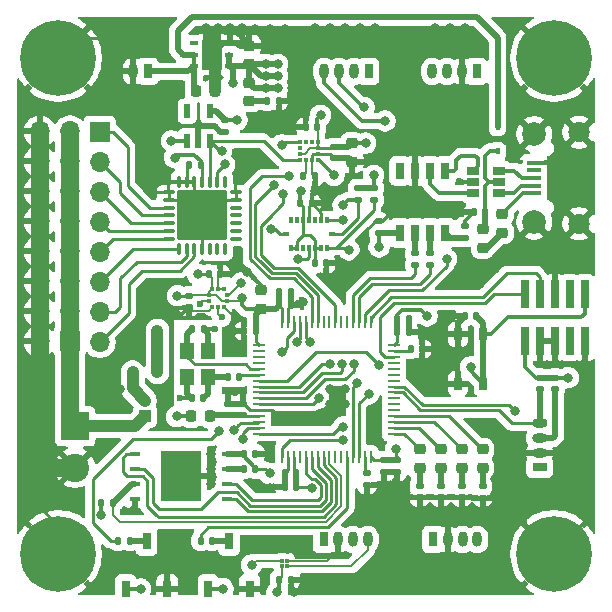
<source format=gbr>
G04 #@! TF.GenerationSoftware,KiCad,Pcbnew,9.0.2*
G04 #@! TF.CreationDate,2025-06-16T10:28:10-04:00*
G04 #@! TF.ProjectId,avionicsboard,6176696f-6e69-4637-9362-6f6172642e6b,rev?*
G04 #@! TF.SameCoordinates,Original*
G04 #@! TF.FileFunction,Copper,L1,Top*
G04 #@! TF.FilePolarity,Positive*
%FSLAX46Y46*%
G04 Gerber Fmt 4.6, Leading zero omitted, Abs format (unit mm)*
G04 Created by KiCad (PCBNEW 9.0.2) date 2025-06-16 10:28:10*
%MOMM*%
%LPD*%
G01*
G04 APERTURE LIST*
G04 Aperture macros list*
%AMRoundRect*
0 Rectangle with rounded corners*
0 $1 Rounding radius*
0 $2 $3 $4 $5 $6 $7 $8 $9 X,Y pos of 4 corners*
0 Add a 4 corners polygon primitive as box body*
4,1,4,$2,$3,$4,$5,$6,$7,$8,$9,$2,$3,0*
0 Add four circle primitives for the rounded corners*
1,1,$1+$1,$2,$3*
1,1,$1+$1,$4,$5*
1,1,$1+$1,$6,$7*
1,1,$1+$1,$8,$9*
0 Add four rect primitives between the rounded corners*
20,1,$1+$1,$2,$3,$4,$5,0*
20,1,$1+$1,$4,$5,$6,$7,0*
20,1,$1+$1,$6,$7,$8,$9,0*
20,1,$1+$1,$8,$9,$2,$3,0*%
G04 Aperture macros list end*
G04 #@! TA.AperFunction,ComponentPad*
%ADD10R,0.800000X1.300000*%
G04 #@! TD*
G04 #@! TA.AperFunction,ComponentPad*
%ADD11O,0.800000X1.300000*%
G04 #@! TD*
G04 #@! TA.AperFunction,SMDPad,CuDef*
%ADD12RoundRect,0.147500X-0.147500X-0.172500X0.147500X-0.172500X0.147500X0.172500X-0.147500X0.172500X0*%
G04 #@! TD*
G04 #@! TA.AperFunction,SMDPad,CuDef*
%ADD13RoundRect,0.147500X0.147500X0.172500X-0.147500X0.172500X-0.147500X-0.172500X0.147500X-0.172500X0*%
G04 #@! TD*
G04 #@! TA.AperFunction,SMDPad,CuDef*
%ADD14RoundRect,0.147500X-0.172500X0.147500X-0.172500X-0.147500X0.172500X-0.147500X0.172500X0.147500X0*%
G04 #@! TD*
G04 #@! TA.AperFunction,SMDPad,CuDef*
%ADD15RoundRect,0.147500X0.172500X-0.147500X0.172500X0.147500X-0.172500X0.147500X-0.172500X-0.147500X0*%
G04 #@! TD*
G04 #@! TA.AperFunction,SMDPad,CuDef*
%ADD16R,0.350000X0.380000*%
G04 #@! TD*
G04 #@! TA.AperFunction,SMDPad,CuDef*
%ADD17R,0.800000X1.400000*%
G04 #@! TD*
G04 #@! TA.AperFunction,SMDPad,CuDef*
%ADD18RoundRect,0.218750X-0.218750X-0.256250X0.218750X-0.256250X0.218750X0.256250X-0.218750X0.256250X0*%
G04 #@! TD*
G04 #@! TA.AperFunction,SMDPad,CuDef*
%ADD19RoundRect,0.218750X0.256250X-0.218750X0.256250X0.218750X-0.256250X0.218750X-0.256250X-0.218750X0*%
G04 #@! TD*
G04 #@! TA.AperFunction,SMDPad,CuDef*
%ADD20RoundRect,0.218750X-0.256250X0.218750X-0.256250X-0.218750X0.256250X-0.218750X0.256250X0.218750X0*%
G04 #@! TD*
G04 #@! TA.AperFunction,SMDPad,CuDef*
%ADD21R,0.450000X0.600000*%
G04 #@! TD*
G04 #@! TA.AperFunction,SMDPad,CuDef*
%ADD22R,0.600000X0.450000*%
G04 #@! TD*
G04 #@! TA.AperFunction,SMDPad,CuDef*
%ADD23R,0.600000X1.150000*%
G04 #@! TD*
G04 #@! TA.AperFunction,SMDPad,CuDef*
%ADD24R,0.950000X0.450000*%
G04 #@! TD*
G04 #@! TA.AperFunction,SMDPad,CuDef*
%ADD25R,3.450000X4.350000*%
G04 #@! TD*
G04 #@! TA.AperFunction,ComponentPad*
%ADD26R,1.300000X0.800000*%
G04 #@! TD*
G04 #@! TA.AperFunction,ComponentPad*
%ADD27O,1.300000X0.800000*%
G04 #@! TD*
G04 #@! TA.AperFunction,SMDPad,CuDef*
%ADD28R,0.330000X0.300000*%
G04 #@! TD*
G04 #@! TA.AperFunction,SMDPad,CuDef*
%ADD29R,0.300000X0.330000*%
G04 #@! TD*
G04 #@! TA.AperFunction,SMDPad,CuDef*
%ADD30R,0.350000X0.580000*%
G04 #@! TD*
G04 #@! TA.AperFunction,SMDPad,CuDef*
%ADD31R,0.580000X0.350000*%
G04 #@! TD*
G04 #@! TA.AperFunction,ComponentPad*
%ADD32R,1.000000X1.000000*%
G04 #@! TD*
G04 #@! TA.AperFunction,ComponentPad*
%ADD33O,1.000000X1.000000*%
G04 #@! TD*
G04 #@! TA.AperFunction,SMDPad,CuDef*
%ADD34RoundRect,0.075000X-0.437500X-0.075000X0.437500X-0.075000X0.437500X0.075000X-0.437500X0.075000X0*%
G04 #@! TD*
G04 #@! TA.AperFunction,SMDPad,CuDef*
%ADD35RoundRect,0.075000X-0.075000X-0.437500X0.075000X-0.437500X0.075000X0.437500X-0.075000X0.437500X0*%
G04 #@! TD*
G04 #@! TA.AperFunction,SMDPad,CuDef*
%ADD36RoundRect,0.250002X-1.874998X-1.874998X1.874998X-1.874998X1.874998X1.874998X-1.874998X1.874998X0*%
G04 #@! TD*
G04 #@! TA.AperFunction,ComponentPad*
%ADD37R,1.700000X1.700000*%
G04 #@! TD*
G04 #@! TA.AperFunction,ComponentPad*
%ADD38O,1.700000X1.700000*%
G04 #@! TD*
G04 #@! TA.AperFunction,SMDPad,CuDef*
%ADD39R,0.800000X0.400000*%
G04 #@! TD*
G04 #@! TA.AperFunction,SMDPad,CuDef*
%ADD40R,1.750000X2.500000*%
G04 #@! TD*
G04 #@! TA.AperFunction,SMDPad,CuDef*
%ADD41R,0.650000X1.050000*%
G04 #@! TD*
G04 #@! TA.AperFunction,SMDPad,CuDef*
%ADD42R,0.740000X2.400000*%
G04 #@! TD*
G04 #@! TA.AperFunction,SMDPad,CuDef*
%ADD43R,1.060000X0.650000*%
G04 #@! TD*
G04 #@! TA.AperFunction,SMDPad,CuDef*
%ADD44R,0.800000X1.450000*%
G04 #@! TD*
G04 #@! TA.AperFunction,SMDPad,CuDef*
%ADD45R,0.350000X0.300000*%
G04 #@! TD*
G04 #@! TA.AperFunction,SMDPad,CuDef*
%ADD46R,0.300000X0.350000*%
G04 #@! TD*
G04 #@! TA.AperFunction,ComponentPad*
%ADD47C,0.800000*%
G04 #@! TD*
G04 #@! TA.AperFunction,ComponentPad*
%ADD48C,6.400000*%
G04 #@! TD*
G04 #@! TA.AperFunction,SMDPad,CuDef*
%ADD49R,1.200000X1.400000*%
G04 #@! TD*
G04 #@! TA.AperFunction,SMDPad,CuDef*
%ADD50R,1.000000X0.250000*%
G04 #@! TD*
G04 #@! TA.AperFunction,SMDPad,CuDef*
%ADD51R,0.250000X1.000000*%
G04 #@! TD*
G04 #@! TA.AperFunction,SMDPad,CuDef*
%ADD52RoundRect,0.218750X0.218750X0.256250X-0.218750X0.256250X-0.218750X-0.256250X0.218750X-0.256250X0*%
G04 #@! TD*
G04 #@! TA.AperFunction,ComponentPad*
%ADD53R,2.400000X2.400000*%
G04 #@! TD*
G04 #@! TA.AperFunction,ComponentPad*
%ADD54C,2.400000*%
G04 #@! TD*
G04 #@! TA.AperFunction,SMDPad,CuDef*
%ADD55R,1.300000X0.450000*%
G04 #@! TD*
G04 #@! TA.AperFunction,ComponentPad*
%ADD56C,1.800000*%
G04 #@! TD*
G04 #@! TA.AperFunction,ComponentPad*
%ADD57C,2.000000*%
G04 #@! TD*
G04 #@! TA.AperFunction,ViaPad*
%ADD58C,0.800000*%
G04 #@! TD*
G04 #@! TA.AperFunction,ViaPad*
%ADD59C,0.600000*%
G04 #@! TD*
G04 #@! TA.AperFunction,Conductor*
%ADD60C,0.350000*%
G04 #@! TD*
G04 #@! TA.AperFunction,Conductor*
%ADD61C,0.250000*%
G04 #@! TD*
G04 #@! TA.AperFunction,Conductor*
%ADD62C,0.500000*%
G04 #@! TD*
G04 #@! TA.AperFunction,Conductor*
%ADD63C,0.200000*%
G04 #@! TD*
G04 #@! TA.AperFunction,Conductor*
%ADD64C,1.500000*%
G04 #@! TD*
G04 #@! TA.AperFunction,Conductor*
%ADD65C,1.000000*%
G04 #@! TD*
G04 APERTURE END LIST*
D10*
X46482000Y-64770000D03*
D11*
X47732000Y-64770000D03*
X48982000Y-64770000D03*
X50232000Y-64770000D03*
D12*
X52728000Y-47244000D03*
X53698000Y-47244000D03*
D13*
X36276000Y-52832000D03*
X35306000Y-52832000D03*
D14*
X49403000Y-35034500D03*
X49403000Y-36004500D03*
D15*
X55499000Y-41506000D03*
X55499000Y-40536000D03*
D16*
X36788800Y-44106400D03*
X36788800Y-44606400D03*
X37053800Y-45121400D03*
X37553800Y-45121400D03*
X38053800Y-45121400D03*
X38318800Y-44606400D03*
X38318800Y-44106400D03*
X38053800Y-43591400D03*
X37553800Y-43591400D03*
X37053800Y-43591400D03*
D17*
X29746000Y-68929000D03*
X33246000Y-68929000D03*
X31496000Y-64929000D03*
X36731000Y-68929000D03*
X40231000Y-68929000D03*
X38481000Y-64929000D03*
D18*
X35686800Y-26771600D03*
X37261800Y-26771600D03*
D19*
X40182800Y-24536600D03*
X40182800Y-22961600D03*
D12*
X42718000Y-43815000D03*
X43688000Y-43815000D03*
D15*
X39624000Y-54229000D03*
X39624000Y-53259000D03*
D14*
X38176200Y-29283800D03*
X38176200Y-30253800D03*
D12*
X44496000Y-36322000D03*
X45466000Y-36322000D03*
X45720000Y-41402000D03*
X46690000Y-41402000D03*
X44750000Y-34036000D03*
X45720000Y-34036000D03*
D13*
X45928000Y-29845000D03*
X44958000Y-29845000D03*
D14*
X47371000Y-31542000D03*
X47371000Y-32512000D03*
D20*
X48895000Y-31216500D03*
X48895000Y-32791500D03*
D12*
X36776800Y-42316400D03*
X37746800Y-42316400D03*
D14*
X35102800Y-44117400D03*
X35102800Y-45087400D03*
D13*
X36068000Y-33045400D03*
X35098000Y-33045400D03*
X59425700Y-45872400D03*
X58455700Y-45872400D03*
D12*
X39751000Y-57531000D03*
X40721000Y-57531000D03*
X42718000Y-68199000D03*
X43688000Y-68199000D03*
D13*
X60152000Y-37084000D03*
X59182000Y-37084000D03*
D14*
X58420000Y-38250000D03*
X58420000Y-39220000D03*
D15*
X51181000Y-38816000D03*
X51181000Y-37846000D03*
D19*
X56388000Y-58725000D03*
X56388000Y-57150000D03*
X58166000Y-58725000D03*
X58166000Y-57150000D03*
X59944000Y-58725000D03*
X59944000Y-57150000D03*
D21*
X61214000Y-29811000D03*
X61214000Y-31911000D03*
D22*
X32419000Y-50609500D03*
X30319000Y-50609500D03*
D23*
X34940200Y-31018800D03*
X35890200Y-31018800D03*
X36840200Y-31018800D03*
X36840200Y-28518800D03*
X34940200Y-28518800D03*
D19*
X61595000Y-38786000D03*
X61595000Y-37211000D03*
D20*
X59944000Y-38481000D03*
X59944000Y-40056000D03*
D24*
X30517000Y-57531000D03*
X30517000Y-58801000D03*
X30517000Y-60071000D03*
X30517000Y-61341000D03*
X38317000Y-61341000D03*
X38317000Y-60071000D03*
X38317000Y-58801000D03*
X38317000Y-57531000D03*
D25*
X34417000Y-59436000D03*
D10*
X55753000Y-64770000D03*
D11*
X57003000Y-64770000D03*
X58253000Y-64770000D03*
X59503000Y-64770000D03*
D26*
X64770000Y-58674000D03*
D27*
X64770000Y-57424000D03*
X64770000Y-56174000D03*
X64770000Y-54924000D03*
D28*
X43430000Y-67027000D03*
D29*
X43405000Y-66552000D03*
D28*
X42930000Y-66577000D03*
D29*
X42955000Y-67052000D03*
D30*
X43754000Y-37744000D03*
X44254000Y-37744000D03*
X44754000Y-37744000D03*
X45254000Y-37744000D03*
X45754000Y-37744000D03*
X46254000Y-37744000D03*
X46754000Y-37744000D03*
D31*
X47164000Y-38904000D03*
D30*
X46754000Y-40064000D03*
X46254000Y-40064000D03*
X45754000Y-40064000D03*
X45254000Y-40064000D03*
X44754000Y-40064000D03*
X44254000Y-40064000D03*
X43754000Y-40064000D03*
D31*
X43344000Y-38904000D03*
D32*
X31369000Y-54292500D03*
D33*
X31369000Y-53022500D03*
D34*
X33357500Y-35388000D03*
X33357500Y-36038000D03*
X33357500Y-36688000D03*
X33357500Y-37338000D03*
X33357500Y-37988000D03*
X33357500Y-38638000D03*
X33357500Y-39288000D03*
D35*
X34245000Y-40175500D03*
X34895000Y-40175500D03*
X35545000Y-40175500D03*
X36195000Y-40175500D03*
X36845000Y-40175500D03*
X37495000Y-40175500D03*
X38145000Y-40175500D03*
D34*
X39032500Y-39288000D03*
X39032500Y-38638000D03*
X39032500Y-37988000D03*
X39032500Y-37338000D03*
X39032500Y-36688000D03*
X39032500Y-36038000D03*
X39032500Y-35388000D03*
D35*
X38145000Y-34500500D03*
X37495000Y-34500500D03*
X36845000Y-34500500D03*
X36195000Y-34500500D03*
X35545000Y-34500500D03*
X34895000Y-34500500D03*
X34245000Y-34500500D03*
D36*
X36195000Y-37338000D03*
D37*
X25000000Y-48000000D03*
D38*
X22460000Y-48000000D03*
X25000000Y-45460000D03*
X22460000Y-45460000D03*
X25000000Y-42920000D03*
X22460000Y-42920000D03*
X25000000Y-40380000D03*
X22460000Y-40380000D03*
X25000000Y-37840000D03*
X22460000Y-37840000D03*
X25000000Y-35300000D03*
X22460000Y-35300000D03*
X25000000Y-32760000D03*
X22460000Y-32760000D03*
X25000000Y-30220000D03*
X22460000Y-30220000D03*
D37*
X27541220Y-30251400D03*
D38*
X27541220Y-32791400D03*
X27541220Y-35331400D03*
X27541220Y-37871400D03*
X27541220Y-40411400D03*
X27541220Y-42951400D03*
X27541220Y-45491400D03*
X27541220Y-48031400D03*
D19*
X40182800Y-27660600D03*
X40182800Y-26085600D03*
D13*
X42676800Y-27660600D03*
X41706800Y-27660600D03*
D14*
X50736500Y-35034500D03*
X50736500Y-36004500D03*
X66103500Y-51077000D03*
X66103500Y-52047000D03*
X64770000Y-51077000D03*
X64770000Y-52047000D03*
X54610000Y-60244000D03*
X54610000Y-61214000D03*
X58166000Y-60244000D03*
X58166000Y-61214000D03*
X59944000Y-60248800D03*
X59944000Y-61218800D03*
D15*
X54229000Y-41508400D03*
X54229000Y-40538400D03*
D13*
X30076000Y-64897000D03*
X29106000Y-64897000D03*
X37061000Y-64897000D03*
X36091000Y-64897000D03*
D12*
X39751000Y-58801000D03*
X40721000Y-58801000D03*
X27668500Y-61722000D03*
X28638500Y-61722000D03*
D10*
X50292000Y-25146000D03*
D11*
X49042000Y-25146000D03*
X47792000Y-25146000D03*
X46542000Y-25146000D03*
D39*
X38507800Y-24673600D03*
X38507800Y-23723600D03*
X38507800Y-22773600D03*
X35507800Y-22773600D03*
X35507800Y-23723600D03*
X35507800Y-24673600D03*
D40*
X37007800Y-23723600D03*
D41*
X60015700Y-47414900D03*
X60015700Y-51564900D03*
X57865700Y-47414900D03*
X57865700Y-51564900D03*
D42*
X63500000Y-47924000D03*
X63500000Y-44024000D03*
X64770000Y-47924000D03*
X64770000Y-44024000D03*
X66040000Y-47924000D03*
X66040000Y-44024000D03*
X67310000Y-47924000D03*
X67310000Y-44024000D03*
X68580000Y-47924000D03*
X68580000Y-44024000D03*
D43*
X59141000Y-33543200D03*
X59141000Y-34493200D03*
X59141000Y-35443200D03*
X61341000Y-35443200D03*
X61341000Y-34493200D03*
X61341000Y-33543200D03*
D44*
X56769000Y-33570000D03*
X55499000Y-33570000D03*
X54229000Y-33570000D03*
X52959000Y-33570000D03*
X52959000Y-38820000D03*
X54229000Y-38820000D03*
X55499000Y-38820000D03*
X56769000Y-38820000D03*
D10*
X31623000Y-25146000D03*
D11*
X30373000Y-25146000D03*
D14*
X56388000Y-60244000D03*
X56388000Y-61214000D03*
D45*
X44504000Y-31154000D03*
X44504000Y-31654000D03*
X44504000Y-32154000D03*
X44504000Y-32654000D03*
D46*
X45004000Y-32654000D03*
X45504000Y-32654000D03*
D45*
X46004000Y-32654000D03*
X46004000Y-32154000D03*
X46004000Y-31654000D03*
X46004000Y-31154000D03*
D46*
X45504000Y-31154000D03*
X45004000Y-31154000D03*
D47*
X21600000Y-66000000D03*
X22302944Y-64302944D03*
X22302944Y-67697056D03*
X24000000Y-63600000D03*
D48*
X24000000Y-66000000D03*
D47*
X24000000Y-68400000D03*
X25697056Y-64302944D03*
X25697056Y-67697056D03*
X26400000Y-66000000D03*
X63600000Y-66000000D03*
X64302944Y-64302944D03*
X64302944Y-67697056D03*
X66000000Y-63600000D03*
D48*
X66000000Y-66000000D03*
D47*
X66000000Y-68400000D03*
X67697056Y-64302944D03*
X67697056Y-67697056D03*
X68400000Y-66000000D03*
X63600000Y-24000000D03*
X64302944Y-22302944D03*
X64302944Y-25697056D03*
X66000000Y-21600000D03*
D48*
X66000000Y-24000000D03*
D47*
X66000000Y-26400000D03*
X67697056Y-22302944D03*
X67697056Y-25697056D03*
X68400000Y-24000000D03*
X21600000Y-24000000D03*
X22302944Y-22302944D03*
X22302944Y-25697056D03*
X24000000Y-21600000D03*
D48*
X24000000Y-24000000D03*
D47*
X24000000Y-26400000D03*
X25697056Y-22302944D03*
X25697056Y-25697056D03*
X26400000Y-24000000D03*
D13*
X39324000Y-51054000D03*
X38354000Y-51054000D03*
D49*
X34964000Y-48854000D03*
X34964000Y-51054000D03*
X36664000Y-51054000D03*
X36664000Y-48854000D03*
D50*
X41036000Y-48320000D03*
X41036000Y-48820000D03*
X41036000Y-49320000D03*
X41036000Y-49820000D03*
X41036000Y-50320000D03*
X41036000Y-50820000D03*
X41036000Y-51320000D03*
X41036000Y-51820000D03*
X41036000Y-52320000D03*
X41036000Y-52820000D03*
X41036000Y-53320000D03*
X41036000Y-53820000D03*
X41036000Y-54320000D03*
X41036000Y-54820000D03*
X41036000Y-55320000D03*
X41036000Y-55820000D03*
D51*
X42986000Y-57770000D03*
X43486000Y-57770000D03*
X43986000Y-57770000D03*
X44486000Y-57770000D03*
X44986000Y-57770000D03*
X45486000Y-57770000D03*
X45986000Y-57770000D03*
X46486000Y-57770000D03*
X46986000Y-57770000D03*
X47486000Y-57770000D03*
X47986000Y-57770000D03*
X48486000Y-57770000D03*
X48986000Y-57770000D03*
X49486000Y-57770000D03*
X49986000Y-57770000D03*
X50486000Y-57770000D03*
D50*
X52436000Y-55820000D03*
X52436000Y-55320000D03*
X52436000Y-54820000D03*
X52436000Y-54320000D03*
X52436000Y-53820000D03*
X52436000Y-53320000D03*
X52436000Y-52820000D03*
X52436000Y-52320000D03*
X52436000Y-51820000D03*
X52436000Y-51320000D03*
X52436000Y-50820000D03*
X52436000Y-50320000D03*
X52436000Y-49820000D03*
X52436000Y-49320000D03*
X52436000Y-48820000D03*
X52436000Y-48320000D03*
D51*
X50486000Y-46370000D03*
X49986000Y-46370000D03*
X49486000Y-46370000D03*
X48986000Y-46370000D03*
X48486000Y-46370000D03*
X47986000Y-46370000D03*
X47486000Y-46370000D03*
X46986000Y-46370000D03*
X46486000Y-46370000D03*
X45986000Y-46370000D03*
X45486000Y-46370000D03*
X44986000Y-46370000D03*
X44486000Y-46370000D03*
X43986000Y-46370000D03*
X43486000Y-46370000D03*
X42986000Y-46370000D03*
D52*
X36855500Y-54356000D03*
X35280500Y-54356000D03*
D14*
X52705000Y-58062000D03*
X52705000Y-59032000D03*
D13*
X44173000Y-60325000D03*
X43203000Y-60325000D03*
D14*
X51562000Y-58062000D03*
X51562000Y-59032000D03*
D12*
X52728000Y-46075600D03*
X53698000Y-46075600D03*
D13*
X40744000Y-47117000D03*
X39774000Y-47117000D03*
D12*
X53848000Y-48641000D03*
X54818000Y-48641000D03*
D14*
X50165000Y-59182000D03*
X50165000Y-60152000D03*
D12*
X35352000Y-46990000D03*
X36322000Y-46990000D03*
D15*
X38354000Y-54229000D03*
X38354000Y-53259000D03*
D13*
X44173000Y-59182000D03*
X43203000Y-59182000D03*
D12*
X42718000Y-44958000D03*
X43688000Y-44958000D03*
D19*
X41148000Y-45237500D03*
X41148000Y-43662500D03*
X54610000Y-58725000D03*
X54610000Y-57150000D03*
D10*
X59436000Y-25146000D03*
D11*
X58186000Y-25146000D03*
X56936000Y-25146000D03*
X55686000Y-25146000D03*
D53*
X25463500Y-55181500D03*
D54*
X25463500Y-58681500D03*
D55*
X64267000Y-35463000D03*
X64267000Y-34813000D03*
X64267000Y-34163000D03*
X64267000Y-33513000D03*
X64267000Y-32863000D03*
D56*
X68117000Y-38038000D03*
D57*
X64317000Y-37888000D03*
X64317000Y-30438000D03*
D56*
X68117000Y-30288000D03*
D58*
X41579800Y-24536400D03*
X38785800Y-26136600D03*
X41579800Y-25501600D03*
X41579800Y-26517600D03*
X42595800Y-24536400D03*
X42595800Y-25501600D03*
X42595800Y-26517600D03*
X35814000Y-42316400D03*
X50723800Y-33934400D03*
X34112200Y-44119800D03*
X33883600Y-32435800D03*
X44577000Y-35306000D03*
X48158400Y-37744400D03*
X67206000Y-51077000D03*
X42545000Y-69215000D03*
X34036000Y-54356000D03*
X39141400Y-29286200D03*
X55245000Y-45847000D03*
X27668500Y-62720500D03*
X30988000Y-68961000D03*
X37966400Y-68929000D03*
X50038000Y-31216600D03*
X45466000Y-60452000D03*
X52578000Y-57150000D03*
X46228000Y-28854400D03*
X51181000Y-40005000D03*
X39598600Y-44348400D03*
X41910000Y-59182000D03*
X42926000Y-31369000D03*
D59*
X36033900Y-44796900D03*
D58*
X33598800Y-31018800D03*
X44196000Y-48031400D03*
X48133000Y-36449000D03*
X38100000Y-33020000D03*
X37515800Y-21463000D03*
X36499800Y-21463000D03*
X39547800Y-21463000D03*
X54610000Y-29210000D03*
X46990000Y-21488400D03*
X48260000Y-52070000D03*
X66040000Y-40640000D03*
X45720000Y-35306000D03*
X36957000Y-58801000D03*
X43942000Y-69215000D03*
X57150000Y-30480000D03*
X57150000Y-29210000D03*
X68580000Y-57150000D03*
X38811200Y-47117000D03*
X22860000Y-62230000D03*
X48260000Y-68580000D03*
X55880000Y-21488400D03*
X29235400Y-25146000D03*
X48260000Y-21488400D03*
X60960000Y-60960000D03*
X27940000Y-52070000D03*
X52578000Y-59944000D03*
X66264000Y-32863000D03*
X63500000Y-62230000D03*
X45720000Y-54610000D03*
X40005000Y-42082000D03*
X55880000Y-29210000D03*
D59*
X29464000Y-62484000D03*
D58*
X38100000Y-67310000D03*
X40640000Y-21590000D03*
X50800000Y-54610000D03*
X60960000Y-59690000D03*
X67310000Y-40640000D03*
X30480000Y-67310000D03*
X50800000Y-55880000D03*
X46990000Y-52070000D03*
X41910000Y-60452000D03*
X50800000Y-21488400D03*
X59690000Y-43180000D03*
X57150000Y-68580000D03*
X53340000Y-62230000D03*
X43180000Y-21590000D03*
X55880000Y-30480000D03*
X58420000Y-68580000D03*
X62230000Y-40640000D03*
X68580000Y-40640000D03*
X26670000Y-52070000D03*
X57150000Y-21488400D03*
X43840400Y-26517600D03*
X52070000Y-60960000D03*
X59690000Y-30480000D03*
X46990000Y-53340000D03*
X60960000Y-41910000D03*
X44704000Y-44704000D03*
X68580000Y-34290000D03*
X58420000Y-43180000D03*
X33528000Y-45720000D03*
X68580000Y-32893000D03*
X52959000Y-37084000D03*
D59*
X34340800Y-52832000D03*
D58*
X68580000Y-55880000D03*
X44450000Y-54610000D03*
X36957000Y-60071000D03*
X68580000Y-54610000D03*
X29210000Y-52070000D03*
X62230000Y-60960000D03*
X59690000Y-29210000D03*
X58420000Y-30480000D03*
X33020000Y-67310000D03*
X59690000Y-68580000D03*
D59*
X37287200Y-46990000D03*
D58*
X52070000Y-62230000D03*
X49530000Y-68580000D03*
X68580000Y-50927000D03*
X49555400Y-21488400D03*
X53340000Y-60960000D03*
X62230000Y-59690000D03*
X50800000Y-68580000D03*
X36957000Y-57531000D03*
X60960000Y-62230000D03*
X59690000Y-41910000D03*
X68580000Y-35560000D03*
X55880000Y-68580000D03*
X64770000Y-40640000D03*
X58674000Y-48895000D03*
X62230000Y-62230000D03*
X68580000Y-58420000D03*
X58420000Y-21488400D03*
X58420000Y-29210000D03*
D59*
X58039000Y-34493200D03*
D58*
X21590000Y-62230000D03*
X29235400Y-24130000D03*
X29235400Y-23114000D03*
X46990000Y-54610000D03*
X45720000Y-21488400D03*
X31750000Y-67310000D03*
X58420000Y-41910000D03*
X63500000Y-40640000D03*
X55880000Y-31750000D03*
X41910000Y-21590000D03*
X42672000Y-54356000D03*
X57150000Y-31750000D03*
X38531800Y-21463000D03*
X41910000Y-57912000D03*
X48260000Y-53340000D03*
D59*
X37846000Y-45974000D03*
D58*
X37846000Y-31877000D03*
X42926000Y-48920400D03*
X48641000Y-40259000D03*
X46064001Y-52795001D03*
X39497000Y-43053202D03*
X32419000Y-47083000D03*
X32419000Y-48107600D03*
X32419000Y-49115000D03*
X58928000Y-50165000D03*
X51181000Y-50038000D03*
X48133000Y-55245000D03*
X48133000Y-56388000D03*
X62661800Y-53873400D03*
X39624000Y-56261000D03*
X40386000Y-66929000D03*
X46990000Y-49911000D03*
X42037000Y-38481000D03*
X48006000Y-49911000D03*
X44323000Y-41021000D03*
X49022000Y-49911000D03*
X47371000Y-33939000D03*
X38862000Y-55499000D03*
X49276000Y-51562000D03*
X49911000Y-28194000D03*
X51689000Y-29337000D03*
X50292000Y-52451000D03*
X56896000Y-41021000D03*
X43053000Y-35560000D03*
X42291000Y-34798000D03*
X43561000Y-34036000D03*
X37592000Y-55626000D03*
X45339000Y-48031400D03*
D60*
X37966400Y-68929000D02*
X37966400Y-68929000D01*
X27668500Y-62720500D02*
X27668500Y-62720500D01*
D61*
X41910000Y-59182000D02*
X41910000Y-59182000D01*
X45466000Y-60452000D02*
X45466000Y-60452000D01*
X52578000Y-57150000D02*
X52578000Y-57150000D01*
D60*
X39624000Y-44577000D02*
X39624000Y-44577000D01*
X55245000Y-45847000D02*
X55245000Y-45847000D01*
X67206000Y-51077000D02*
X67206000Y-51077000D01*
X39141400Y-29286200D02*
X39141400Y-29286200D01*
X34163000Y-32435800D02*
X34163000Y-32435800D01*
X50038000Y-31216600D02*
X50038000Y-31216600D01*
D61*
X48158400Y-37744400D02*
X48158400Y-37744400D01*
X45754000Y-40064000D02*
X45754000Y-39404000D01*
X45754000Y-40064000D02*
X45754000Y-41368000D01*
D60*
X38498600Y-29286200D02*
X39141400Y-29286200D01*
D62*
X40045800Y-24673600D02*
X40182800Y-24536600D01*
D61*
X45754000Y-41368000D02*
X45720000Y-41402000D01*
D60*
X35280500Y-54356000D02*
X34036000Y-54356000D01*
X29746000Y-68929000D02*
X30956000Y-68929000D01*
X30956000Y-68929000D02*
X30988000Y-68961000D01*
X27668500Y-61722000D02*
X27668500Y-62720500D01*
D61*
X34114600Y-44117400D02*
X34112200Y-44119800D01*
D60*
X39922015Y-45237500D02*
X40284500Y-45237500D01*
D62*
X42718000Y-43815000D02*
X42718000Y-44958000D01*
D61*
X52705000Y-57767000D02*
X52578000Y-57640000D01*
D63*
X42955000Y-67962000D02*
X42718000Y-68199000D01*
D61*
X45339000Y-60325000D02*
X45466000Y-60452000D01*
D60*
X66103500Y-51077000D02*
X67206000Y-51077000D01*
D61*
X40744000Y-47117000D02*
X40744000Y-48028000D01*
D63*
X46004000Y-31154000D02*
X46004000Y-29921000D01*
D60*
X39598600Y-44348400D02*
X39598600Y-44914085D01*
D61*
X44754000Y-38284000D02*
X44754000Y-37744000D01*
D62*
X38785800Y-26136600D02*
X38785800Y-24951600D01*
D63*
X44504000Y-32154000D02*
X44879000Y-32154000D01*
D61*
X46754000Y-37744000D02*
X47179000Y-37744000D01*
D60*
X64450000Y-51077000D02*
X64770000Y-51077000D01*
D61*
X36776800Y-42316400D02*
X35814000Y-42316400D01*
D62*
X52728000Y-46075600D02*
X52728000Y-47244000D01*
D61*
X36195000Y-33172400D02*
X36068000Y-33045400D01*
X43986000Y-58995000D02*
X44173000Y-59182000D01*
D60*
X53144600Y-45339000D02*
X54737000Y-45339000D01*
D62*
X40182800Y-24536600D02*
X41579600Y-24536600D01*
D61*
X42986000Y-45226000D02*
X42718000Y-44958000D01*
D60*
X36731000Y-68929000D02*
X37966400Y-68929000D01*
X54737000Y-45339000D02*
X55245000Y-45847000D01*
D61*
X35102800Y-44117400D02*
X34114600Y-44117400D01*
D62*
X52955000Y-38816000D02*
X52959000Y-38820000D01*
D63*
X45379000Y-31654000D02*
X45629000Y-31654000D01*
X36788800Y-43856400D02*
X37053800Y-43591400D01*
D60*
X63500000Y-47924000D02*
X63500000Y-50127000D01*
D61*
X51562000Y-58062000D02*
X50778000Y-58062000D01*
X41529000Y-58801000D02*
X41910000Y-59182000D01*
D63*
X36788800Y-44106400D02*
X36788800Y-43856400D01*
D61*
X40744000Y-48028000D02*
X41036000Y-48320000D01*
X44254000Y-40064000D02*
X44253999Y-39513999D01*
D63*
X37053800Y-43591400D02*
X37053800Y-42593400D01*
D62*
X40744000Y-45641500D02*
X41148000Y-45237500D01*
D61*
X47259000Y-31654000D02*
X47371000Y-31542000D01*
D62*
X66103500Y-51077000D02*
X64770000Y-51077000D01*
D60*
X34112200Y-32207200D02*
X33883600Y-32435800D01*
D61*
X44754000Y-39013998D02*
X44754000Y-38284000D01*
D62*
X41579800Y-25501600D02*
X42595800Y-25501600D01*
D61*
X36195000Y-34500500D02*
X36195000Y-33172400D01*
D63*
X42955000Y-67052000D02*
X42955000Y-67962000D01*
D60*
X38176200Y-29283800D02*
X38496200Y-29283800D01*
D61*
X52728000Y-47244000D02*
X52728000Y-48028000D01*
X45754000Y-40064000D02*
X46254000Y-40064000D01*
D62*
X41579800Y-24536400D02*
X42595800Y-24536400D01*
X40182800Y-24536600D02*
X40182800Y-26085600D01*
D60*
X35549800Y-32207200D02*
X34112200Y-32207200D01*
D61*
X43754000Y-40064000D02*
X44254000Y-40064000D01*
D62*
X41147800Y-25501600D02*
X40182800Y-24536600D01*
D60*
X39751000Y-57531000D02*
X39751000Y-57742058D01*
D63*
X36788800Y-44106400D02*
X37413798Y-44106400D01*
D60*
X44496000Y-35387000D02*
X44577000Y-35306000D01*
D62*
X40744000Y-47117000D02*
X40744000Y-45641500D01*
X51181000Y-38816000D02*
X52955000Y-38816000D01*
D63*
X37413798Y-44106400D02*
X37913798Y-44606400D01*
D62*
X47371000Y-31542000D02*
X48569500Y-31542000D01*
D61*
X44253999Y-39513999D02*
X44754000Y-39013998D01*
D60*
X45928000Y-29845000D02*
X45928000Y-29154400D01*
X50736500Y-35034500D02*
X50736500Y-33947100D01*
X48895000Y-31216500D02*
X49370000Y-31216500D01*
D63*
X37943800Y-44606400D02*
X38318800Y-44606400D01*
D60*
X38496200Y-29283800D02*
X38498600Y-29286200D01*
D61*
X44173000Y-60325000D02*
X45339000Y-60325000D01*
D60*
X39751000Y-57742058D02*
X40721000Y-58712058D01*
D63*
X46004000Y-31654000D02*
X46004000Y-31154000D01*
D61*
X50778000Y-58062000D02*
X50486000Y-57770000D01*
D63*
X45629000Y-31654000D02*
X46004000Y-31654000D01*
D60*
X49370000Y-31216500D02*
X49370100Y-31216600D01*
D61*
X52705000Y-58062000D02*
X52705000Y-57767000D01*
X43986000Y-57770000D02*
X43986000Y-58995000D01*
D62*
X41148000Y-45237500D02*
X42438500Y-45237500D01*
X48569500Y-31542000D02*
X48895000Y-31216500D01*
X38785800Y-24951600D02*
X38507800Y-24673600D01*
D60*
X39598600Y-44914085D02*
X39922015Y-45237500D01*
D61*
X44754000Y-37744000D02*
X44754000Y-36580000D01*
X52578000Y-57640000D02*
X52578000Y-57150000D01*
D62*
X51562000Y-58062000D02*
X52705000Y-58062000D01*
D60*
X42718000Y-69042000D02*
X42545000Y-69215000D01*
X44496000Y-36322000D02*
X44496000Y-35387000D01*
D62*
X40614800Y-26517600D02*
X40182800Y-26085600D01*
D61*
X42986000Y-46370000D02*
X42986000Y-45226000D01*
D63*
X37913798Y-44606400D02*
X37943800Y-44606400D01*
D62*
X37411200Y-28518800D02*
X38176200Y-29283800D01*
D63*
X38318800Y-44606400D02*
X39340600Y-44606400D01*
D60*
X52728000Y-46075600D02*
X52728000Y-45755600D01*
D61*
X45363998Y-39013998D02*
X44754000Y-39013998D01*
D60*
X36068000Y-32725400D02*
X35549800Y-32207200D01*
D61*
X44754000Y-36580000D02*
X44496000Y-36322000D01*
X47179000Y-37744000D02*
X47179400Y-37744400D01*
X44500800Y-36317200D02*
X44496000Y-36322000D01*
D60*
X52728000Y-45755600D02*
X53144600Y-45339000D01*
D63*
X39594600Y-44606400D02*
X39624000Y-44577000D01*
D60*
X40721000Y-58712058D02*
X40721000Y-58801000D01*
D61*
X46004000Y-31654000D02*
X47259000Y-31654000D01*
D62*
X41579800Y-25501600D02*
X41147800Y-25501600D01*
D63*
X44879000Y-32154000D02*
X45379000Y-31654000D01*
D60*
X41148000Y-45237500D02*
X40284500Y-45237500D01*
X51181000Y-38816000D02*
X51181000Y-40005000D01*
D61*
X52728000Y-48028000D02*
X52436000Y-48320000D01*
D63*
X35113800Y-44106400D02*
X35102800Y-44117400D01*
D60*
X63500000Y-50127000D02*
X64450000Y-51077000D01*
X50736500Y-33947100D02*
X50723800Y-33934400D01*
D62*
X38507800Y-23723600D02*
X38507800Y-24673600D01*
D61*
X47179400Y-37744400D02*
X48158400Y-37744400D01*
D62*
X49403000Y-35034500D02*
X50736500Y-35034500D01*
X41579600Y-24536600D02*
X41579800Y-24536400D01*
D61*
X45754000Y-39404000D02*
X45363998Y-39013998D01*
D63*
X46004000Y-29921000D02*
X45928000Y-29845000D01*
D62*
X42438500Y-45237500D02*
X42718000Y-44958000D01*
X38507800Y-24673600D02*
X40045800Y-24673600D01*
X38317000Y-57531000D02*
X39751000Y-57531000D01*
D63*
X39340600Y-44606400D02*
X39598600Y-44348400D01*
D62*
X41579800Y-26517600D02*
X40614800Y-26517600D01*
D63*
X37053800Y-42593400D02*
X36776800Y-42316400D01*
D61*
X40721000Y-58801000D02*
X41529000Y-58801000D01*
D62*
X36840200Y-28518800D02*
X37411200Y-28518800D01*
D63*
X36788800Y-44106400D02*
X35113800Y-44106400D01*
D62*
X41579800Y-26517600D02*
X42595800Y-26517600D01*
X44173000Y-59182000D02*
X44173000Y-60325000D01*
D60*
X45928000Y-29154400D02*
X46228000Y-28854400D01*
X49370100Y-31216600D02*
X50038000Y-31216600D01*
X42718000Y-68199000D02*
X42718000Y-69042000D01*
X33598800Y-31018800D02*
X33598800Y-31018800D01*
D63*
X36788800Y-44606400D02*
X36224400Y-44606400D01*
D61*
X37495000Y-34500500D02*
X37495000Y-33625000D01*
D60*
X34940200Y-31018800D02*
X33598800Y-31018800D01*
X49403000Y-36004500D02*
X48577500Y-36004500D01*
D61*
X44486000Y-46370000D02*
X44486000Y-47741400D01*
X43141000Y-31154000D02*
X42926000Y-31369000D01*
X47164000Y-38904000D02*
X48071802Y-38904000D01*
X49403000Y-37572802D02*
X49403000Y-36299500D01*
D60*
X48577500Y-36004500D02*
X48133000Y-36449000D01*
D61*
X49403000Y-36299500D02*
X49403000Y-36004500D01*
D63*
X36224400Y-44606400D02*
X36033900Y-44796900D01*
D61*
X37495000Y-33625000D02*
X38100000Y-33020000D01*
X44486000Y-47741400D02*
X44196000Y-48031400D01*
X44504000Y-31154000D02*
X43141000Y-31154000D01*
X48071802Y-38904000D02*
X49403000Y-37572802D01*
X37495000Y-34500500D02*
X37495000Y-34218400D01*
D60*
X37287200Y-46990000D02*
X37287200Y-46990000D01*
X34340800Y-52832000D02*
X34340800Y-52832000D01*
D61*
X41910000Y-57912000D02*
X41910000Y-57912000D01*
X41910000Y-60452000D02*
X41910000Y-60452000D01*
X52578000Y-59944000D02*
X52578000Y-59944000D01*
D62*
X68580000Y-50927000D02*
X68580000Y-50927000D01*
X58674000Y-48895000D02*
X58674000Y-48895000D01*
D60*
X38811200Y-47117000D02*
X38811200Y-47117000D01*
X66264000Y-32863000D02*
X66264000Y-32863000D01*
D64*
X22460000Y-50311000D02*
X22460000Y-51327000D01*
X22460000Y-51327000D02*
X22460000Y-52343000D01*
X22460000Y-52343000D02*
X22460000Y-57375056D01*
D60*
X29464000Y-62484000D02*
X29464000Y-62484000D01*
X52959000Y-37084000D02*
X52959000Y-37084000D01*
D61*
X40005000Y-42082000D02*
X40005000Y-42082000D01*
D60*
X44704000Y-44704000D02*
X44704000Y-44704000D01*
D61*
X45504000Y-32654000D02*
X45504000Y-32229000D01*
D60*
X43688000Y-68961000D02*
X43942000Y-69215000D01*
X37160200Y-46990000D02*
X37287200Y-46990000D01*
D62*
X36664000Y-48854000D02*
X36664000Y-47332000D01*
D61*
X50038000Y-38669000D02*
X50861000Y-37846000D01*
D60*
X30517000Y-61916000D02*
X29949000Y-62484000D01*
D61*
X42037000Y-60325000D02*
X41910000Y-60452000D01*
D62*
X38531800Y-22749600D02*
X38507800Y-22773600D01*
D63*
X35436968Y-45421568D02*
X36753632Y-45421568D01*
D62*
X43203000Y-59182000D02*
X43203000Y-60325000D01*
D63*
X37553800Y-43591400D02*
X37553800Y-42509400D01*
D61*
X22860000Y-62460000D02*
X24000000Y-63600000D01*
X34895000Y-33248400D02*
X35098000Y-33045400D01*
D62*
X53698000Y-46075600D02*
X53698000Y-47244000D01*
D61*
X39032500Y-35388000D02*
X39032500Y-36038000D01*
X52705000Y-59032000D02*
X52705000Y-59327000D01*
D62*
X47371000Y-32512000D02*
X48615500Y-32512000D01*
X37515800Y-23215600D02*
X37007800Y-23723600D01*
X34964000Y-51054000D02*
X34964000Y-52490000D01*
D61*
X28424344Y-22302944D02*
X25697056Y-22302944D01*
D62*
X66327000Y-49911000D02*
X68293000Y-49911000D01*
X37515800Y-21463000D02*
X37515800Y-23215600D01*
D61*
X36195000Y-40175500D02*
X36195000Y-39563000D01*
X42136000Y-53820000D02*
X42672000Y-54356000D01*
D62*
X39624000Y-53259000D02*
X38354000Y-53259000D01*
D61*
X39725000Y-53259000D02*
X39624000Y-53259000D01*
X50861000Y-37846000D02*
X51181000Y-37846000D01*
D60*
X41148000Y-43225000D02*
X40005000Y-42082000D01*
D61*
X25697056Y-22302944D02*
X24000000Y-24000000D01*
D62*
X43840400Y-27279600D02*
X43459400Y-27660600D01*
D61*
X43486000Y-46370000D02*
X43486000Y-45160000D01*
D63*
X37553800Y-43591400D02*
X38053800Y-43591400D01*
D62*
X43459400Y-27660600D02*
X42676800Y-27660600D01*
D60*
X44237000Y-44704000D02*
X44704000Y-44704000D01*
D61*
X22860000Y-62230000D02*
X22860000Y-62460000D01*
X36195000Y-39563000D02*
X36195000Y-37338000D01*
D62*
X39547800Y-22326600D02*
X40182800Y-22961600D01*
D60*
X39774000Y-47117000D02*
X39479000Y-47117000D01*
D61*
X48768000Y-41402000D02*
X50038000Y-40132000D01*
D62*
X37957800Y-22773600D02*
X37007800Y-23723600D01*
X37271200Y-29768800D02*
X36065200Y-29768800D01*
X38531800Y-21463000D02*
X38531800Y-22749600D01*
D61*
X50038000Y-40132000D02*
X50038000Y-38669000D01*
X43486000Y-57770000D02*
X43486000Y-58899000D01*
D62*
X51562000Y-59032000D02*
X52705000Y-59032000D01*
D63*
X38063600Y-45121400D02*
X38811200Y-45869000D01*
D61*
X36195000Y-37338000D02*
X37495000Y-36038000D01*
X34895000Y-34500500D02*
X34245000Y-34500500D01*
D60*
X35306000Y-52832000D02*
X35011000Y-52832000D01*
D61*
X63500000Y-62230000D02*
X63500000Y-63500000D01*
D60*
X58420000Y-38250000D02*
X58420000Y-37846000D01*
D61*
X46254000Y-37744000D02*
X46254000Y-37110000D01*
D63*
X45504000Y-33820000D02*
X45720000Y-34036000D01*
D62*
X66040000Y-49624000D02*
X66327000Y-49911000D01*
D60*
X29949000Y-62484000D02*
X29464000Y-62484000D01*
D61*
X36195000Y-37338000D02*
X34895000Y-36038000D01*
D64*
X22460000Y-57375056D02*
X23766444Y-58681500D01*
D61*
X52705000Y-59327000D02*
X52578000Y-59454000D01*
X52578000Y-59454000D02*
X52578000Y-59944000D01*
X43486000Y-45160000D02*
X43688000Y-44958000D01*
D64*
X22460000Y-37840000D02*
X22460000Y-35300000D01*
D60*
X30517000Y-61341000D02*
X30517000Y-61916000D01*
D61*
X43486000Y-58899000D02*
X43203000Y-59182000D01*
D60*
X64267000Y-32863000D02*
X66264000Y-32863000D01*
D63*
X47732000Y-65620000D02*
X47732000Y-64770000D01*
D61*
X41036000Y-53820000D02*
X42136000Y-53820000D01*
D63*
X38053800Y-45121400D02*
X38063600Y-45121400D01*
D62*
X36065200Y-29768800D02*
X35890200Y-29943800D01*
X38507800Y-22773600D02*
X39994800Y-22773600D01*
D64*
X22460000Y-45460000D02*
X22460000Y-42920000D01*
D60*
X43688000Y-44958000D02*
X43983000Y-44958000D01*
D61*
X34895000Y-34500500D02*
X34895000Y-33248400D01*
D60*
X43983000Y-44958000D02*
X44237000Y-44704000D01*
D61*
X35545000Y-34500500D02*
X34895000Y-34500500D01*
D62*
X36499800Y-23215600D02*
X37007800Y-23723600D01*
D60*
X51181000Y-37846000D02*
X51501000Y-37846000D01*
X45466000Y-36322000D02*
X45466000Y-35560000D01*
D62*
X57865700Y-48439900D02*
X58320800Y-48895000D01*
X48615500Y-32512000D02*
X48895000Y-32791500D01*
D65*
X37261800Y-26771600D02*
X37261800Y-23977600D01*
D62*
X43688000Y-43815000D02*
X43688000Y-44958000D01*
D61*
X40721000Y-57531000D02*
X41529000Y-57531000D01*
D62*
X68580000Y-49624000D02*
X68580000Y-50927000D01*
D61*
X33357500Y-35388000D02*
X33357500Y-36038000D01*
X40286000Y-53820000D02*
X39725000Y-53259000D01*
D60*
X43688000Y-68199000D02*
X43688000Y-68961000D01*
D62*
X58320800Y-48895000D02*
X58674000Y-48895000D01*
D61*
X45504000Y-32229000D02*
X45579000Y-32154000D01*
D62*
X57865700Y-47414900D02*
X57865700Y-48439900D01*
D64*
X22460000Y-45460000D02*
X22460000Y-48000000D01*
X23766444Y-58681500D02*
X25463500Y-58681500D01*
D60*
X34442400Y-52832000D02*
X34340800Y-52832000D01*
X36322000Y-46990000D02*
X37160200Y-46990000D01*
D64*
X22460000Y-40380000D02*
X22460000Y-37840000D01*
D60*
X58420000Y-37846000D02*
X59182000Y-37084000D01*
D65*
X37261800Y-23977600D02*
X37007800Y-23723600D01*
D63*
X43405000Y-66552000D02*
X46800000Y-66552000D01*
D64*
X22460000Y-35300000D02*
X22460000Y-32760000D01*
D63*
X37553800Y-42509400D02*
X37746800Y-42316400D01*
D60*
X51501000Y-37846000D02*
X52263000Y-37084000D01*
D62*
X66040000Y-47924000D02*
X66040000Y-49624000D01*
D61*
X45254000Y-37744000D02*
X45254000Y-36534000D01*
D62*
X57865700Y-47414900D02*
X57865700Y-46462400D01*
X43840400Y-26517600D02*
X43840400Y-27279600D01*
D63*
X36753632Y-45421568D02*
X37053800Y-45121400D01*
D60*
X33528000Y-45720000D02*
X34470200Y-45720000D01*
D62*
X36664000Y-47332000D02*
X36322000Y-46990000D01*
X64770000Y-47924000D02*
X66040000Y-47924000D01*
D61*
X46004000Y-32154000D02*
X47013000Y-32154000D01*
D62*
X38507800Y-22773600D02*
X37957800Y-22773600D01*
D64*
X22460000Y-42920000D02*
X22460000Y-40380000D01*
D62*
X39994800Y-22773600D02*
X40182800Y-22961600D01*
X38176200Y-30253800D02*
X37756200Y-30253800D01*
D63*
X35102800Y-45087400D02*
X35436968Y-45421568D01*
X45504000Y-32654000D02*
X45504000Y-33820000D01*
X46800000Y-66552000D02*
X47732000Y-65620000D01*
D60*
X45466000Y-35560000D02*
X45720000Y-35306000D01*
D64*
X22460000Y-32760000D02*
X22460000Y-30220000D01*
D60*
X35011000Y-52832000D02*
X34442400Y-52832000D01*
D61*
X37495000Y-36038000D02*
X39032500Y-36038000D01*
D63*
X38811200Y-45869000D02*
X38811200Y-47117000D01*
D61*
X46690000Y-41402000D02*
X48768000Y-41402000D01*
D62*
X57865700Y-46462400D02*
X58455700Y-45872400D01*
D60*
X39479000Y-47117000D02*
X38811200Y-47117000D01*
D61*
X29235400Y-23114000D02*
X28424344Y-22302944D01*
D62*
X34964000Y-52490000D02*
X35306000Y-52832000D01*
D61*
X43203000Y-60325000D02*
X42037000Y-60325000D01*
D62*
X37756200Y-30253800D02*
X37271200Y-29768800D01*
D61*
X47013000Y-32154000D02*
X47371000Y-32512000D01*
D60*
X41148000Y-43662500D02*
X41148000Y-43225000D01*
D62*
X68293000Y-49911000D02*
X68580000Y-49624000D01*
D60*
X59141000Y-34493200D02*
X58039000Y-34493200D01*
D61*
X35545000Y-36688000D02*
X35545000Y-34500500D01*
X45579000Y-32154000D02*
X46004000Y-32154000D01*
X41529000Y-57531000D02*
X41910000Y-57912000D01*
D60*
X34470200Y-45720000D02*
X35102800Y-45087400D01*
D62*
X39547800Y-22326600D02*
X39547800Y-21463000D01*
D61*
X63500000Y-63500000D02*
X64302944Y-64302944D01*
X46254000Y-37110000D02*
X45466000Y-36322000D01*
D62*
X35890200Y-29943800D02*
X35890200Y-31018800D01*
D61*
X45254000Y-36534000D02*
X45466000Y-36322000D01*
X36195000Y-37338000D02*
X35545000Y-36688000D01*
X34895000Y-36038000D02*
X33357500Y-36038000D01*
D62*
X68580000Y-49624000D02*
X68580000Y-47924000D01*
X36499800Y-21463000D02*
X36499800Y-23215600D01*
D61*
X41036000Y-53820000D02*
X40286000Y-53820000D01*
D60*
X52263000Y-37084000D02*
X52959000Y-37084000D01*
D64*
X22460000Y-48000000D02*
X22460000Y-50311000D01*
D63*
X37846000Y-45974000D02*
X37846000Y-45974000D01*
D61*
X43042600Y-32654000D02*
X44504000Y-32654000D01*
X36845000Y-32095200D02*
X36840200Y-32090400D01*
X46754000Y-40064000D02*
X47548212Y-40064000D01*
X36840200Y-32090400D02*
X36840200Y-31018800D01*
X46754000Y-40064000D02*
X48446000Y-40064000D01*
D63*
X37553800Y-45121400D02*
X37553800Y-45681800D01*
D61*
X50736500Y-36875712D02*
X50736500Y-36299500D01*
X47548212Y-40064000D02*
X50736500Y-36875712D01*
D60*
X37846000Y-31877000D02*
X37698400Y-31877000D01*
D61*
X43986000Y-46370000D02*
X43986000Y-47089998D01*
X48446000Y-40064000D02*
X48641000Y-40259000D01*
X50736500Y-36299500D02*
X50736500Y-36004500D01*
D60*
X37698400Y-31877000D02*
X36840200Y-31018800D01*
D61*
X43357800Y-48488600D02*
X42926000Y-48920400D01*
X36845000Y-34500500D02*
X36845000Y-32095200D01*
X41407400Y-31018800D02*
X43042600Y-32654000D01*
X43357800Y-47718198D02*
X43357800Y-48488600D01*
X36840200Y-31018800D02*
X41407400Y-31018800D01*
X43986000Y-47089998D02*
X43357800Y-47718198D01*
D63*
X37553800Y-45681800D02*
X37846000Y-45974000D01*
X39497000Y-43053202D02*
X39497000Y-43053202D01*
D61*
X45664002Y-53195000D02*
X46064001Y-52795001D01*
X45588992Y-53270010D02*
X45664002Y-53195000D01*
X41036000Y-53320000D02*
X41422000Y-53320000D01*
X41471990Y-53270010D02*
X45588992Y-53270010D01*
D63*
X38443802Y-44106400D02*
X39497000Y-43053202D01*
D61*
X41422000Y-53320000D02*
X41471990Y-53270010D01*
D63*
X38318800Y-44106400D02*
X38443802Y-44106400D01*
D62*
X31464000Y-64897000D02*
X31496000Y-64929000D01*
X30076000Y-64897000D02*
X31464000Y-64897000D01*
X37061000Y-64897000D02*
X38449000Y-64897000D01*
X38449000Y-64897000D02*
X38481000Y-64929000D01*
D65*
X32419000Y-47405000D02*
X32419000Y-47405000D01*
X32419000Y-49115000D02*
X32419000Y-48226000D01*
X32419000Y-48226000D02*
X32419000Y-47405000D01*
D62*
X35441800Y-24739600D02*
X35507800Y-24673600D01*
D65*
X32419000Y-50609500D02*
X32419000Y-49115000D01*
D62*
X35507800Y-26592600D02*
X35686800Y-26771600D01*
X35507800Y-24673600D02*
X35507800Y-26592600D01*
X61214000Y-22275800D02*
X61214000Y-23749000D01*
X34607800Y-23723600D02*
X34137600Y-23253400D01*
D60*
X35507800Y-24673600D02*
X35507800Y-23723600D01*
D65*
X32419000Y-47405000D02*
X32419000Y-47083000D01*
D62*
X31623000Y-25146000D02*
X35035400Y-25146000D01*
X34137600Y-21717000D02*
X35331400Y-20523200D01*
X35507800Y-23723600D02*
X34607800Y-23723600D01*
X35507800Y-25373600D02*
X35507800Y-24673600D01*
X35331400Y-20523200D02*
X59461400Y-20523200D01*
X59461400Y-20523200D02*
X61214000Y-22275800D01*
X61214000Y-23749000D02*
X61214000Y-29811000D01*
X34137600Y-23253400D02*
X34137600Y-21717000D01*
X35035400Y-25146000D02*
X35507800Y-24673600D01*
D61*
X49986000Y-57770000D02*
X49986000Y-59003000D01*
X49986000Y-59003000D02*
X50165000Y-59182000D01*
X52436000Y-48820000D02*
X53669000Y-48820000D01*
X53669000Y-48820000D02*
X53848000Y-48641000D01*
D62*
X39624000Y-54229000D02*
X38354000Y-54229000D01*
D61*
X39715000Y-54320000D02*
X39624000Y-54229000D01*
D62*
X38354000Y-54229000D02*
X36855500Y-54229000D01*
D61*
X41036000Y-54320000D02*
X39715000Y-54320000D01*
X35560000Y-49936400D02*
X34964000Y-49340400D01*
X40286000Y-50320000D02*
X39902400Y-49936400D01*
X39902400Y-49936400D02*
X35560000Y-49936400D01*
D62*
X34964000Y-48854000D02*
X34964000Y-47378000D01*
D61*
X34964000Y-49340400D02*
X34964000Y-48854000D01*
D62*
X34964000Y-47378000D02*
X35352000Y-46990000D01*
D61*
X41036000Y-50320000D02*
X40286000Y-50320000D01*
D62*
X38354000Y-51054000D02*
X36664000Y-51054000D01*
X36664000Y-51054000D02*
X36664000Y-52444000D01*
X36664000Y-52444000D02*
X36276000Y-52832000D01*
D63*
X45004000Y-32654000D02*
X45004000Y-33782000D01*
X45004000Y-33782000D02*
X44750000Y-34036000D01*
D61*
X45847000Y-48895000D02*
X50038000Y-48895000D01*
D60*
X68580000Y-45694600D02*
X68580000Y-44024000D01*
D61*
X41036000Y-51320000D02*
X43422000Y-51320000D01*
X50038000Y-48895000D02*
X51181000Y-50038000D01*
D62*
X60015700Y-47414900D02*
X60015700Y-46462400D01*
X60015700Y-46462400D02*
X59425700Y-45872400D01*
D60*
X60690700Y-47414900D02*
X62131600Y-45974000D01*
X68300600Y-45974000D02*
X68580000Y-45694600D01*
D62*
X60015700Y-47414900D02*
X60015700Y-51564900D01*
D60*
X62131600Y-45974000D02*
X68300600Y-45974000D01*
X60015700Y-47414900D02*
X60690700Y-47414900D01*
X58928000Y-50165000D02*
X58928000Y-50477200D01*
X58928000Y-50477200D02*
X60015700Y-51564900D01*
D61*
X43422000Y-51320000D02*
X45847000Y-48895000D01*
D60*
X60152000Y-37084000D02*
X60152000Y-34802200D01*
X60461000Y-34493200D02*
X60147200Y-34179400D01*
X60147200Y-34179400D02*
X60147200Y-32308800D01*
D62*
X60152000Y-38273000D02*
X59944000Y-38481000D01*
X60152000Y-37084000D02*
X60152000Y-38273000D01*
D60*
X60147200Y-32308800D02*
X60545000Y-31911000D01*
X60152000Y-34802200D02*
X60461000Y-34493200D01*
X60461000Y-34493200D02*
X61341000Y-34493200D01*
X60545000Y-31911000D02*
X61214000Y-31911000D01*
D62*
X57169000Y-39220000D02*
X56769000Y-38820000D01*
X58420000Y-39220000D02*
X57169000Y-39220000D01*
D61*
X52436000Y-55820000D02*
X53280000Y-55820000D01*
X53280000Y-55820000D02*
X54610000Y-57150000D01*
D62*
X54610000Y-58725000D02*
X54610000Y-60244000D01*
X56388000Y-58725000D02*
X56388000Y-60244000D01*
D61*
X55926388Y-56688388D02*
X56388000Y-57150000D01*
X53235990Y-55369990D02*
X54607990Y-55369990D01*
X53186000Y-55320000D02*
X53235990Y-55369990D01*
X54607990Y-55369990D02*
X55926388Y-56688388D01*
X52436000Y-55320000D02*
X53186000Y-55320000D01*
X55836000Y-54820000D02*
X58166000Y-57150000D01*
X52436000Y-54820000D02*
X55836000Y-54820000D01*
D62*
X58166000Y-58725000D02*
X58166000Y-60244000D01*
X59944000Y-58725000D02*
X59944000Y-60248800D01*
D61*
X59482388Y-56688388D02*
X59944000Y-57150000D01*
X52436000Y-54320000D02*
X57114000Y-54320000D01*
X57114000Y-54320000D02*
X59482388Y-56688388D01*
D65*
X30319000Y-51972500D02*
X31369000Y-53022500D01*
X30319000Y-50609500D02*
X30319000Y-51972500D01*
D62*
X59944000Y-40056000D02*
X60325000Y-40056000D01*
X60325000Y-40056000D02*
X61595000Y-38786000D01*
D60*
X64267000Y-35463000D02*
X63343000Y-35463000D01*
X63343000Y-35463000D02*
X61595000Y-37211000D01*
D61*
X29464000Y-57859000D02*
X29464000Y-59033002D01*
X30517000Y-57531000D02*
X29792000Y-57531000D01*
X32512000Y-62865000D02*
X46486230Y-62865000D01*
X31553991Y-61908401D02*
X32325600Y-62680010D01*
X31167002Y-59436000D02*
X31553990Y-59822988D01*
X29866998Y-59436000D02*
X31167002Y-59436000D01*
X32325600Y-62680010D02*
X32327010Y-62680010D01*
X47578028Y-61773198D02*
X47578028Y-59572030D01*
X32327010Y-62680010D02*
X32512000Y-62865000D01*
X31553990Y-59822988D02*
X31553991Y-61908401D01*
X47578028Y-59572030D02*
X46486000Y-58480002D01*
X46486000Y-58480002D02*
X46486000Y-57770000D01*
X29792000Y-57531000D02*
X29464000Y-57859000D01*
X29464000Y-59033002D02*
X29866998Y-59436000D01*
X46486230Y-62865000D02*
X47578028Y-61773198D01*
X31242000Y-58801000D02*
X32004000Y-59563000D01*
X37547003Y-60790999D02*
X39125589Y-60790999D01*
X32512000Y-62230000D02*
X36108002Y-62230000D01*
X32004000Y-61722000D02*
X32512000Y-62230000D01*
X36108002Y-62230000D02*
X37547003Y-60790999D01*
X46678010Y-61400400D02*
X46678009Y-59954597D01*
X40252600Y-61918010D02*
X46160401Y-61918009D01*
X46678009Y-59954597D02*
X45486000Y-58762588D01*
X32004000Y-59563000D02*
X32004000Y-61722000D01*
X39125589Y-60790999D02*
X40252600Y-61918010D01*
X45486000Y-58762588D02*
X45486000Y-57770000D01*
X46160401Y-61918009D02*
X46678010Y-61400400D01*
X30517000Y-58801000D02*
X31242000Y-58801000D01*
D62*
X28638500Y-61722000D02*
X30289500Y-60071000D01*
D63*
X46662274Y-63290010D02*
X29254010Y-63290010D01*
X46986000Y-58378948D02*
X48003038Y-59395986D01*
X29254010Y-63290010D02*
X28638500Y-62674500D01*
X48003038Y-61949242D02*
X46662274Y-63290010D01*
D62*
X30289500Y-60071000D02*
X30517000Y-60071000D01*
D63*
X46986000Y-57770000D02*
X46986000Y-58378948D01*
X28638500Y-62674500D02*
X28638500Y-61722000D01*
X48003038Y-59395986D02*
X48003038Y-61949242D01*
D61*
X39039180Y-61341000D02*
X40066201Y-62368019D01*
X47128019Y-61586799D02*
X47128018Y-59768196D01*
X38317000Y-61341000D02*
X39039180Y-61341000D01*
X46346802Y-62368018D02*
X47128019Y-61586799D01*
X47128018Y-59768196D02*
X45986000Y-58626178D01*
X45986000Y-58520000D02*
X45986000Y-57770000D01*
X40066201Y-62368019D02*
X46346802Y-62368018D01*
X45986000Y-58626178D02*
X45986000Y-58520000D01*
X45466000Y-59690000D02*
X44986000Y-59210000D01*
X45974000Y-61468000D02*
X46228000Y-61214000D01*
X40439000Y-61468000D02*
X45974000Y-61468000D01*
X39042000Y-60071000D02*
X40439000Y-61468000D01*
X38317000Y-60071000D02*
X39042000Y-60071000D01*
X46228000Y-60140998D02*
X45777002Y-59690000D01*
X44986000Y-59210000D02*
X44986000Y-57770000D01*
X46228000Y-61214000D02*
X46228000Y-60140998D01*
X45777002Y-59690000D02*
X45466000Y-59690000D01*
D62*
X38317000Y-58801000D02*
X39751000Y-58801000D01*
D61*
X48133000Y-55245000D02*
X48133000Y-55245000D01*
X47879000Y-55245000D02*
X48133000Y-55245000D01*
X47304000Y-55820000D02*
X47879000Y-55245000D01*
X41036000Y-55820000D02*
X47304000Y-55820000D01*
X48133000Y-56388000D02*
X48133000Y-56388000D01*
X43618000Y-56388000D02*
X48133000Y-56388000D01*
X42986000Y-57770000D02*
X42986000Y-57020000D01*
X42986000Y-57020000D02*
X43618000Y-56388000D01*
D62*
X66103500Y-55990500D02*
X66103500Y-52442000D01*
D61*
X54867810Y-53365400D02*
X62153800Y-53365400D01*
D62*
X65920000Y-56174000D02*
X66103500Y-55990500D01*
D61*
X52436000Y-51820000D02*
X53322410Y-51820000D01*
D62*
X66103500Y-52442000D02*
X66103500Y-52047000D01*
D61*
X53322410Y-51820000D02*
X54867810Y-53365400D01*
X62153800Y-53365400D02*
X62661800Y-53873400D01*
D62*
X64770000Y-56174000D02*
X65920000Y-56174000D01*
D61*
X53186000Y-52320000D02*
X54688600Y-53822600D01*
X61315600Y-53822600D02*
X62417000Y-54924000D01*
X52436000Y-52320000D02*
X53186000Y-52320000D01*
D62*
X64770000Y-52047000D02*
X64770000Y-54924000D01*
D61*
X62417000Y-54924000D02*
X64770000Y-54924000D01*
X54688600Y-53822600D02*
X61315600Y-53822600D01*
D63*
X50232000Y-65620000D02*
X50232000Y-64770000D01*
X43430000Y-67027000D02*
X48825000Y-67027000D01*
X48825000Y-67027000D02*
X50232000Y-65620000D01*
D61*
X39624000Y-56261000D02*
X39624000Y-56261000D01*
X40057000Y-55320000D02*
X39624000Y-55753000D01*
D63*
X42930000Y-66577000D02*
X40738000Y-66577000D01*
D61*
X39624000Y-55753000D02*
X39624000Y-56261000D01*
D63*
X40738000Y-66577000D02*
X40386000Y-66929000D01*
D61*
X41036000Y-55320000D02*
X40057000Y-55320000D01*
X42037000Y-38481000D02*
X42037000Y-38481000D01*
X46355000Y-49911000D02*
X46990000Y-49911000D01*
X44446000Y-51820000D02*
X46355000Y-49911000D01*
X42381000Y-38481000D02*
X42037000Y-38481000D01*
X41036000Y-51820000D02*
X44446000Y-51820000D01*
X42804000Y-38904000D02*
X42381000Y-38481000D01*
X43344000Y-38904000D02*
X42804000Y-38904000D01*
X44323000Y-41021000D02*
X44323000Y-41021000D01*
X48006000Y-50476685D02*
X48006000Y-49911000D01*
X45254001Y-40851999D02*
X45085000Y-41021000D01*
X41036000Y-52320000D02*
X42795000Y-52320000D01*
X44704000Y-52324000D02*
X46391999Y-50636001D01*
X42795000Y-52320000D02*
X42799000Y-52324000D01*
X45085000Y-41021000D02*
X44323000Y-41021000D01*
X46391999Y-50636001D02*
X47846684Y-50636001D01*
X42799000Y-52324000D02*
X44704000Y-52324000D01*
X45254000Y-40064000D02*
X45254001Y-40851999D01*
X47846684Y-50636001D02*
X48006000Y-50476685D01*
D64*
X25000000Y-37840000D02*
X25000000Y-35300000D01*
D65*
X30480000Y-55181500D02*
X31369000Y-54292500D01*
D64*
X25000000Y-35300000D02*
X25000000Y-32760000D01*
X25000000Y-30220000D02*
X25000000Y-32760000D01*
X25000000Y-48000000D02*
X25000000Y-54718000D01*
X25000000Y-40380000D02*
X25000000Y-37840000D01*
X25000000Y-45460000D02*
X25000000Y-42920000D01*
D65*
X25463500Y-55181500D02*
X30480000Y-55181500D01*
D64*
X25000000Y-42920000D02*
X25000000Y-40380000D01*
X25000000Y-48000000D02*
X25000000Y-45460000D01*
X25000000Y-54718000D02*
X25463500Y-55181500D01*
D61*
X47371000Y-33939000D02*
X47371000Y-33939000D01*
X46609000Y-51181000D02*
X48317685Y-51181000D01*
X41036000Y-52820000D02*
X44970000Y-52820000D01*
X46004000Y-32654000D02*
X46086000Y-32654000D01*
X48317685Y-51181000D02*
X49022000Y-50476685D01*
X49022000Y-50476685D02*
X49022000Y-49911000D01*
X44970000Y-52820000D02*
X46609000Y-51181000D01*
X46086000Y-32654000D02*
X47371000Y-33939000D01*
X39558000Y-50820000D02*
X39324000Y-51054000D01*
X41036000Y-50820000D02*
X39558000Y-50820000D01*
X40977000Y-54820000D02*
X40927010Y-54869990D01*
X39491010Y-54869990D02*
X39261999Y-55099001D01*
X39261999Y-55099001D02*
X38862000Y-55499000D01*
X41036000Y-54820000D02*
X40977000Y-54820000D01*
X40927010Y-54869990D02*
X39491010Y-54869990D01*
X46838320Y-63715019D02*
X48486000Y-62067339D01*
X36741980Y-63715020D02*
X46838320Y-63715019D01*
X36091000Y-64366000D02*
X36741980Y-63715020D01*
X48486000Y-58520000D02*
X48486000Y-57770000D01*
X48486000Y-62067339D02*
X48486000Y-58520000D01*
X36091000Y-64897000D02*
X36091000Y-64366000D01*
X49276000Y-51562000D02*
X49276000Y-51562000D01*
X48986000Y-51852000D02*
X49276000Y-51562000D01*
D60*
X47792000Y-25146000D02*
X47792000Y-26146000D01*
X49840000Y-28194000D02*
X49911000Y-28194000D01*
D61*
X48986000Y-54066000D02*
X48986000Y-51852000D01*
D60*
X47792000Y-26146000D02*
X49840000Y-28194000D01*
D61*
X48986000Y-57770000D02*
X48986000Y-54066000D01*
X50292000Y-52451000D02*
X50292000Y-52451000D01*
X49486000Y-54151990D02*
X49486000Y-53257000D01*
D60*
X49733000Y-29337000D02*
X51123315Y-29337000D01*
D61*
X49486000Y-57770000D02*
X49486000Y-54151990D01*
D60*
X51123315Y-29337000D02*
X51689000Y-29337000D01*
X46542000Y-26146000D02*
X49733000Y-29337000D01*
D61*
X49486000Y-53257000D02*
X50292000Y-52451000D01*
D60*
X46542000Y-25146000D02*
X46542000Y-26146000D01*
D61*
X60181201Y-44722209D02*
X60879410Y-44024000D01*
X52436000Y-49320000D02*
X51686000Y-49320000D01*
X60879410Y-44024000D02*
X63500000Y-44024000D01*
X51231800Y-45974000D02*
X52483590Y-44722210D01*
X51231800Y-48865800D02*
X51231800Y-45974000D01*
X52483590Y-44722210D02*
X60181201Y-44722209D01*
X51686000Y-49320000D02*
X51231800Y-48865800D01*
X64770000Y-42519600D02*
X64770000Y-44024000D01*
X50486000Y-46370000D02*
X50486000Y-45995000D01*
X64465200Y-42214800D02*
X64770000Y-42519600D01*
X52208800Y-44272200D02*
X59994800Y-44272200D01*
X59994800Y-44272200D02*
X62052200Y-42214800D01*
X62052200Y-42214800D02*
X64465200Y-42214800D01*
X50486000Y-45995000D02*
X52208800Y-44272200D01*
X49986000Y-45659998D02*
X52015988Y-43630010D01*
X56896000Y-41586685D02*
X56896000Y-41021000D01*
X54852676Y-43630009D02*
X56896000Y-41586685D01*
X52015988Y-43630010D02*
X54852676Y-43630009D01*
X49986000Y-46370000D02*
X49986000Y-45659998D01*
X49486000Y-46370000D02*
X49486000Y-44240000D01*
X49486000Y-44240000D02*
X50546000Y-43180000D01*
X54610000Y-43180000D02*
X55499000Y-42291000D01*
X50546000Y-43180000D02*
X54610000Y-43180000D01*
X55499000Y-42291000D02*
X55499000Y-41506000D01*
X54229000Y-42291000D02*
X54229000Y-41508400D01*
X50417590Y-42672000D02*
X53848000Y-42672000D01*
X48986000Y-46370000D02*
X48986000Y-44103590D01*
X48986000Y-44103590D02*
X50417590Y-42672000D01*
X53848000Y-42672000D02*
X54229000Y-42291000D01*
X43053000Y-35560000D02*
X43053000Y-35560000D01*
X42106714Y-41595894D02*
X41159020Y-40648200D01*
X41159020Y-39497000D02*
X41159020Y-38215980D01*
X47486000Y-46370000D02*
X47486000Y-44943180D01*
X47486000Y-44943180D02*
X44314800Y-41771980D01*
X41910000Y-37465000D02*
X42799000Y-36576000D01*
X42291000Y-41771980D02*
X42282800Y-41771980D01*
X44314800Y-41771980D02*
X43053000Y-41771980D01*
X43053000Y-35687000D02*
X43053000Y-35560000D01*
X41159020Y-38215980D02*
X41910000Y-37465000D01*
X43053000Y-41771980D02*
X42858400Y-41771980D01*
X41159020Y-40648200D02*
X41159020Y-40064400D01*
X42282800Y-41771980D02*
X42106714Y-41595894D01*
X41159020Y-40064400D02*
X41159020Y-39497000D01*
X42799000Y-36576000D02*
X43053000Y-36322000D01*
X42858400Y-41771980D02*
X42291000Y-41771980D01*
X43053000Y-36322000D02*
X43053000Y-35687000D01*
X42291000Y-34798000D02*
X42291000Y-34798000D01*
X40709010Y-40834600D02*
X40709010Y-39878000D01*
X45986000Y-46370000D02*
X45986000Y-44079590D01*
X42096400Y-42221990D02*
X41656705Y-41782295D01*
X42672000Y-42221990D02*
X42096400Y-42221990D01*
X41656705Y-41782295D02*
X41085205Y-41210795D01*
X44128400Y-42221990D02*
X42672000Y-42221990D01*
X40709010Y-38227000D02*
X40709010Y-36379990D01*
X40709010Y-39878000D02*
X40709010Y-38227000D01*
X40709010Y-36379990D02*
X42291000Y-34798000D01*
X41085205Y-41210795D02*
X40709010Y-40834600D01*
X45986000Y-44079590D02*
X44128400Y-42221990D01*
X41275000Y-34036000D02*
X41275000Y-34036000D01*
X40259000Y-35052000D02*
X41275000Y-34036000D01*
X45486000Y-46370000D02*
X45486000Y-44216000D01*
X41275000Y-34036000D02*
X43561000Y-34036000D01*
X40259000Y-41021000D02*
X40259000Y-35052000D01*
X41910000Y-42672000D02*
X40259000Y-41021000D01*
X43942000Y-42672000D02*
X41910000Y-42672000D01*
X45486000Y-44216000D02*
X43942000Y-42672000D01*
X37592000Y-55626000D02*
X37592000Y-55626000D01*
X26943499Y-63392499D02*
X26943499Y-59670501D01*
X30099000Y-56515000D02*
X30353000Y-56261000D01*
X44986000Y-47678400D02*
X45339000Y-48031400D01*
X29106000Y-64897000D02*
X28448000Y-64897000D01*
X28448000Y-64897000D02*
X26943499Y-63392499D01*
X36957000Y-56261000D02*
X37592000Y-55626000D01*
X44986000Y-46370000D02*
X44986000Y-47678400D01*
X30353000Y-56261000D02*
X36957000Y-56261000D01*
X26943499Y-59670501D02*
X30099000Y-56515000D01*
X29895800Y-34823400D02*
X29895800Y-31505980D01*
X31760400Y-36688000D02*
X29895800Y-34823400D01*
X29895800Y-31505980D02*
X28641220Y-30251400D01*
X33357500Y-36688000D02*
X31760400Y-36688000D01*
X28641220Y-30251400D02*
X27541220Y-30251400D01*
X31140400Y-37338000D02*
X29235400Y-35433000D01*
X33357500Y-37338000D02*
X31140400Y-37338000D01*
X29235400Y-34485580D02*
X27541220Y-32791400D01*
X29235400Y-35433000D02*
X29235400Y-34485580D01*
X33357500Y-37988000D02*
X30197820Y-37988000D01*
X30197820Y-37988000D02*
X27541220Y-35331400D01*
X33357500Y-38638000D02*
X28307820Y-38638000D01*
X28307820Y-38638000D02*
X27541220Y-37871400D01*
X33357500Y-38638000D02*
X32745000Y-38638000D01*
X28664620Y-39288000D02*
X27541220Y-40411400D01*
X33357500Y-39288000D02*
X28664620Y-39288000D01*
X30317120Y-40175500D02*
X27541220Y-42951400D01*
X34245000Y-40175500D02*
X30317120Y-40175500D01*
X30657800Y-41275000D02*
X29286200Y-42646600D01*
X29286200Y-42646600D02*
X29286200Y-45059600D01*
X28854400Y-45491400D02*
X27541220Y-45491400D01*
X34895000Y-40788000D02*
X34408000Y-41275000D01*
X34408000Y-41275000D02*
X30657800Y-41275000D01*
X34895000Y-40175500D02*
X34895000Y-40603702D01*
X29286200Y-45059600D02*
X28854400Y-45491400D01*
X34895000Y-40175500D02*
X34895000Y-40788000D01*
X29997400Y-45575220D02*
X27541220Y-48031400D01*
X29997400Y-43180000D02*
X29997400Y-45575220D01*
X31140400Y-42037000D02*
X29997400Y-43180000D01*
X34296000Y-42037000D02*
X31140400Y-42037000D01*
X35545000Y-40788000D02*
X34296000Y-42037000D01*
X35545000Y-40175500D02*
X35545000Y-40788000D01*
D62*
X40182800Y-27660600D02*
X41706800Y-27660600D01*
X55499000Y-38820000D02*
X55499000Y-40536000D01*
X54229000Y-38820000D02*
X54229000Y-40538400D01*
D60*
X59537600Y-32512000D02*
X59537600Y-33146600D01*
X58089800Y-32283400D02*
X59309000Y-32283400D01*
X57708800Y-33380200D02*
X57708800Y-32664400D01*
X56769000Y-33570000D02*
X57519000Y-33570000D01*
X57708800Y-32664400D02*
X58089800Y-32283400D01*
X59309000Y-32283400D02*
X59537600Y-32512000D01*
X59537600Y-33146600D02*
X59141000Y-33543200D01*
X57519000Y-33570000D02*
X57708800Y-33380200D01*
X55499000Y-33570000D02*
X55499000Y-34645000D01*
X58261000Y-35443200D02*
X59141000Y-35443200D01*
X55499000Y-34645000D02*
X56297200Y-35443200D01*
X56297200Y-35443200D02*
X58261000Y-35443200D01*
X63215169Y-34813000D02*
X62584969Y-35443200D01*
X62584969Y-35443200D02*
X62221000Y-35443200D01*
X62221000Y-35443200D02*
X61341000Y-35443200D01*
X64267000Y-34813000D02*
X63215169Y-34813000D01*
X62647200Y-33543200D02*
X62221000Y-33543200D01*
X62221000Y-33543200D02*
X61341000Y-33543200D01*
X63267000Y-34163000D02*
X62647200Y-33543200D01*
X64267000Y-34163000D02*
X63267000Y-34163000D01*
G04 #@! TA.AperFunction,Conductor*
G36*
X35438282Y-63906704D02*
G01*
X35466903Y-63911903D01*
X35471915Y-63916580D01*
X35478494Y-63918512D01*
X35497543Y-63940496D01*
X35518809Y-63960341D01*
X35520496Y-63966986D01*
X35524987Y-63972168D01*
X35529127Y-64000965D01*
X35536287Y-64029153D01*
X35534553Y-64038700D01*
X35535091Y-64042442D01*
X35531489Y-64055567D01*
X35529879Y-64064439D01*
X35528475Y-64068640D01*
X35481845Y-64181215D01*
X35468578Y-64247910D01*
X35466055Y-64255462D01*
X35440409Y-64296927D01*
X35437219Y-64303026D01*
X35436321Y-64303537D01*
X35435649Y-64304624D01*
X35421038Y-64319235D01*
X35336668Y-64461898D01*
X35290428Y-64621057D01*
X35290426Y-64621070D01*
X35287500Y-64658244D01*
X35287500Y-65135745D01*
X35290426Y-65172935D01*
X35336669Y-65332104D01*
X35421036Y-65474761D01*
X35421042Y-65474768D01*
X35538231Y-65591957D01*
X35538238Y-65591963D01*
X35680895Y-65676330D01*
X35680898Y-65676330D01*
X35680900Y-65676332D01*
X35840063Y-65722573D01*
X35877253Y-65725500D01*
X36304746Y-65725499D01*
X36341937Y-65722573D01*
X36501100Y-65676332D01*
X36511857Y-65669969D01*
X36580673Y-65652508D01*
X36640142Y-65669969D01*
X36650900Y-65676332D01*
X36810063Y-65722573D01*
X36847253Y-65725500D01*
X37274746Y-65725499D01*
X37311937Y-65722573D01*
X37435313Y-65686729D01*
X37506306Y-65686932D01*
X37565922Y-65725486D01*
X37588518Y-65763692D01*
X37630111Y-65875204D01*
X37630112Y-65875207D01*
X37717738Y-65992261D01*
X37834792Y-66079887D01*
X37834794Y-66079888D01*
X37834796Y-66079889D01*
X37860508Y-66089479D01*
X37971795Y-66130988D01*
X37971803Y-66130990D01*
X38032350Y-66137499D01*
X38032355Y-66137499D01*
X38032362Y-66137500D01*
X38032368Y-66137500D01*
X38929632Y-66137500D01*
X38929638Y-66137500D01*
X38929645Y-66137499D01*
X38929649Y-66137499D01*
X38990196Y-66130990D01*
X38990199Y-66130989D01*
X38990201Y-66130989D01*
X39127204Y-66079889D01*
X39225159Y-66006561D01*
X39244261Y-65992261D01*
X39331887Y-65875207D01*
X39331887Y-65875206D01*
X39331889Y-65875204D01*
X39382989Y-65738201D01*
X39383334Y-65735000D01*
X39389499Y-65677649D01*
X39389500Y-65677632D01*
X39389500Y-64474519D01*
X39409502Y-64406398D01*
X39463158Y-64359905D01*
X39515500Y-64348519D01*
X45447500Y-64348519D01*
X45515621Y-64368521D01*
X45562114Y-64422177D01*
X45573500Y-64474519D01*
X45573500Y-65468649D01*
X45580009Y-65529196D01*
X45580011Y-65529204D01*
X45631110Y-65666202D01*
X45631112Y-65666207D01*
X45718738Y-65783261D01*
X45835792Y-65870887D01*
X45835794Y-65870888D01*
X45835796Y-65870889D01*
X45884466Y-65889042D01*
X45972795Y-65921988D01*
X45972803Y-65921990D01*
X46033350Y-65928499D01*
X46033355Y-65928499D01*
X46033362Y-65928500D01*
X46033368Y-65928500D01*
X46930632Y-65928500D01*
X46930638Y-65928500D01*
X46930645Y-65928499D01*
X46930649Y-65928499D01*
X46991196Y-65921990D01*
X46991197Y-65921989D01*
X46991201Y-65921989D01*
X47128204Y-65870889D01*
X47172401Y-65837803D01*
X47238918Y-65812991D01*
X47295059Y-65824999D01*
X47296182Y-65822290D01*
X47467142Y-65893104D01*
X47467141Y-65893104D01*
X47478000Y-65895263D01*
X47478000Y-64896000D01*
X47492764Y-64845716D01*
X47520060Y-64911614D01*
X47590386Y-64981940D01*
X47682272Y-65020000D01*
X47781728Y-65020000D01*
X47873614Y-64981940D01*
X47943940Y-64911614D01*
X47972904Y-64841685D01*
X47974614Y-64843658D01*
X47986000Y-64896000D01*
X47986000Y-65895262D01*
X47996857Y-65893104D01*
X48162096Y-65824660D01*
X48286546Y-65741504D01*
X48354299Y-65720289D01*
X48422766Y-65739072D01*
X48426534Y-65741493D01*
X48551664Y-65825102D01*
X48662198Y-65870887D01*
X48716997Y-65893586D01*
X48716998Y-65893586D01*
X48717000Y-65893587D01*
X48803477Y-65910788D01*
X48866384Y-65943694D01*
X48901517Y-66005389D01*
X48897717Y-66076284D01*
X48867990Y-66123461D01*
X48609854Y-66381596D01*
X48547544Y-66415620D01*
X48520761Y-66418500D01*
X44184790Y-66418500D01*
X44116669Y-66398498D01*
X44070176Y-66344842D01*
X44059512Y-66305970D01*
X44056494Y-66277905D01*
X44005444Y-66141035D01*
X44005444Y-66141034D01*
X43917904Y-66024095D01*
X43800965Y-65936555D01*
X43664093Y-65885505D01*
X43603597Y-65879000D01*
X43555000Y-65879000D01*
X43555000Y-65884440D01*
X43553190Y-65890601D01*
X43554381Y-65896910D01*
X43543309Y-65924253D01*
X43534998Y-65952561D01*
X43530145Y-65956765D01*
X43527736Y-65962717D01*
X43503638Y-65979734D01*
X43481342Y-65999054D01*
X43474985Y-65999967D01*
X43469742Y-66003671D01*
X43440272Y-66004958D01*
X43411068Y-66009158D01*
X43403612Y-66006561D01*
X43398813Y-66006771D01*
X43383790Y-65999656D01*
X43365571Y-65993311D01*
X43359299Y-65989657D01*
X43341204Y-65976111D01*
X43326874Y-65970766D01*
X43317571Y-65965346D01*
X43300273Y-65947061D01*
X43280131Y-65931982D01*
X43276305Y-65921724D01*
X43268781Y-65913771D01*
X43264115Y-65889042D01*
X43263564Y-65887563D01*
X43255001Y-65879000D01*
X43206402Y-65879000D01*
X43145905Y-65885505D01*
X43078742Y-65910556D01*
X43034710Y-65918500D01*
X42716350Y-65918500D01*
X42655803Y-65925009D01*
X42655795Y-65925011D01*
X42560503Y-65960555D01*
X42516470Y-65968500D01*
X40657888Y-65968500D01*
X40580507Y-65989233D01*
X40580508Y-65989234D01*
X40503130Y-66009967D01*
X40503128Y-66009967D01*
X40503127Y-66009968D01*
X40503125Y-66009968D01*
X40500856Y-66010909D01*
X40496038Y-66011867D01*
X40495151Y-66012105D01*
X40495135Y-66012046D01*
X40452637Y-66020500D01*
X40296518Y-66020500D01*
X40165771Y-66046507D01*
X40121000Y-66055413D01*
X40120999Y-66055413D01*
X40120996Y-66055414D01*
X39955662Y-66123899D01*
X39806869Y-66223319D01*
X39806862Y-66223324D01*
X39680324Y-66349862D01*
X39680319Y-66349869D01*
X39580899Y-66498662D01*
X39512414Y-66663996D01*
X39477500Y-66839518D01*
X39477500Y-66839521D01*
X39477500Y-67018479D01*
X39512413Y-67194000D01*
X39580898Y-67359336D01*
X39680322Y-67508135D01*
X39680324Y-67508137D01*
X39712760Y-67540573D01*
X39746786Y-67602885D01*
X39741721Y-67673700D01*
X39699174Y-67730536D01*
X39667698Y-67747724D01*
X39585033Y-67778556D01*
X39468095Y-67866095D01*
X39380555Y-67983034D01*
X39380555Y-67983035D01*
X39329505Y-68119906D01*
X39323000Y-68180402D01*
X39323000Y-68675000D01*
X41139000Y-68675000D01*
X41139000Y-68180414D01*
X41138999Y-68180402D01*
X41132494Y-68119906D01*
X41081444Y-67983035D01*
X41081444Y-67983034D01*
X40993905Y-67866097D01*
X40959538Y-67840370D01*
X40916992Y-67783534D01*
X40911928Y-67712718D01*
X40945953Y-67650406D01*
X40965046Y-67634737D01*
X40965135Y-67634678D01*
X41091678Y-67508135D01*
X41191102Y-67359336D01*
X41230889Y-67263281D01*
X41275438Y-67208001D01*
X41342801Y-67185580D01*
X41347298Y-67185500D01*
X42174704Y-67185500D01*
X42176527Y-67186035D01*
X42178367Y-67185553D01*
X42210454Y-67195997D01*
X42242825Y-67205502D01*
X42244070Y-67206938D01*
X42245877Y-67207527D01*
X42267223Y-67233658D01*
X42289318Y-67259158D01*
X42289970Y-67261506D01*
X42290791Y-67262511D01*
X42298107Y-67290786D01*
X42299890Y-67297201D01*
X42299945Y-67297688D01*
X42303011Y-67326201D01*
X42303286Y-67326940D01*
X42304229Y-67335189D01*
X42299381Y-67363117D01*
X42297859Y-67391427D01*
X42293392Y-67397618D01*
X42292087Y-67405140D01*
X42272907Y-67426015D01*
X42256323Y-67449006D01*
X42244230Y-67457228D01*
X42244054Y-67457421D01*
X42243880Y-67457466D01*
X42243183Y-67457941D01*
X42165235Y-67504039D01*
X42165231Y-67504042D01*
X42048042Y-67621231D01*
X42048036Y-67621238D01*
X41963669Y-67763895D01*
X41917428Y-67923057D01*
X41917426Y-67923070D01*
X41914500Y-67960244D01*
X41914500Y-68437745D01*
X41917427Y-68474936D01*
X41918345Y-68479963D01*
X41910907Y-68550569D01*
X41883491Y-68591695D01*
X41839324Y-68635862D01*
X41839323Y-68635864D01*
X41739899Y-68784662D01*
X41671414Y-68949996D01*
X41636500Y-69125518D01*
X41636500Y-69304484D01*
X41645339Y-69348919D01*
X41639011Y-69419633D01*
X41595456Y-69475700D01*
X41528503Y-69499319D01*
X41521760Y-69499500D01*
X41265000Y-69499500D01*
X41196879Y-69479498D01*
X41150386Y-69425842D01*
X41139000Y-69373500D01*
X41139000Y-69183000D01*
X39323000Y-69183000D01*
X39323000Y-69373500D01*
X39302998Y-69441621D01*
X39249342Y-69488114D01*
X39197000Y-69499500D01*
X38902017Y-69499500D01*
X38833896Y-69479498D01*
X38787403Y-69425842D01*
X38777299Y-69355568D01*
X38785608Y-69325281D01*
X38787266Y-69321278D01*
X38839987Y-69194000D01*
X38874900Y-69018479D01*
X38874900Y-68839521D01*
X38839987Y-68664000D01*
X38771502Y-68498664D01*
X38672078Y-68349865D01*
X38545535Y-68223322D01*
X38396736Y-68123898D01*
X38269030Y-68071000D01*
X38231403Y-68055414D01*
X38231401Y-68055413D01*
X38231400Y-68055413D01*
X38143045Y-68037838D01*
X38055881Y-68020500D01*
X38055879Y-68020500D01*
X37876921Y-68020500D01*
X37876915Y-68020500D01*
X37720164Y-68051680D01*
X37649450Y-68045352D01*
X37593383Y-68001797D01*
X37584991Y-67988479D01*
X37581891Y-67982802D01*
X37581889Y-67982796D01*
X37581884Y-67982789D01*
X37494261Y-67865738D01*
X37377207Y-67778112D01*
X37377202Y-67778110D01*
X37240204Y-67727011D01*
X37240196Y-67727009D01*
X37179649Y-67720500D01*
X37179638Y-67720500D01*
X36282362Y-67720500D01*
X36282350Y-67720500D01*
X36221803Y-67727009D01*
X36221795Y-67727011D01*
X36084797Y-67778110D01*
X36084792Y-67778112D01*
X35967738Y-67865738D01*
X35880112Y-67982792D01*
X35880110Y-67982797D01*
X35829011Y-68119795D01*
X35829009Y-68119803D01*
X35822500Y-68180350D01*
X35822500Y-69373500D01*
X35802498Y-69441621D01*
X35748842Y-69488114D01*
X35696500Y-69499500D01*
X34280000Y-69499500D01*
X34211879Y-69479498D01*
X34165386Y-69425842D01*
X34154000Y-69373500D01*
X34154000Y-69183000D01*
X32338000Y-69183000D01*
X32338000Y-69373500D01*
X32317998Y-69441621D01*
X32264342Y-69488114D01*
X32212000Y-69499500D01*
X31936872Y-69499500D01*
X31868751Y-69479498D01*
X31822258Y-69425842D01*
X31812154Y-69355568D01*
X31820463Y-69325281D01*
X31827414Y-69308500D01*
X31861587Y-69226000D01*
X31896500Y-69050479D01*
X31896500Y-68871521D01*
X31861587Y-68696000D01*
X31793102Y-68530664D01*
X31693678Y-68381865D01*
X31567135Y-68255322D01*
X31455009Y-68180402D01*
X32338000Y-68180402D01*
X32338000Y-68675000D01*
X32992000Y-68675000D01*
X33500000Y-68675000D01*
X34154000Y-68675000D01*
X34154000Y-68180414D01*
X34153999Y-68180402D01*
X34147494Y-68119906D01*
X34096444Y-67983035D01*
X34096444Y-67983034D01*
X34008904Y-67866095D01*
X33891965Y-67778555D01*
X33755093Y-67727505D01*
X33694597Y-67721000D01*
X33500000Y-67721000D01*
X33500000Y-68675000D01*
X32992000Y-68675000D01*
X32992000Y-67721000D01*
X32797402Y-67721000D01*
X32736906Y-67727505D01*
X32600035Y-67778555D01*
X32600034Y-67778555D01*
X32483095Y-67866095D01*
X32395555Y-67983034D01*
X32395555Y-67983035D01*
X32344505Y-68119906D01*
X32338000Y-68180402D01*
X31455009Y-68180402D01*
X31418336Y-68155898D01*
X31255803Y-68088574D01*
X31253003Y-68087414D01*
X31253001Y-68087413D01*
X31253000Y-68087413D01*
X31164645Y-68069838D01*
X31077481Y-68052500D01*
X31077479Y-68052500D01*
X30898521Y-68052500D01*
X30898515Y-68052500D01*
X30747089Y-68082621D01*
X30676375Y-68076293D01*
X30620308Y-68032738D01*
X30604453Y-68003075D01*
X30601675Y-67995628D01*
X30596889Y-67982796D01*
X30596888Y-67982794D01*
X30596887Y-67982792D01*
X30509261Y-67865738D01*
X30392207Y-67778112D01*
X30392202Y-67778110D01*
X30255204Y-67727011D01*
X30255196Y-67727009D01*
X30194649Y-67720500D01*
X30194638Y-67720500D01*
X29297362Y-67720500D01*
X29297350Y-67720500D01*
X29236803Y-67727009D01*
X29236795Y-67727011D01*
X29099797Y-67778110D01*
X29099792Y-67778112D01*
X28982738Y-67865738D01*
X28895112Y-67982792D01*
X28895110Y-67982797D01*
X28844011Y-68119795D01*
X28844009Y-68119803D01*
X28837500Y-68180350D01*
X28837500Y-69373500D01*
X28817498Y-69441621D01*
X28763842Y-69488114D01*
X28711500Y-69499500D01*
X25821902Y-69499500D01*
X25753781Y-69479498D01*
X25707288Y-69425842D01*
X25697184Y-69355568D01*
X25726678Y-69290988D01*
X25762506Y-69262378D01*
X25908594Y-69184291D01*
X26211508Y-68981891D01*
X26211514Y-68981886D01*
X26437343Y-68796552D01*
X26245280Y-68604489D01*
X26211254Y-68542177D01*
X26216319Y-68471362D01*
X26258866Y-68414526D01*
X26264330Y-68410658D01*
X26276191Y-68402734D01*
X26402734Y-68276191D01*
X26410630Y-68264373D01*
X26465101Y-68218847D01*
X26535544Y-68209997D01*
X26599589Y-68240635D01*
X26604489Y-68245280D01*
X26796552Y-68437343D01*
X26981886Y-68211514D01*
X26981891Y-68211508D01*
X27184291Y-67908594D01*
X27356034Y-67587286D01*
X27495454Y-67250698D01*
X27495455Y-67250694D01*
X27601217Y-66902043D01*
X27672288Y-66544738D01*
X27672291Y-66544718D01*
X27707999Y-66182168D01*
X27708000Y-66182152D01*
X27708000Y-65817847D01*
X27707999Y-65817831D01*
X27672291Y-65455281D01*
X27672288Y-65455261D01*
X27644549Y-65315804D01*
X27650877Y-65245090D01*
X27694432Y-65189023D01*
X27761384Y-65165404D01*
X27830478Y-65181731D01*
X27857223Y-65202128D01*
X28044167Y-65389072D01*
X28147925Y-65458401D01*
X28214955Y-65486165D01*
X28263215Y-65506155D01*
X28385606Y-65530500D01*
X28385607Y-65530500D01*
X28439584Y-65530500D01*
X28507705Y-65550502D01*
X28528679Y-65567405D01*
X28553231Y-65591957D01*
X28553238Y-65591963D01*
X28695895Y-65676330D01*
X28695898Y-65676330D01*
X28695900Y-65676332D01*
X28855063Y-65722573D01*
X28892253Y-65725500D01*
X29319746Y-65725499D01*
X29356937Y-65722573D01*
X29516100Y-65676332D01*
X29526857Y-65669969D01*
X29595673Y-65652508D01*
X29655142Y-65669969D01*
X29665900Y-65676332D01*
X29825063Y-65722573D01*
X29862253Y-65725500D01*
X30289746Y-65725499D01*
X30326937Y-65722573D01*
X30450313Y-65686729D01*
X30521306Y-65686932D01*
X30580922Y-65725486D01*
X30603518Y-65763692D01*
X30645111Y-65875204D01*
X30645112Y-65875207D01*
X30732738Y-65992261D01*
X30849792Y-66079887D01*
X30849794Y-66079888D01*
X30849796Y-66079889D01*
X30875508Y-66089479D01*
X30986795Y-66130988D01*
X30986803Y-66130990D01*
X31047350Y-66137499D01*
X31047355Y-66137499D01*
X31047362Y-66137500D01*
X31047368Y-66137500D01*
X31944632Y-66137500D01*
X31944638Y-66137500D01*
X31944645Y-66137499D01*
X31944649Y-66137499D01*
X32005196Y-66130990D01*
X32005199Y-66130989D01*
X32005201Y-66130989D01*
X32142204Y-66079889D01*
X32240159Y-66006561D01*
X32259261Y-65992261D01*
X32346887Y-65875207D01*
X32346887Y-65875206D01*
X32346889Y-65875204D01*
X32397989Y-65738201D01*
X32398334Y-65735000D01*
X32404499Y-65677649D01*
X32404500Y-65677632D01*
X32404500Y-64180367D01*
X32404499Y-64180350D01*
X32397990Y-64119803D01*
X32397989Y-64119802D01*
X32397989Y-64119799D01*
X32378870Y-64068541D01*
X32373806Y-63997727D01*
X32407831Y-63935415D01*
X32470144Y-63901390D01*
X32496927Y-63898510D01*
X35410373Y-63898510D01*
X35438282Y-63906704D01*
G37*
G04 #@! TD.AperFunction*
G04 #@! TA.AperFunction,Conductor*
G36*
X65982121Y-47690002D02*
G01*
X66028614Y-47743658D01*
X66040000Y-47796000D01*
X66040000Y-47924000D01*
X66168000Y-47924000D01*
X66236121Y-47944002D01*
X66282614Y-47997658D01*
X66294000Y-48050000D01*
X66294000Y-49632000D01*
X66458585Y-49632000D01*
X66458597Y-49631999D01*
X66519096Y-49625494D01*
X66630251Y-49584035D01*
X66701067Y-49578969D01*
X66718317Y-49584035D01*
X66830795Y-49625988D01*
X66830803Y-49625990D01*
X66891350Y-49632499D01*
X66891355Y-49632499D01*
X66891362Y-49632500D01*
X66891368Y-49632500D01*
X67728632Y-49632500D01*
X67728638Y-49632500D01*
X67728645Y-49632499D01*
X67728649Y-49632499D01*
X67789196Y-49625990D01*
X67789201Y-49625989D01*
X67791836Y-49625006D01*
X67901683Y-49584034D01*
X67972496Y-49578969D01*
X67989746Y-49584034D01*
X68100906Y-49625494D01*
X68161402Y-49631999D01*
X68161415Y-49632000D01*
X68326000Y-49632000D01*
X68326000Y-48050000D01*
X68346002Y-47981879D01*
X68399658Y-47935386D01*
X68452000Y-47924000D01*
X68708000Y-47924000D01*
X68776121Y-47944002D01*
X68822614Y-47997658D01*
X68834000Y-48050000D01*
X68834000Y-49632000D01*
X68998585Y-49632000D01*
X68998597Y-49631999D01*
X69059093Y-49625494D01*
X69195964Y-49574444D01*
X69195965Y-49574444D01*
X69297991Y-49498068D01*
X69364511Y-49473257D01*
X69433885Y-49488348D01*
X69484087Y-49538550D01*
X69499500Y-49598936D01*
X69499500Y-64178098D01*
X69479498Y-64246219D01*
X69425842Y-64292712D01*
X69355568Y-64302816D01*
X69290988Y-64273322D01*
X69262378Y-64237494D01*
X69184291Y-64091405D01*
X68981891Y-63788491D01*
X68981886Y-63788485D01*
X68796552Y-63562655D01*
X68604489Y-63754719D01*
X68542177Y-63788744D01*
X68471361Y-63783679D01*
X68414526Y-63741132D01*
X68410637Y-63735636D01*
X68402734Y-63723809D01*
X68276191Y-63597266D01*
X68276184Y-63597261D01*
X68264372Y-63589368D01*
X68218845Y-63534891D01*
X68209998Y-63464447D01*
X68240640Y-63400404D01*
X68245280Y-63395508D01*
X68437343Y-63203445D01*
X68211525Y-63018121D01*
X68211510Y-63018110D01*
X67908594Y-62815708D01*
X67587286Y-62643965D01*
X67250698Y-62504545D01*
X67250694Y-62504544D01*
X66902043Y-62398782D01*
X66544738Y-62327711D01*
X66544718Y-62327708D01*
X66182168Y-62292000D01*
X65817831Y-62292000D01*
X65455281Y-62327708D01*
X65455261Y-62327711D01*
X65097956Y-62398782D01*
X64749305Y-62504544D01*
X64749301Y-62504545D01*
X64412713Y-62643965D01*
X64091405Y-62815708D01*
X63788481Y-63018115D01*
X63562655Y-63203445D01*
X63562655Y-63203446D01*
X65062577Y-64703368D01*
X64957670Y-64779588D01*
X64779588Y-64957670D01*
X64703368Y-65062577D01*
X63894007Y-64253216D01*
X64052944Y-64253216D01*
X64052944Y-64352672D01*
X64091004Y-64444558D01*
X64161330Y-64514884D01*
X64253216Y-64552944D01*
X64352672Y-64552944D01*
X64444558Y-64514884D01*
X64514884Y-64444558D01*
X64552944Y-64352672D01*
X64552944Y-64253216D01*
X64514884Y-64161330D01*
X64444558Y-64091004D01*
X64352672Y-64052944D01*
X64253216Y-64052944D01*
X64161330Y-64091004D01*
X64091004Y-64161330D01*
X64052944Y-64253216D01*
X63894007Y-64253216D01*
X63203446Y-63562655D01*
X63203445Y-63562655D01*
X63018115Y-63788481D01*
X62815708Y-64091405D01*
X62643965Y-64412713D01*
X62504545Y-64749301D01*
X62504544Y-64749305D01*
X62398782Y-65097956D01*
X62327711Y-65455261D01*
X62327708Y-65455281D01*
X62292000Y-65817831D01*
X62292000Y-66182168D01*
X62327708Y-66544718D01*
X62327711Y-66544738D01*
X62398782Y-66902043D01*
X62504544Y-67250694D01*
X62504545Y-67250698D01*
X62643965Y-67587286D01*
X62815708Y-67908594D01*
X63018110Y-68211510D01*
X63018121Y-68211525D01*
X63203445Y-68437342D01*
X63395508Y-68245280D01*
X63457821Y-68211255D01*
X63528636Y-68216319D01*
X63585472Y-68258866D01*
X63589368Y-68264372D01*
X63597263Y-68276187D01*
X63597266Y-68276191D01*
X63723809Y-68402734D01*
X63735624Y-68410629D01*
X63781152Y-68465104D01*
X63790001Y-68535547D01*
X63759361Y-68599592D01*
X63754719Y-68604489D01*
X63562655Y-68796552D01*
X63788485Y-68981886D01*
X63788491Y-68981891D01*
X64091405Y-69184291D01*
X64237494Y-69262378D01*
X64288142Y-69312130D01*
X64303852Y-69381367D01*
X64279636Y-69448106D01*
X64223182Y-69491158D01*
X64178098Y-69499500D01*
X43568240Y-69499500D01*
X43500119Y-69479498D01*
X43453626Y-69425842D01*
X43443522Y-69355568D01*
X43444661Y-69348919D01*
X43453499Y-69304484D01*
X43453500Y-69304477D01*
X43453500Y-69125522D01*
X43453499Y-69125515D01*
X43436421Y-69039657D01*
X43434796Y-69023162D01*
X43942000Y-69023162D01*
X44097902Y-68977868D01*
X44240453Y-68893563D01*
X44240457Y-68893560D01*
X44357560Y-68776457D01*
X44357563Y-68776453D01*
X44441869Y-68633901D01*
X44488076Y-68474856D01*
X44488076Y-68474855D01*
X44489796Y-68453000D01*
X43942000Y-68453000D01*
X43942000Y-69023162D01*
X43434796Y-69023162D01*
X43434000Y-69015076D01*
X43434000Y-68733386D01*
X43451547Y-68669247D01*
X43472330Y-68634104D01*
X43472330Y-68634102D01*
X43472332Y-68634100D01*
X43518573Y-68474937D01*
X43521499Y-68437754D01*
X43521500Y-68437754D01*
X43521500Y-68325000D01*
X43541502Y-68256879D01*
X43595158Y-68210386D01*
X43647500Y-68199000D01*
X43688000Y-68199000D01*
X43688000Y-68071000D01*
X43708002Y-68002879D01*
X43761658Y-67956386D01*
X43814000Y-67945000D01*
X44489795Y-67945000D01*
X44488076Y-67923144D01*
X44488076Y-67923143D01*
X44451327Y-67796653D01*
X44451530Y-67725657D01*
X44490084Y-67666040D01*
X44554748Y-67636732D01*
X44572324Y-67635500D01*
X48905109Y-67635500D01*
X48905110Y-67635500D01*
X48905111Y-67635500D01*
X48999260Y-67610273D01*
X49059873Y-67594032D01*
X49198627Y-67513922D01*
X50718921Y-65993628D01*
X50787293Y-65875204D01*
X50799032Y-65854872D01*
X50834061Y-65724139D01*
X50835142Y-65720848D01*
X50846745Y-65703988D01*
X50865760Y-65671052D01*
X50937678Y-65599135D01*
X51037102Y-65450336D01*
X51105587Y-65285000D01*
X51140500Y-65109479D01*
X51140500Y-64430521D01*
X51105587Y-64255000D01*
X51098336Y-64237494D01*
X51048108Y-64116233D01*
X51048096Y-64116206D01*
X51037823Y-64091405D01*
X51037102Y-64089664D01*
X51024865Y-64071350D01*
X54844500Y-64071350D01*
X54844500Y-65468649D01*
X54851009Y-65529196D01*
X54851011Y-65529204D01*
X54902110Y-65666202D01*
X54902112Y-65666207D01*
X54989738Y-65783261D01*
X55106792Y-65870887D01*
X55106794Y-65870888D01*
X55106796Y-65870889D01*
X55155466Y-65889042D01*
X55243795Y-65921988D01*
X55243803Y-65921990D01*
X55304350Y-65928499D01*
X55304355Y-65928499D01*
X55304362Y-65928500D01*
X55304368Y-65928500D01*
X56201632Y-65928500D01*
X56201638Y-65928500D01*
X56201645Y-65928499D01*
X56201649Y-65928499D01*
X56262196Y-65921990D01*
X56262197Y-65921989D01*
X56262201Y-65921989D01*
X56399204Y-65870889D01*
X56443401Y-65837803D01*
X56509918Y-65812991D01*
X56566059Y-65824999D01*
X56567182Y-65822290D01*
X56738142Y-65893104D01*
X56738141Y-65893104D01*
X56749000Y-65895263D01*
X56749000Y-64720272D01*
X56753000Y-64720272D01*
X56753000Y-64819728D01*
X56791060Y-64911614D01*
X56861386Y-64981940D01*
X56953272Y-65020000D01*
X57052728Y-65020000D01*
X57144614Y-64981940D01*
X57214940Y-64911614D01*
X57253000Y-64819728D01*
X57253000Y-64720272D01*
X57214940Y-64628386D01*
X57144614Y-64558060D01*
X57052728Y-64520000D01*
X56953272Y-64520000D01*
X56861386Y-64558060D01*
X56791060Y-64628386D01*
X56753000Y-64720272D01*
X56749000Y-64720272D01*
X56749000Y-63644735D01*
X57257000Y-63644735D01*
X57257000Y-65895262D01*
X57267857Y-65893104D01*
X57433096Y-65824660D01*
X57557546Y-65741504D01*
X57625299Y-65720289D01*
X57693766Y-65739072D01*
X57697534Y-65741493D01*
X57822664Y-65825102D01*
X57988000Y-65893587D01*
X58163521Y-65928500D01*
X58163522Y-65928500D01*
X58342478Y-65928500D01*
X58342479Y-65928500D01*
X58518000Y-65893587D01*
X58683336Y-65825102D01*
X58808000Y-65741804D01*
X58875751Y-65720590D01*
X58944218Y-65739373D01*
X58947971Y-65741785D01*
X59072664Y-65825102D01*
X59238000Y-65893587D01*
X59413521Y-65928500D01*
X59413522Y-65928500D01*
X59592478Y-65928500D01*
X59592479Y-65928500D01*
X59768000Y-65893587D01*
X59933336Y-65825102D01*
X60082135Y-65725678D01*
X60208678Y-65599135D01*
X60308102Y-65450336D01*
X60376587Y-65285000D01*
X60411500Y-65109479D01*
X60411500Y-64430521D01*
X60376587Y-64255000D01*
X60308102Y-64089664D01*
X60208678Y-63940865D01*
X60082135Y-63814322D01*
X59933336Y-63714898D01*
X59805838Y-63662086D01*
X59768003Y-63646414D01*
X59768001Y-63646413D01*
X59768000Y-63646413D01*
X59679645Y-63628838D01*
X59592481Y-63611500D01*
X59592479Y-63611500D01*
X59413521Y-63611500D01*
X59413518Y-63611500D01*
X59282771Y-63637507D01*
X59238000Y-63646413D01*
X59237999Y-63646413D01*
X59237996Y-63646414D01*
X59072662Y-63714899D01*
X58948002Y-63798194D01*
X58880249Y-63819409D01*
X58811782Y-63800626D01*
X58807998Y-63798194D01*
X58745954Y-63756738D01*
X58683336Y-63714898D01*
X58555838Y-63662086D01*
X58518003Y-63646414D01*
X58518001Y-63646413D01*
X58518000Y-63646413D01*
X58429645Y-63628838D01*
X58342481Y-63611500D01*
X58342479Y-63611500D01*
X58163521Y-63611500D01*
X58163518Y-63611500D01*
X58032771Y-63637507D01*
X57988000Y-63646413D01*
X57987999Y-63646413D01*
X57987996Y-63646414D01*
X57822663Y-63714898D01*
X57697550Y-63798496D01*
X57629797Y-63819710D01*
X57561331Y-63800927D01*
X57557547Y-63798495D01*
X57433098Y-63715341D01*
X57267857Y-63646895D01*
X57267854Y-63646894D01*
X57257000Y-63644735D01*
X56749000Y-63644735D01*
X56738145Y-63646894D01*
X56738142Y-63646895D01*
X56567182Y-63717710D01*
X56566175Y-63715281D01*
X56507228Y-63726786D01*
X56443402Y-63702197D01*
X56399204Y-63669111D01*
X56399202Y-63669110D01*
X56399201Y-63669109D01*
X56262204Y-63618011D01*
X56262196Y-63618009D01*
X56201649Y-63611500D01*
X56201638Y-63611500D01*
X55304362Y-63611500D01*
X55304350Y-63611500D01*
X55243803Y-63618009D01*
X55243795Y-63618011D01*
X55106797Y-63669110D01*
X55106792Y-63669112D01*
X54989738Y-63756738D01*
X54902112Y-63873792D01*
X54902110Y-63873797D01*
X54851011Y-64010795D01*
X54851009Y-64010803D01*
X54844500Y-64071350D01*
X51024865Y-64071350D01*
X50937678Y-63940865D01*
X50811135Y-63814322D01*
X50662336Y-63714898D01*
X50534838Y-63662086D01*
X50497003Y-63646414D01*
X50497001Y-63646413D01*
X50497000Y-63646413D01*
X50408645Y-63628838D01*
X50321481Y-63611500D01*
X50321479Y-63611500D01*
X50142521Y-63611500D01*
X50142518Y-63611500D01*
X50011771Y-63637507D01*
X49967000Y-63646413D01*
X49966999Y-63646413D01*
X49966996Y-63646414D01*
X49801662Y-63714899D01*
X49677002Y-63798194D01*
X49609249Y-63819409D01*
X49540782Y-63800626D01*
X49536998Y-63798194D01*
X49474954Y-63756738D01*
X49412336Y-63714898D01*
X49284838Y-63662086D01*
X49247003Y-63646414D01*
X49247001Y-63646413D01*
X49247000Y-63646413D01*
X49158645Y-63628838D01*
X49071481Y-63611500D01*
X49071479Y-63611500D01*
X48892521Y-63611500D01*
X48892518Y-63611500D01*
X48761771Y-63637507D01*
X48717000Y-63646413D01*
X48716999Y-63646413D01*
X48716996Y-63646414D01*
X48551663Y-63714898D01*
X48426550Y-63798496D01*
X48358797Y-63819710D01*
X48290331Y-63800927D01*
X48286547Y-63798495D01*
X48162098Y-63715340D01*
X48162094Y-63715338D01*
X48033534Y-63662086D01*
X47978253Y-63617538D01*
X47955833Y-63550174D01*
X47973392Y-63481383D01*
X47992649Y-63456592D01*
X48978071Y-62471172D01*
X49047400Y-62367414D01*
X49095155Y-62252124D01*
X49119500Y-62129733D01*
X49119500Y-62004946D01*
X49119500Y-61468000D01*
X53785837Y-61468000D01*
X53831131Y-61623902D01*
X53915436Y-61766453D01*
X53915439Y-61766457D01*
X54032542Y-61883560D01*
X54032546Y-61883563D01*
X54175098Y-61967869D01*
X54334143Y-62014076D01*
X54356000Y-62015795D01*
X54356000Y-61468000D01*
X54864000Y-61468000D01*
X54864000Y-62015794D01*
X54885860Y-62014075D01*
X55044901Y-61967869D01*
X55187453Y-61883563D01*
X55187457Y-61883560D01*
X55304560Y-61766457D01*
X55304565Y-61766450D01*
X55390547Y-61621065D01*
X55442440Y-61572612D01*
X55512290Y-61559907D01*
X55577921Y-61586983D01*
X55607453Y-61621065D01*
X55693434Y-61766450D01*
X55693439Y-61766457D01*
X55810542Y-61883560D01*
X55810546Y-61883563D01*
X55953098Y-61967869D01*
X56112143Y-62014076D01*
X56134000Y-62015795D01*
X56134000Y-61468000D01*
X56642000Y-61468000D01*
X56642000Y-62015794D01*
X56663860Y-62014075D01*
X56822901Y-61967869D01*
X56965453Y-61883563D01*
X56965457Y-61883560D01*
X57082560Y-61766457D01*
X57082565Y-61766450D01*
X57168547Y-61621065D01*
X57220440Y-61572612D01*
X57290290Y-61559907D01*
X57355921Y-61586983D01*
X57385453Y-61621065D01*
X57471434Y-61766450D01*
X57471439Y-61766457D01*
X57588542Y-61883560D01*
X57588546Y-61883563D01*
X57731098Y-61967869D01*
X57890143Y-62014076D01*
X57912000Y-62015795D01*
X57912000Y-62015794D01*
X58420000Y-62015794D01*
X58441860Y-62014075D01*
X58600901Y-61967869D01*
X58743453Y-61883563D01*
X58743457Y-61883560D01*
X58860561Y-61766456D01*
X58945126Y-61623465D01*
X58997019Y-61575012D01*
X59066870Y-61562307D01*
X59132501Y-61589382D01*
X59162033Y-61623464D01*
X59249436Y-61771253D01*
X59249439Y-61771257D01*
X59366542Y-61888360D01*
X59366546Y-61888363D01*
X59509098Y-61972669D01*
X59668143Y-62018876D01*
X59690000Y-62020595D01*
X59690000Y-62020594D01*
X60198000Y-62020594D01*
X60219860Y-62018875D01*
X60378901Y-61972669D01*
X60521453Y-61888363D01*
X60521457Y-61888360D01*
X60638560Y-61771257D01*
X60638563Y-61771253D01*
X60722868Y-61628702D01*
X60768163Y-61472800D01*
X60198000Y-61472800D01*
X60198000Y-62020594D01*
X59690000Y-62020594D01*
X59690000Y-61472800D01*
X59056878Y-61472800D01*
X59056878Y-61471240D01*
X59051728Y-61471601D01*
X59051728Y-61472800D01*
X59040991Y-61472800D01*
X59039761Y-61472439D01*
X59027334Y-61473309D01*
X59022873Y-61472246D01*
X59009561Y-61468817D01*
X59008191Y-61468000D01*
X58420000Y-61468000D01*
X58420000Y-62015794D01*
X57912000Y-62015794D01*
X57912000Y-61468000D01*
X57278878Y-61468000D01*
X57278878Y-61465562D01*
X57275122Y-61465825D01*
X57275122Y-61468000D01*
X56642000Y-61468000D01*
X56134000Y-61468000D01*
X55500878Y-61468000D01*
X55500878Y-61465562D01*
X55497122Y-61465825D01*
X55497122Y-61468000D01*
X54864000Y-61468000D01*
X54356000Y-61468000D01*
X53785837Y-61468000D01*
X49119500Y-61468000D01*
X49119500Y-60529474D01*
X49139502Y-60461353D01*
X49193158Y-60414860D01*
X49263432Y-60404756D01*
X49328012Y-60434250D01*
X49366396Y-60493976D01*
X49366497Y-60494322D01*
X49386130Y-60561900D01*
X49470436Y-60704453D01*
X49470439Y-60704457D01*
X49587542Y-60821560D01*
X49587546Y-60821563D01*
X49730098Y-60905869D01*
X49889143Y-60952076D01*
X49911000Y-60953795D01*
X49911000Y-60953794D01*
X50419000Y-60953794D01*
X50440860Y-60952075D01*
X50599901Y-60905869D01*
X50742453Y-60821563D01*
X50742457Y-60821560D01*
X50859560Y-60704457D01*
X50859563Y-60704453D01*
X50943868Y-60561902D01*
X50989163Y-60406000D01*
X50419000Y-60406000D01*
X50419000Y-60953794D01*
X49911000Y-60953794D01*
X49911000Y-60278000D01*
X49931002Y-60209879D01*
X49984658Y-60163386D01*
X50037000Y-60152000D01*
X50165000Y-60152000D01*
X50165000Y-60111499D01*
X50185002Y-60043378D01*
X50238658Y-59996885D01*
X50290998Y-59985499D01*
X50403746Y-59985499D01*
X50440937Y-59982573D01*
X50600100Y-59936332D01*
X50600102Y-59936330D01*
X50600104Y-59936330D01*
X50635247Y-59915547D01*
X50699386Y-59898000D01*
X50989164Y-59898000D01*
X51023518Y-59852242D01*
X51043557Y-59821251D01*
X51108219Y-59791936D01*
X51160959Y-59795706D01*
X51286144Y-59832076D01*
X51308000Y-59833795D01*
X51308000Y-59833794D01*
X51816000Y-59833794D01*
X51837860Y-59832075D01*
X51996899Y-59785870D01*
X52069359Y-59743016D01*
X52138175Y-59725556D01*
X52197641Y-59743016D01*
X52270100Y-59785869D01*
X52429143Y-59832076D01*
X52451000Y-59833795D01*
X52451000Y-59286000D01*
X51816000Y-59286000D01*
X51816000Y-59833794D01*
X51308000Y-59833794D01*
X51308000Y-59158000D01*
X51328002Y-59089879D01*
X51381658Y-59043386D01*
X51434000Y-59032000D01*
X51562000Y-59032000D01*
X51562000Y-58991499D01*
X51582002Y-58923378D01*
X51635658Y-58876885D01*
X51687998Y-58865499D01*
X51800746Y-58865499D01*
X51837937Y-58862573D01*
X51965533Y-58825502D01*
X52000686Y-58820500D01*
X52266314Y-58820500D01*
X52301466Y-58825502D01*
X52429063Y-58862573D01*
X52466253Y-58865500D01*
X52579001Y-58865499D01*
X52647120Y-58885500D01*
X52693613Y-58939156D01*
X52705000Y-58991499D01*
X52705000Y-59032000D01*
X52833000Y-59032000D01*
X52901121Y-59052002D01*
X52947614Y-59105658D01*
X52959000Y-59158000D01*
X52959000Y-59833794D01*
X52980860Y-59832075D01*
X53139901Y-59785869D01*
X53282453Y-59701563D01*
X53282457Y-59701560D01*
X53399560Y-59584457D01*
X53399563Y-59584453D01*
X53483869Y-59441901D01*
X53507988Y-59358884D01*
X53515351Y-59347354D01*
X53518220Y-59333978D01*
X53534087Y-59318016D01*
X53546201Y-59299049D01*
X53558628Y-59293330D01*
X53568274Y-59283628D01*
X53590251Y-59278779D01*
X53610697Y-59269371D01*
X53624244Y-59271279D01*
X53637603Y-59268332D01*
X53658711Y-59276134D01*
X53681000Y-59279274D01*
X53692818Y-59288741D01*
X53704196Y-59292947D01*
X53721132Y-59311423D01*
X53729630Y-59318231D01*
X53733150Y-59322905D01*
X53779400Y-59397887D01*
X53820837Y-59439324D01*
X53826145Y-59446371D01*
X53835665Y-59471668D01*
X53848620Y-59495392D01*
X53850230Y-59510369D01*
X53851152Y-59512818D01*
X53850713Y-59514862D01*
X53851500Y-59522177D01*
X53851500Y-59764205D01*
X53833955Y-59828341D01*
X53830667Y-59833899D01*
X53830666Y-59833902D01*
X53784429Y-59993054D01*
X53784426Y-59993070D01*
X53781500Y-60030244D01*
X53781500Y-60457745D01*
X53784426Y-60494935D01*
X53830668Y-60654100D01*
X53837323Y-60665353D01*
X53854781Y-60734170D01*
X53837325Y-60793623D01*
X53831131Y-60804097D01*
X53785837Y-60960000D01*
X54075614Y-60960000D01*
X54139753Y-60977547D01*
X54174895Y-60998330D01*
X54174898Y-60998330D01*
X54174900Y-60998332D01*
X54334063Y-61044573D01*
X54371253Y-61047500D01*
X54848746Y-61047499D01*
X54885937Y-61044573D01*
X55045100Y-60998332D01*
X55045102Y-60998330D01*
X55045104Y-60998330D01*
X55080247Y-60977547D01*
X55144386Y-60960000D01*
X55497122Y-60960000D01*
X55497122Y-60962436D01*
X55500878Y-60962172D01*
X55500878Y-60960000D01*
X55853614Y-60960000D01*
X55917753Y-60977547D01*
X55952895Y-60998330D01*
X55952898Y-60998330D01*
X55952900Y-60998332D01*
X56112063Y-61044573D01*
X56149253Y-61047500D01*
X56626746Y-61047499D01*
X56663937Y-61044573D01*
X56823100Y-60998332D01*
X56823102Y-60998330D01*
X56823104Y-60998330D01*
X56858247Y-60977547D01*
X56922386Y-60960000D01*
X57275122Y-60960000D01*
X57275122Y-60962436D01*
X57278878Y-60962172D01*
X57278878Y-60960000D01*
X57631614Y-60960000D01*
X57695753Y-60977547D01*
X57730895Y-60998330D01*
X57730898Y-60998330D01*
X57730900Y-60998332D01*
X57890063Y-61044573D01*
X57927253Y-61047500D01*
X58404746Y-61047499D01*
X58441937Y-61044573D01*
X58601100Y-60998332D01*
X58601102Y-60998330D01*
X58601104Y-60998330D01*
X58636247Y-60977547D01*
X58700386Y-60960000D01*
X59053122Y-60960000D01*
X59053122Y-60961557D01*
X59058272Y-60961195D01*
X59058272Y-60960000D01*
X59069009Y-60960000D01*
X59070226Y-60960357D01*
X59082649Y-60959486D01*
X59087136Y-60960555D01*
X59100448Y-60963985D01*
X59101814Y-60964800D01*
X59409614Y-60964800D01*
X59473753Y-60982347D01*
X59508895Y-61003130D01*
X59508898Y-61003130D01*
X59508900Y-61003132D01*
X59668063Y-61049373D01*
X59705253Y-61052300D01*
X60182746Y-61052299D01*
X60219937Y-61049373D01*
X60379100Y-61003132D01*
X60379102Y-61003130D01*
X60379104Y-61003130D01*
X60414247Y-60982347D01*
X60478386Y-60964800D01*
X60768163Y-60964800D01*
X60722869Y-60808899D01*
X60716678Y-60798431D01*
X60699218Y-60729615D01*
X60716678Y-60670149D01*
X60723332Y-60658900D01*
X60769573Y-60499737D01*
X60772500Y-60462547D01*
X60772499Y-60035054D01*
X60769573Y-59997863D01*
X60732436Y-59870035D01*
X60723333Y-59838702D01*
X60723332Y-59838699D01*
X60720045Y-59833141D01*
X60715625Y-59816983D01*
X60707604Y-59804503D01*
X60702500Y-59769005D01*
X60702500Y-59522177D01*
X60722502Y-59454056D01*
X60739401Y-59433085D01*
X60774600Y-59397887D01*
X60863849Y-59253192D01*
X60917324Y-59091814D01*
X60927500Y-58992211D01*
X60927499Y-58457790D01*
X60917324Y-58358186D01*
X60873307Y-58225350D01*
X63611500Y-58225350D01*
X63611500Y-59122649D01*
X63618009Y-59183196D01*
X63618011Y-59183204D01*
X63669110Y-59320202D01*
X63669112Y-59320207D01*
X63756738Y-59437261D01*
X63873792Y-59524887D01*
X63873794Y-59524888D01*
X63873796Y-59524889D01*
X63903682Y-59536036D01*
X64010795Y-59575988D01*
X64010803Y-59575990D01*
X64071350Y-59582499D01*
X64071355Y-59582499D01*
X64071362Y-59582500D01*
X64071368Y-59582500D01*
X65468632Y-59582500D01*
X65468638Y-59582500D01*
X65468645Y-59582499D01*
X65468649Y-59582499D01*
X65529196Y-59575990D01*
X65529199Y-59575989D01*
X65529201Y-59575989D01*
X65666204Y-59524889D01*
X65679599Y-59514862D01*
X65783261Y-59437261D01*
X65870887Y-59320207D01*
X65870887Y-59320206D01*
X65870889Y-59320204D01*
X65921989Y-59183201D01*
X65922119Y-59182000D01*
X65928499Y-59122649D01*
X65928500Y-59122632D01*
X65928500Y-58225367D01*
X65928499Y-58225350D01*
X65921990Y-58164803D01*
X65921988Y-58164795D01*
X65870890Y-58027799D01*
X65870889Y-58027797D01*
X65870889Y-58027796D01*
X65837800Y-57983595D01*
X65812991Y-57917078D01*
X65825185Y-57861017D01*
X65822290Y-57859818D01*
X65893104Y-57688857D01*
X65893105Y-57688854D01*
X65895265Y-57678000D01*
X63644735Y-57678000D01*
X63646894Y-57688854D01*
X63646895Y-57688857D01*
X63717710Y-57859818D01*
X63714935Y-57860967D01*
X63726953Y-57917813D01*
X63702197Y-57983597D01*
X63669113Y-58027792D01*
X63669110Y-58027797D01*
X63618011Y-58164795D01*
X63618009Y-58164803D01*
X63611500Y-58225350D01*
X60873307Y-58225350D01*
X60863849Y-58196808D01*
X60774600Y-58052113D01*
X60749081Y-58026594D01*
X60715057Y-57964285D01*
X60720121Y-57893469D01*
X60749081Y-57848405D01*
X60774600Y-57822887D01*
X60863849Y-57678192D01*
X60917324Y-57516814D01*
X60927500Y-57417211D01*
X60927500Y-57374272D01*
X64520000Y-57374272D01*
X64520000Y-57473728D01*
X64558060Y-57565614D01*
X64628386Y-57635940D01*
X64720272Y-57674000D01*
X64819728Y-57674000D01*
X64911614Y-57635940D01*
X64981940Y-57565614D01*
X65020000Y-57473728D01*
X65020000Y-57374272D01*
X64981940Y-57282386D01*
X64911614Y-57212060D01*
X64819728Y-57174000D01*
X64720272Y-57174000D01*
X64628386Y-57212060D01*
X64558060Y-57282386D01*
X64520000Y-57374272D01*
X60927500Y-57374272D01*
X60927499Y-56882790D01*
X60917324Y-56783186D01*
X60863849Y-56621808D01*
X60774600Y-56477113D01*
X60774599Y-56477112D01*
X60774594Y-56477106D01*
X60654393Y-56356905D01*
X60654387Y-56356900D01*
X60509692Y-56267651D01*
X60497108Y-56263481D01*
X60348314Y-56214176D01*
X60348311Y-56214175D01*
X60348309Y-56214175D01*
X60248719Y-56204000D01*
X60248711Y-56204000D01*
X59946094Y-56204000D01*
X59877973Y-56183998D01*
X59856999Y-56167095D01*
X58361099Y-54671195D01*
X58327073Y-54608883D01*
X58332138Y-54538068D01*
X58374685Y-54481232D01*
X58441205Y-54456421D01*
X58450194Y-54456100D01*
X61001006Y-54456100D01*
X61069127Y-54476102D01*
X61090101Y-54493005D01*
X61924929Y-55327833D01*
X62013167Y-55416071D01*
X62116925Y-55485400D01*
X62232215Y-55533155D01*
X62354606Y-55557500D01*
X63604187Y-55557500D01*
X63672308Y-55577502D01*
X63718801Y-55631158D01*
X63728905Y-55701432D01*
X63716971Y-55737823D01*
X63717267Y-55737946D01*
X63715653Y-55741841D01*
X63715305Y-55742904D01*
X63714897Y-55743665D01*
X63646414Y-55908996D01*
X63646413Y-55908999D01*
X63646413Y-55909000D01*
X63637507Y-55953771D01*
X63611500Y-56084518D01*
X63611500Y-56263481D01*
X63625514Y-56333932D01*
X63645403Y-56433923D01*
X63646414Y-56439003D01*
X63660161Y-56472190D01*
X63714898Y-56604336D01*
X63792131Y-56719923D01*
X63798495Y-56729448D01*
X63819710Y-56797201D01*
X63800927Y-56865668D01*
X63798495Y-56869452D01*
X63715341Y-56993901D01*
X63646895Y-57159142D01*
X63646894Y-57159145D01*
X63644735Y-57170000D01*
X65895264Y-57170000D01*
X65893105Y-57159145D01*
X65893104Y-57159142D01*
X65871390Y-57106718D01*
X65863801Y-57036128D01*
X65895581Y-56972641D01*
X65956639Y-56936414D01*
X65966073Y-56934387D01*
X65976852Y-56932500D01*
X65994705Y-56932500D01*
X65994706Y-56932500D01*
X66124214Y-56906739D01*
X66141247Y-56903351D01*
X66279284Y-56846174D01*
X66403515Y-56763166D01*
X66692665Y-56474016D01*
X66737109Y-56407500D01*
X66775674Y-56349784D01*
X66817542Y-56248705D01*
X66832851Y-56211747D01*
X66862000Y-56065205D01*
X66862000Y-55915795D01*
X66862000Y-52526795D01*
X66879547Y-52462655D01*
X66881753Y-52458924D01*
X66882832Y-52457100D01*
X66929073Y-52297937D01*
X66932000Y-52260747D01*
X66931999Y-52102327D01*
X66952001Y-52034208D01*
X67005656Y-51987715D01*
X67075930Y-51977610D01*
X67082582Y-51978749D01*
X67116521Y-51985500D01*
X67116522Y-51985500D01*
X67295478Y-51985500D01*
X67295479Y-51985500D01*
X67471000Y-51950587D01*
X67636336Y-51882102D01*
X67785135Y-51782678D01*
X67911678Y-51656135D01*
X68011102Y-51507336D01*
X68079587Y-51342000D01*
X68114500Y-51166479D01*
X68114500Y-50987521D01*
X68079587Y-50812000D01*
X68011102Y-50646664D01*
X67911678Y-50497865D01*
X67785135Y-50371322D01*
X67636336Y-50271898D01*
X67519429Y-50223473D01*
X67471003Y-50203414D01*
X67471001Y-50203413D01*
X67471000Y-50203413D01*
X67382645Y-50185838D01*
X67295481Y-50168500D01*
X67295479Y-50168500D01*
X67116521Y-50168500D01*
X67116518Y-50168500D01*
X66986719Y-50194319D01*
X66941000Y-50203413D01*
X66940999Y-50203413D01*
X66940996Y-50203414D01*
X66775663Y-50271898D01*
X66689959Y-50329164D01*
X66622206Y-50350378D01*
X66555819Y-50332851D01*
X66538602Y-50322669D01*
X66538601Y-50322668D01*
X66538600Y-50322668D01*
X66462097Y-50300442D01*
X66379442Y-50276428D01*
X66379438Y-50276427D01*
X66379437Y-50276427D01*
X66379433Y-50276426D01*
X66379429Y-50276426D01*
X66342255Y-50273500D01*
X65864754Y-50273500D01*
X65827564Y-50276426D01*
X65699967Y-50313497D01*
X65664814Y-50318500D01*
X65208686Y-50318500D01*
X65173533Y-50313497D01*
X65045935Y-50276426D01*
X65008755Y-50273500D01*
X65008747Y-50273500D01*
X64665305Y-50273500D01*
X64597184Y-50253498D01*
X64576210Y-50236595D01*
X64220405Y-49880790D01*
X64205460Y-49853421D01*
X64188604Y-49827193D01*
X64187698Y-49820894D01*
X64186379Y-49818478D01*
X64183500Y-49791695D01*
X64183500Y-49754220D01*
X64203502Y-49686099D01*
X64257158Y-49639606D01*
X64322971Y-49628942D01*
X64351404Y-49631999D01*
X64351415Y-49632000D01*
X64516000Y-49632000D01*
X65024000Y-49632000D01*
X65188585Y-49632000D01*
X65188597Y-49631999D01*
X65249096Y-49625494D01*
X65360967Y-49583768D01*
X65431783Y-49578702D01*
X65449033Y-49583768D01*
X65560904Y-49625494D01*
X65560903Y-49625494D01*
X65621402Y-49631999D01*
X65621415Y-49632000D01*
X65786000Y-49632000D01*
X65786000Y-48178000D01*
X65024000Y-48178000D01*
X65024000Y-49632000D01*
X64516000Y-49632000D01*
X64516000Y-48050000D01*
X64536002Y-47981879D01*
X64589658Y-47935386D01*
X64642000Y-47924000D01*
X64770000Y-47924000D01*
X64770000Y-47796000D01*
X64790002Y-47727879D01*
X64843658Y-47681386D01*
X64896000Y-47670000D01*
X65914000Y-47670000D01*
X65982121Y-47690002D01*
G37*
G04 #@! TD.AperFunction*
G04 #@! TA.AperFunction,Conductor*
G36*
X34045350Y-20520502D02*
G01*
X34091843Y-20574158D01*
X34101947Y-20644432D01*
X34072453Y-20709012D01*
X34066324Y-20715595D01*
X33548438Y-21233480D01*
X33548433Y-21233486D01*
X33465426Y-21357716D01*
X33408250Y-21495749D01*
X33408249Y-21495750D01*
X33403963Y-21517301D01*
X33379100Y-21642291D01*
X33379100Y-23328107D01*
X33390579Y-23385813D01*
X33408249Y-23474647D01*
X33465426Y-23612684D01*
X33548434Y-23736915D01*
X33548438Y-23736919D01*
X33983924Y-24172405D01*
X34017950Y-24234717D01*
X34012885Y-24305532D01*
X33970338Y-24362368D01*
X33903818Y-24387179D01*
X33894829Y-24387500D01*
X32612733Y-24387500D01*
X32544612Y-24367498D01*
X32498119Y-24313842D01*
X32494687Y-24305558D01*
X32473889Y-24249796D01*
X32473886Y-24249792D01*
X32473886Y-24249791D01*
X32386261Y-24132738D01*
X32269207Y-24045112D01*
X32269202Y-24045110D01*
X32132204Y-23994011D01*
X32132196Y-23994009D01*
X32071649Y-23987500D01*
X32071638Y-23987500D01*
X31174362Y-23987500D01*
X31174350Y-23987500D01*
X31113803Y-23994009D01*
X31113795Y-23994011D01*
X30976797Y-24045110D01*
X30976792Y-24045113D01*
X30932597Y-24078197D01*
X30866076Y-24103008D01*
X30809952Y-24090970D01*
X30808818Y-24093710D01*
X30637857Y-24022895D01*
X30637854Y-24022894D01*
X30627000Y-24020735D01*
X30627000Y-26271262D01*
X30637857Y-26269104D01*
X30808818Y-26198290D01*
X30810025Y-26201204D01*
X30865969Y-26188983D01*
X30932507Y-26213735D01*
X30976796Y-26246889D01*
X30976799Y-26246890D01*
X31113795Y-26297988D01*
X31113803Y-26297990D01*
X31174350Y-26304499D01*
X31174355Y-26304499D01*
X31174362Y-26304500D01*
X31174368Y-26304500D01*
X32071632Y-26304500D01*
X32071638Y-26304500D01*
X32071645Y-26304499D01*
X32071649Y-26304499D01*
X32132196Y-26297990D01*
X32132199Y-26297989D01*
X32132201Y-26297989D01*
X32142690Y-26294077D01*
X32151045Y-26290960D01*
X32269204Y-26246889D01*
X32271354Y-26245280D01*
X32386261Y-26159261D01*
X32473886Y-26042208D01*
X32473885Y-26042208D01*
X32473889Y-26042204D01*
X32494679Y-25986464D01*
X32537224Y-25929632D01*
X32603744Y-25904821D01*
X32612733Y-25904500D01*
X34623300Y-25904500D01*
X34691421Y-25924502D01*
X34737914Y-25978158D01*
X34749300Y-26030500D01*
X34749300Y-26377265D01*
X34748648Y-26390071D01*
X34740800Y-26466888D01*
X34740800Y-27076310D01*
X34750975Y-27175911D01*
X34782043Y-27269668D01*
X34784483Y-27340622D01*
X34748175Y-27401632D01*
X34684646Y-27433328D01*
X34662438Y-27435300D01*
X34591550Y-27435300D01*
X34531003Y-27441809D01*
X34530995Y-27441811D01*
X34393997Y-27492910D01*
X34393992Y-27492912D01*
X34276938Y-27580538D01*
X34189312Y-27697592D01*
X34189310Y-27697597D01*
X34138211Y-27834595D01*
X34138209Y-27834603D01*
X34131700Y-27895150D01*
X34131700Y-29142449D01*
X34138209Y-29202996D01*
X34138211Y-29203004D01*
X34189310Y-29340002D01*
X34189312Y-29340007D01*
X34276938Y-29457061D01*
X34393992Y-29544687D01*
X34393994Y-29544688D01*
X34393996Y-29544689D01*
X34452317Y-29566442D01*
X34530995Y-29595788D01*
X34531003Y-29595790D01*
X34591550Y-29602299D01*
X34591555Y-29602299D01*
X34591562Y-29602300D01*
X34591568Y-29602300D01*
X35288832Y-29602300D01*
X35288838Y-29602300D01*
X35288845Y-29602299D01*
X35288849Y-29602299D01*
X35349396Y-29595790D01*
X35349399Y-29595789D01*
X35349401Y-29595789D01*
X35351659Y-29594947D01*
X35370713Y-29587840D01*
X35486404Y-29544689D01*
X35530474Y-29511699D01*
X35603461Y-29457061D01*
X35691087Y-29340007D01*
X35691087Y-29340006D01*
X35691089Y-29340004D01*
X35742189Y-29203001D01*
X35742865Y-29196721D01*
X35748699Y-29142449D01*
X35748700Y-29142432D01*
X35748700Y-27895167D01*
X35748700Y-27895162D01*
X35748637Y-27894577D01*
X35748661Y-27894443D01*
X35748519Y-27891789D01*
X35749146Y-27891755D01*
X35751460Y-27878919D01*
X35749196Y-27863167D01*
X35757633Y-27844693D01*
X35761237Y-27824709D01*
X35772079Y-27813061D01*
X35778690Y-27798587D01*
X35795773Y-27787607D01*
X35809611Y-27772743D01*
X35825827Y-27768293D01*
X35838416Y-27760203D01*
X35873914Y-27755099D01*
X35906486Y-27755099D01*
X35974607Y-27775101D01*
X36021100Y-27828757D01*
X36031306Y-27891758D01*
X36031881Y-27891789D01*
X36031739Y-27894432D01*
X36031763Y-27894578D01*
X36031700Y-27895159D01*
X36031700Y-29142449D01*
X36038209Y-29202996D01*
X36038211Y-29203004D01*
X36089310Y-29340002D01*
X36089312Y-29340007D01*
X36176938Y-29457061D01*
X36293992Y-29544687D01*
X36293994Y-29544688D01*
X36293996Y-29544689D01*
X36352317Y-29566442D01*
X36430995Y-29595788D01*
X36431003Y-29595790D01*
X36491550Y-29602299D01*
X36491555Y-29602299D01*
X36491562Y-29602300D01*
X36491568Y-29602300D01*
X37188832Y-29602300D01*
X37188838Y-29602300D01*
X37188845Y-29602299D01*
X37188849Y-29602299D01*
X37257239Y-29594947D01*
X37257540Y-29597747D01*
X37277112Y-29598793D01*
X37310136Y-29599204D01*
X37312369Y-29600679D01*
X37315043Y-29600822D01*
X37341819Y-29620126D01*
X37369381Y-29638326D01*
X37370840Y-29641048D01*
X37372634Y-29642341D01*
X37388394Y-29668735D01*
X37391790Y-29676424D01*
X37396868Y-29693900D01*
X37407313Y-29711562D01*
X37410323Y-29718375D01*
X37414009Y-29746487D01*
X37420981Y-29773970D01*
X37418652Y-29781900D01*
X37419553Y-29788769D01*
X37411828Y-29805141D01*
X37403525Y-29833423D01*
X37397331Y-29843896D01*
X37397328Y-29843903D01*
X37394620Y-29853225D01*
X37356403Y-29913058D01*
X37291905Y-29942732D01*
X37257390Y-29941237D01*
X37257238Y-29942653D01*
X37188849Y-29935300D01*
X37188838Y-29935300D01*
X36491562Y-29935300D01*
X36491550Y-29935300D01*
X36431003Y-29941810D01*
X36431000Y-29941810D01*
X36430999Y-29941811D01*
X36421530Y-29945342D01*
X36408511Y-29950198D01*
X36337695Y-29955259D01*
X36320455Y-29950197D01*
X36299294Y-29942305D01*
X36299296Y-29942305D01*
X36238797Y-29935800D01*
X36144200Y-29935800D01*
X36144200Y-30082336D01*
X36124198Y-30150457D01*
X36119068Y-30157846D01*
X36089310Y-30197596D01*
X36089310Y-30197597D01*
X36038211Y-30334595D01*
X36038209Y-30334603D01*
X36031700Y-30395150D01*
X36031700Y-30892800D01*
X36029108Y-30901625D01*
X36030418Y-30910732D01*
X36019262Y-30935157D01*
X36011698Y-30960921D01*
X36004744Y-30966945D01*
X36000924Y-30975312D01*
X35978338Y-30989826D01*
X35958042Y-31007414D01*
X35947355Y-31009738D01*
X35941198Y-31013696D01*
X35905700Y-31018800D01*
X35874700Y-31018800D01*
X35806579Y-30998798D01*
X35760086Y-30945142D01*
X35748700Y-30892800D01*
X35748700Y-30395167D01*
X35748699Y-30395150D01*
X35742190Y-30334603D01*
X35742188Y-30334595D01*
X35695934Y-30210587D01*
X35691089Y-30197596D01*
X35661331Y-30157844D01*
X35636521Y-30091325D01*
X35636200Y-30082336D01*
X35636200Y-29935800D01*
X35541599Y-29935800D01*
X35481111Y-29942303D01*
X35481106Y-29942305D01*
X35459941Y-29950198D01*
X35389125Y-29955259D01*
X35371885Y-29950197D01*
X35351811Y-29942710D01*
X35349401Y-29941811D01*
X35349400Y-29941810D01*
X35349398Y-29941810D01*
X35349395Y-29941809D01*
X35288849Y-29935300D01*
X35288838Y-29935300D01*
X34591562Y-29935300D01*
X34591550Y-29935300D01*
X34531003Y-29941809D01*
X34530995Y-29941811D01*
X34393997Y-29992910D01*
X34393992Y-29992912D01*
X34276938Y-30080538D01*
X34199440Y-30184064D01*
X34142604Y-30226611D01*
X34071788Y-30231675D01*
X34034914Y-30216013D01*
X34034593Y-30216615D01*
X34029139Y-30213699D01*
X33863803Y-30145214D01*
X33863801Y-30145213D01*
X33863800Y-30145213D01*
X33775445Y-30127638D01*
X33688281Y-30110300D01*
X33688279Y-30110300D01*
X33509321Y-30110300D01*
X33509318Y-30110300D01*
X33378571Y-30136307D01*
X33333800Y-30145213D01*
X33333799Y-30145213D01*
X33333796Y-30145214D01*
X33240006Y-30184064D01*
X33175980Y-30210585D01*
X33168462Y-30213699D01*
X33019669Y-30313119D01*
X33019662Y-30313124D01*
X32893124Y-30439662D01*
X32893119Y-30439669D01*
X32793699Y-30588462D01*
X32725214Y-30753796D01*
X32725213Y-30753799D01*
X32725213Y-30753800D01*
X32721246Y-30773746D01*
X32690300Y-30929318D01*
X32690300Y-31108281D01*
X32694047Y-31127118D01*
X32713950Y-31227179D01*
X32725214Y-31283803D01*
X32740701Y-31321192D01*
X32793698Y-31449136D01*
X32893122Y-31597935D01*
X33019665Y-31724478D01*
X33056905Y-31749361D01*
X33085372Y-31768382D01*
X33130900Y-31822859D01*
X33139748Y-31893302D01*
X33120136Y-31943148D01*
X33078498Y-32005463D01*
X33010014Y-32170796D01*
X32975100Y-32346318D01*
X32975100Y-32525281D01*
X32992438Y-32612445D01*
X33005249Y-32676852D01*
X33010014Y-32700803D01*
X33024510Y-32735799D01*
X33078498Y-32866136D01*
X33177922Y-33014935D01*
X33304465Y-33141478D01*
X33453264Y-33240902D01*
X33618600Y-33309387D01*
X33772750Y-33340049D01*
X33800193Y-33345508D01*
X33799802Y-33347470D01*
X33857081Y-33370587D01*
X33898102Y-33428534D01*
X33901282Y-33499459D01*
X33865612Y-33560845D01*
X33855621Y-33569374D01*
X33754201Y-33647196D01*
X33660747Y-33768987D01*
X33602006Y-33910805D01*
X33587000Y-34024783D01*
X33587000Y-34350500D01*
X35410500Y-34350500D01*
X35419325Y-34353091D01*
X35428432Y-34351782D01*
X35452857Y-34362937D01*
X35478621Y-34370502D01*
X35484645Y-34377455D01*
X35493012Y-34381276D01*
X35507526Y-34403861D01*
X35525114Y-34424158D01*
X35527438Y-34434844D01*
X35531396Y-34441002D01*
X35536500Y-34476500D01*
X35536500Y-34524500D01*
X35516498Y-34592621D01*
X35462842Y-34639114D01*
X35410500Y-34650500D01*
X33586999Y-34650500D01*
X33567671Y-34669827D01*
X33566998Y-34672121D01*
X33554863Y-34682635D01*
X33550095Y-34687404D01*
X33549753Y-34687062D01*
X33543655Y-34692346D01*
X33544404Y-34693095D01*
X33507500Y-34729999D01*
X33507500Y-35262000D01*
X33504908Y-35270825D01*
X33506218Y-35279932D01*
X33495062Y-35304357D01*
X33487498Y-35330121D01*
X33480544Y-35336145D01*
X33476724Y-35344512D01*
X33454138Y-35359026D01*
X33433842Y-35376614D01*
X33423155Y-35378938D01*
X33416998Y-35382896D01*
X33381500Y-35388000D01*
X33357500Y-35388000D01*
X33357500Y-35412000D01*
X33337498Y-35480121D01*
X33283842Y-35526614D01*
X33231500Y-35538000D01*
X32341843Y-35538000D01*
X32352005Y-35615192D01*
X32372546Y-35664784D01*
X32380134Y-35735374D01*
X32379317Y-35739502D01*
X32332953Y-35955002D01*
X32326552Y-35966788D01*
X32324732Y-35980076D01*
X32309938Y-35997381D01*
X32299071Y-36017392D01*
X32287313Y-36023846D01*
X32278599Y-36034041D01*
X32256795Y-36040601D01*
X32236836Y-36051559D01*
X32223455Y-36050632D01*
X32210613Y-36054497D01*
X32209772Y-36054500D01*
X32074995Y-36054500D01*
X32006874Y-36034498D01*
X31985900Y-36017595D01*
X31206304Y-35237999D01*
X32341843Y-35237999D01*
X32341843Y-35238000D01*
X33207500Y-35238000D01*
X33207500Y-34730000D01*
X32881783Y-34730000D01*
X32767805Y-34745006D01*
X32625987Y-34803747D01*
X32504199Y-34897199D01*
X32410747Y-35018987D01*
X32352006Y-35160805D01*
X32341843Y-35237999D01*
X31206304Y-35237999D01*
X30566205Y-34597900D01*
X30532179Y-34535588D01*
X30529300Y-34508805D01*
X30529300Y-31443587D01*
X30529299Y-31443583D01*
X30524967Y-31421804D01*
X30504955Y-31321195D01*
X30457200Y-31205905D01*
X30387871Y-31102147D01*
X30299633Y-31013909D01*
X29045053Y-29759329D01*
X28986193Y-29720000D01*
X28955717Y-29699636D01*
X28910190Y-29645158D01*
X28899720Y-29594871D01*
X28899720Y-29352767D01*
X28899719Y-29352750D01*
X28893210Y-29292203D01*
X28893208Y-29292195D01*
X28859941Y-29203004D01*
X28842109Y-29155196D01*
X28842108Y-29155194D01*
X28842107Y-29155192D01*
X28754481Y-29038138D01*
X28637427Y-28950512D01*
X28637422Y-28950510D01*
X28500424Y-28899411D01*
X28500416Y-28899409D01*
X28439869Y-28892900D01*
X28439858Y-28892900D01*
X26642582Y-28892900D01*
X26642570Y-28892900D01*
X26582023Y-28899409D01*
X26582015Y-28899411D01*
X26445017Y-28950510D01*
X26445012Y-28950512D01*
X26327958Y-29038138D01*
X26240332Y-29155192D01*
X26240331Y-29155195D01*
X26204549Y-29251127D01*
X26162001Y-29307962D01*
X26095481Y-29332772D01*
X26026107Y-29317680D01*
X25997399Y-29296188D01*
X25885009Y-29183798D01*
X25885006Y-29183796D01*
X25885004Y-29183794D01*
X25747333Y-29083770D01*
X25712012Y-29058108D01*
X25712011Y-29058107D01*
X25712009Y-29058106D01*
X25521483Y-28961028D01*
X25521480Y-28961027D01*
X25521478Y-28961026D01*
X25318120Y-28894952D01*
X25318123Y-28894952D01*
X25257195Y-28885302D01*
X25106916Y-28861500D01*
X24893084Y-28861500D01*
X24681884Y-28894951D01*
X24681878Y-28894952D01*
X24478521Y-28961026D01*
X24478515Y-28961029D01*
X24287987Y-29058108D01*
X24114993Y-29183796D01*
X24114990Y-29183798D01*
X23963798Y-29334990D01*
X23963796Y-29334993D01*
X23838100Y-29507998D01*
X23837131Y-29509580D01*
X23836606Y-29510054D01*
X23835196Y-29511996D01*
X23834787Y-29511699D01*
X23784479Y-29557206D01*
X23714437Y-29568807D01*
X23649242Y-29540697D01*
X23624515Y-29512156D01*
X23624376Y-29512258D01*
X23623194Y-29510631D01*
X23622266Y-29509560D01*
X23621460Y-29508244D01*
X23495822Y-29335320D01*
X23344679Y-29184177D01*
X23171750Y-29058536D01*
X22981292Y-28961493D01*
X22981286Y-28961490D01*
X22778004Y-28895440D01*
X22714000Y-28885302D01*
X22714000Y-29789297D01*
X22652993Y-29754075D01*
X22525826Y-29720000D01*
X22394174Y-29720000D01*
X22267007Y-29754075D01*
X22206000Y-29789297D01*
X22206000Y-28885302D01*
X22141995Y-28895440D01*
X21938713Y-28961490D01*
X21938707Y-28961493D01*
X21748249Y-29058536D01*
X21575320Y-29184177D01*
X21424177Y-29335320D01*
X21298536Y-29508249D01*
X21201493Y-29698707D01*
X21201490Y-29698713D01*
X21135440Y-29901995D01*
X21125302Y-29966000D01*
X22029297Y-29966000D01*
X21994075Y-30027007D01*
X21960000Y-30154174D01*
X21960000Y-30285826D01*
X21994075Y-30412993D01*
X22029297Y-30474000D01*
X21125302Y-30474000D01*
X21135440Y-30538004D01*
X21201490Y-30741286D01*
X21201493Y-30741292D01*
X21298536Y-30931750D01*
X21424177Y-31104679D01*
X21575320Y-31255822D01*
X21748256Y-31381468D01*
X21750052Y-31382569D01*
X21750591Y-31383164D01*
X21752258Y-31384376D01*
X21752003Y-31384726D01*
X21797682Y-31435217D01*
X21809288Y-31505259D01*
X21781183Y-31570456D01*
X21752211Y-31595559D01*
X21752258Y-31595624D01*
X21751511Y-31596166D01*
X21750052Y-31597431D01*
X21748256Y-31598531D01*
X21575320Y-31724177D01*
X21424177Y-31875320D01*
X21298536Y-32048249D01*
X21201493Y-32238707D01*
X21201490Y-32238713D01*
X21135440Y-32441995D01*
X21125302Y-32506000D01*
X22029297Y-32506000D01*
X21994075Y-32567007D01*
X21960000Y-32694174D01*
X21960000Y-32825826D01*
X21994075Y-32952993D01*
X22029297Y-33014000D01*
X21125302Y-33014000D01*
X21135440Y-33078004D01*
X21201490Y-33281286D01*
X21201493Y-33281292D01*
X21298536Y-33471750D01*
X21424177Y-33644679D01*
X21575320Y-33795822D01*
X21748256Y-33921468D01*
X21750052Y-33922569D01*
X21750591Y-33923164D01*
X21752258Y-33924376D01*
X21752003Y-33924726D01*
X21797682Y-33975217D01*
X21809288Y-34045259D01*
X21781183Y-34110456D01*
X21752211Y-34135559D01*
X21752258Y-34135624D01*
X21751511Y-34136166D01*
X21750052Y-34137431D01*
X21748256Y-34138531D01*
X21575320Y-34264177D01*
X21424177Y-34415320D01*
X21298536Y-34588249D01*
X21201493Y-34778707D01*
X21201490Y-34778713D01*
X21135440Y-34981995D01*
X21125302Y-35046000D01*
X22029297Y-35046000D01*
X21994075Y-35107007D01*
X21960000Y-35234174D01*
X21960000Y-35365826D01*
X21994075Y-35492993D01*
X22029297Y-35554000D01*
X21125302Y-35554000D01*
X21135440Y-35618004D01*
X21201490Y-35821286D01*
X21201493Y-35821292D01*
X21298536Y-36011750D01*
X21424177Y-36184679D01*
X21575320Y-36335822D01*
X21748256Y-36461468D01*
X21750052Y-36462569D01*
X21750591Y-36463164D01*
X21752258Y-36464376D01*
X21752003Y-36464726D01*
X21797682Y-36515217D01*
X21809288Y-36585259D01*
X21781183Y-36650456D01*
X21752211Y-36675559D01*
X21752258Y-36675624D01*
X21751511Y-36676166D01*
X21750052Y-36677431D01*
X21748256Y-36678531D01*
X21575320Y-36804177D01*
X21424177Y-36955320D01*
X21298536Y-37128249D01*
X21201493Y-37318707D01*
X21201490Y-37318713D01*
X21135440Y-37521995D01*
X21125302Y-37586000D01*
X22029297Y-37586000D01*
X21994075Y-37647007D01*
X21960000Y-37774174D01*
X21960000Y-37905826D01*
X21994075Y-38032993D01*
X22029297Y-38094000D01*
X21125302Y-38094000D01*
X21135440Y-38158004D01*
X21201490Y-38361286D01*
X21201493Y-38361292D01*
X21298536Y-38551750D01*
X21424177Y-38724679D01*
X21575320Y-38875822D01*
X21748256Y-39001468D01*
X21750052Y-39002569D01*
X21750591Y-39003164D01*
X21752258Y-39004376D01*
X21752003Y-39004726D01*
X21797682Y-39055217D01*
X21809288Y-39125259D01*
X21781183Y-39190456D01*
X21752211Y-39215559D01*
X21752258Y-39215624D01*
X21751511Y-39216166D01*
X21750052Y-39217431D01*
X21748256Y-39218531D01*
X21575320Y-39344177D01*
X21424177Y-39495320D01*
X21298536Y-39668249D01*
X21201493Y-39858707D01*
X21201490Y-39858713D01*
X21135440Y-40061995D01*
X21125302Y-40126000D01*
X22029297Y-40126000D01*
X21994075Y-40187007D01*
X21960000Y-40314174D01*
X21960000Y-40445826D01*
X21994075Y-40572993D01*
X22029297Y-40634000D01*
X21125302Y-40634000D01*
X21135440Y-40698004D01*
X21201490Y-40901286D01*
X21201493Y-40901292D01*
X21298536Y-41091750D01*
X21424177Y-41264679D01*
X21575320Y-41415822D01*
X21748256Y-41541468D01*
X21750052Y-41542569D01*
X21750591Y-41543164D01*
X21752258Y-41544376D01*
X21752003Y-41544726D01*
X21797682Y-41595217D01*
X21809288Y-41665259D01*
X21781183Y-41730456D01*
X21752211Y-41755559D01*
X21752258Y-41755624D01*
X21751511Y-41756166D01*
X21750052Y-41757431D01*
X21748256Y-41758531D01*
X21575320Y-41884177D01*
X21424177Y-42035320D01*
X21298536Y-42208249D01*
X21201493Y-42398707D01*
X21201490Y-42398713D01*
X21135440Y-42601995D01*
X21125302Y-42666000D01*
X22029297Y-42666000D01*
X21994075Y-42727007D01*
X21960000Y-42854174D01*
X21960000Y-42985826D01*
X21994075Y-43112993D01*
X22029297Y-43174000D01*
X21125302Y-43174000D01*
X21135440Y-43238004D01*
X21201490Y-43441286D01*
X21201493Y-43441292D01*
X21298536Y-43631750D01*
X21424177Y-43804679D01*
X21575320Y-43955822D01*
X21748256Y-44081468D01*
X21750052Y-44082569D01*
X21750591Y-44083164D01*
X21752258Y-44084376D01*
X21752003Y-44084726D01*
X21797682Y-44135217D01*
X21809288Y-44205259D01*
X21781183Y-44270456D01*
X21752211Y-44295559D01*
X21752258Y-44295624D01*
X21751511Y-44296166D01*
X21750052Y-44297431D01*
X21748256Y-44298531D01*
X21575320Y-44424177D01*
X21424177Y-44575320D01*
X21298536Y-44748249D01*
X21201493Y-44938707D01*
X21201490Y-44938713D01*
X21135440Y-45141995D01*
X21125302Y-45206000D01*
X22029297Y-45206000D01*
X21994075Y-45267007D01*
X21960000Y-45394174D01*
X21960000Y-45525826D01*
X21994075Y-45652993D01*
X22029297Y-45714000D01*
X21125302Y-45714000D01*
X21135440Y-45778004D01*
X21201490Y-45981286D01*
X21201493Y-45981292D01*
X21298536Y-46171750D01*
X21424177Y-46344679D01*
X21575320Y-46495822D01*
X21748256Y-46621468D01*
X21750052Y-46622569D01*
X21750591Y-46623164D01*
X21752258Y-46624376D01*
X21752003Y-46624726D01*
X21797682Y-46675217D01*
X21809288Y-46745259D01*
X21781183Y-46810456D01*
X21752211Y-46835559D01*
X21752258Y-46835624D01*
X21751511Y-46836166D01*
X21750052Y-46837431D01*
X21748256Y-46838531D01*
X21575320Y-46964177D01*
X21424177Y-47115320D01*
X21298536Y-47288249D01*
X21201493Y-47478707D01*
X21201490Y-47478713D01*
X21135440Y-47681995D01*
X21125302Y-47746000D01*
X22029297Y-47746000D01*
X21994075Y-47807007D01*
X21960000Y-47934174D01*
X21960000Y-48065826D01*
X21994075Y-48192993D01*
X22029297Y-48254000D01*
X21125302Y-48254000D01*
X21135440Y-48318004D01*
X21201490Y-48521286D01*
X21201493Y-48521292D01*
X21298536Y-48711750D01*
X21424177Y-48884679D01*
X21575320Y-49035822D01*
X21748249Y-49161463D01*
X21938707Y-49258506D01*
X21938713Y-49258509D01*
X22141998Y-49324560D01*
X22206000Y-49334696D01*
X22206000Y-48430702D01*
X22267007Y-48465925D01*
X22394174Y-48500000D01*
X22525826Y-48500000D01*
X22652993Y-48465925D01*
X22714000Y-48430702D01*
X22714000Y-49334696D01*
X22778001Y-49324560D01*
X22981286Y-49258509D01*
X22981292Y-49258506D01*
X23171750Y-49161463D01*
X23344677Y-49035823D01*
X23447787Y-48932713D01*
X23475246Y-48917719D01*
X23501599Y-48900849D01*
X23506126Y-48900857D01*
X23510099Y-48898688D01*
X23541304Y-48900919D01*
X23572595Y-48900975D01*
X23576398Y-48903429D01*
X23580915Y-48903752D01*
X23605962Y-48922502D01*
X23632253Y-48939464D01*
X23635145Y-48944348D01*
X23637751Y-48946299D01*
X23651589Y-48969669D01*
X23653408Y-48973670D01*
X23699111Y-49096204D01*
X23724553Y-49130190D01*
X23730206Y-49142626D01*
X23733353Y-49164793D01*
X23741179Y-49185774D01*
X23741500Y-49194765D01*
X23741500Y-54817046D01*
X23753449Y-54892489D01*
X23755000Y-54912199D01*
X23755000Y-56430149D01*
X23761509Y-56490696D01*
X23761511Y-56490704D01*
X23812610Y-56627702D01*
X23812612Y-56627707D01*
X23900238Y-56744761D01*
X24017292Y-56832387D01*
X24017294Y-56832388D01*
X24017296Y-56832389D01*
X24072990Y-56853162D01*
X24154295Y-56883488D01*
X24154303Y-56883490D01*
X24214850Y-56889999D01*
X24214855Y-56889999D01*
X24214862Y-56890000D01*
X24214868Y-56890000D01*
X24691899Y-56890000D01*
X24760020Y-56910002D01*
X24806513Y-56963658D01*
X24816617Y-57033932D01*
X24787123Y-57098512D01*
X24740117Y-57132409D01*
X24706453Y-57146352D01*
X24706444Y-57146357D01*
X24512553Y-57258300D01*
X24448590Y-57307380D01*
X25256902Y-58115692D01*
X25231909Y-58122389D01*
X25095092Y-58201381D01*
X24983381Y-58313092D01*
X24904389Y-58449909D01*
X24897692Y-58474902D01*
X24089380Y-57666590D01*
X24040300Y-57730553D01*
X23928357Y-57924444D01*
X23928352Y-57924453D01*
X23842673Y-58131303D01*
X23784722Y-58347577D01*
X23755500Y-58569549D01*
X23755500Y-58793450D01*
X23784722Y-59015422D01*
X23842673Y-59231696D01*
X23928352Y-59438546D01*
X23928357Y-59438555D01*
X24040300Y-59632446D01*
X24089379Y-59696407D01*
X24089381Y-59696408D01*
X24897691Y-58888097D01*
X24904389Y-58913091D01*
X24983381Y-59049908D01*
X25095092Y-59161619D01*
X25231909Y-59240611D01*
X25256901Y-59247307D01*
X24448590Y-60055618D01*
X24448590Y-60055619D01*
X24512552Y-60104699D01*
X24706444Y-60216642D01*
X24706453Y-60216647D01*
X24913303Y-60302326D01*
X25129577Y-60360277D01*
X25351549Y-60389499D01*
X25351559Y-60389500D01*
X25575441Y-60389500D01*
X25575450Y-60389499D01*
X25797422Y-60360277D01*
X26013693Y-60302327D01*
X26135780Y-60251757D01*
X26206370Y-60244168D01*
X26269857Y-60275947D01*
X26306085Y-60337005D01*
X26309999Y-60368166D01*
X26309999Y-62848188D01*
X26289997Y-62916309D01*
X26236341Y-62962802D01*
X26166067Y-62972906D01*
X26113997Y-62952953D01*
X25908594Y-62815708D01*
X25587286Y-62643965D01*
X25250698Y-62504545D01*
X25250694Y-62504544D01*
X24902043Y-62398782D01*
X24544738Y-62327711D01*
X24544718Y-62327708D01*
X24182168Y-62292000D01*
X23817831Y-62292000D01*
X23455281Y-62327708D01*
X23455261Y-62327711D01*
X23097956Y-62398782D01*
X22749305Y-62504544D01*
X22749301Y-62504545D01*
X22412713Y-62643965D01*
X22091405Y-62815708D01*
X21788481Y-63018115D01*
X21562655Y-63203445D01*
X21754719Y-63395508D01*
X21788744Y-63457821D01*
X21783680Y-63528636D01*
X21741133Y-63585472D01*
X21735630Y-63589366D01*
X21723813Y-63597261D01*
X21723803Y-63597270D01*
X21597270Y-63723803D01*
X21597261Y-63723813D01*
X21589366Y-63735630D01*
X21534887Y-63781156D01*
X21464444Y-63790001D01*
X21400401Y-63759357D01*
X21395508Y-63754719D01*
X21203445Y-63562655D01*
X21018115Y-63788481D01*
X20815708Y-64091405D01*
X20737622Y-64237494D01*
X20687870Y-64288142D01*
X20618633Y-64303852D01*
X20551894Y-64279636D01*
X20508842Y-64223182D01*
X20500500Y-64178098D01*
X20500500Y-25821901D01*
X20520502Y-25753780D01*
X20574158Y-25707287D01*
X20644432Y-25697183D01*
X20709012Y-25726677D01*
X20737622Y-25762505D01*
X20815708Y-25908594D01*
X21018110Y-26211510D01*
X21018121Y-26211525D01*
X21203445Y-26437342D01*
X21395508Y-26245280D01*
X21457821Y-26211255D01*
X21528636Y-26216319D01*
X21585472Y-26258866D01*
X21589368Y-26264372D01*
X21593973Y-26271263D01*
X21597266Y-26276191D01*
X21723809Y-26402734D01*
X21735624Y-26410629D01*
X21781152Y-26465104D01*
X21790001Y-26535547D01*
X21759361Y-26599592D01*
X21754719Y-26604489D01*
X21562655Y-26796552D01*
X21788485Y-26981886D01*
X21788491Y-26981891D01*
X22091405Y-27184291D01*
X22412713Y-27356034D01*
X22749301Y-27495454D01*
X22749305Y-27495455D01*
X23097956Y-27601217D01*
X23455261Y-27672288D01*
X23455281Y-27672291D01*
X23817831Y-27707999D01*
X23817847Y-27708000D01*
X24182153Y-27708000D01*
X24182168Y-27707999D01*
X24544718Y-27672291D01*
X24544738Y-27672288D01*
X24902043Y-27601217D01*
X25250694Y-27495455D01*
X25250698Y-27495454D01*
X25587286Y-27356034D01*
X25908594Y-27184291D01*
X26211508Y-26981891D01*
X26211514Y-26981886D01*
X26437343Y-26796552D01*
X26245280Y-26604489D01*
X26211254Y-26542177D01*
X26216319Y-26471362D01*
X26258866Y-26414526D01*
X26264330Y-26410658D01*
X26276191Y-26402734D01*
X26402734Y-26276191D01*
X26410630Y-26264373D01*
X26465101Y-26218847D01*
X26535544Y-26209997D01*
X26599589Y-26240635D01*
X26604489Y-26245280D01*
X26796552Y-26437343D01*
X26981886Y-26211514D01*
X26981891Y-26211508D01*
X27184291Y-25908594D01*
X27356034Y-25587286D01*
X27398224Y-25485432D01*
X29465000Y-25485432D01*
X29499894Y-25660854D01*
X29499896Y-25660859D01*
X29568341Y-25826098D01*
X29667710Y-25974815D01*
X29667715Y-25974821D01*
X29794178Y-26101284D01*
X29794184Y-26101289D01*
X29942901Y-26200658D01*
X30108142Y-26269104D01*
X30108141Y-26269104D01*
X30119000Y-26271263D01*
X30119000Y-25400000D01*
X29465000Y-25400000D01*
X29465000Y-25485432D01*
X27398224Y-25485432D01*
X27475202Y-25299591D01*
X27475202Y-25299590D01*
X27495456Y-25250692D01*
X27542299Y-25096272D01*
X30123000Y-25096272D01*
X30123000Y-25195728D01*
X30161060Y-25287614D01*
X30231386Y-25357940D01*
X30323272Y-25396000D01*
X30422728Y-25396000D01*
X30514614Y-25357940D01*
X30584940Y-25287614D01*
X30623000Y-25195728D01*
X30623000Y-25096272D01*
X30584940Y-25004386D01*
X30514614Y-24934060D01*
X30422728Y-24896000D01*
X30323272Y-24896000D01*
X30231386Y-24934060D01*
X30161060Y-25004386D01*
X30123000Y-25096272D01*
X27542299Y-25096272D01*
X27601217Y-24902043D01*
X27620208Y-24806567D01*
X29465000Y-24806567D01*
X29465000Y-24892000D01*
X30119000Y-24892000D01*
X30119000Y-24020735D01*
X30108145Y-24022894D01*
X30108142Y-24022895D01*
X29942901Y-24091341D01*
X29794184Y-24190710D01*
X29794178Y-24190715D01*
X29667715Y-24317178D01*
X29667710Y-24317184D01*
X29568341Y-24465901D01*
X29499896Y-24631140D01*
X29499894Y-24631145D01*
X29465000Y-24806567D01*
X27620208Y-24806567D01*
X27626328Y-24775799D01*
X27672288Y-24544738D01*
X27672291Y-24544718D01*
X27707999Y-24182168D01*
X27708000Y-24182152D01*
X27708000Y-23817847D01*
X27707999Y-23817831D01*
X27672291Y-23455281D01*
X27672288Y-23455261D01*
X27601217Y-23097956D01*
X27495455Y-22749305D01*
X27495454Y-22749301D01*
X27356034Y-22412713D01*
X27184291Y-22091405D01*
X26981891Y-21788491D01*
X26981886Y-21788485D01*
X26796552Y-21562655D01*
X25296631Y-23062576D01*
X25220412Y-22957670D01*
X25042330Y-22779588D01*
X24937421Y-22703367D01*
X25387572Y-22253216D01*
X25447056Y-22253216D01*
X25447056Y-22352672D01*
X25485116Y-22444558D01*
X25555442Y-22514884D01*
X25647328Y-22552944D01*
X25746784Y-22552944D01*
X25838670Y-22514884D01*
X25908996Y-22444558D01*
X25947056Y-22352672D01*
X25947056Y-22253216D01*
X25908996Y-22161330D01*
X25838670Y-22091004D01*
X25746784Y-22052944D01*
X25647328Y-22052944D01*
X25555442Y-22091004D01*
X25485116Y-22161330D01*
X25447056Y-22253216D01*
X25387572Y-22253216D01*
X26437343Y-21203446D01*
X26211525Y-21018121D01*
X26211510Y-21018110D01*
X25908594Y-20815708D01*
X25762506Y-20737622D01*
X25711858Y-20687870D01*
X25696148Y-20618633D01*
X25720364Y-20551894D01*
X25776818Y-20508842D01*
X25821902Y-20500500D01*
X33977229Y-20500500D01*
X34045350Y-20520502D01*
G37*
G04 #@! TD.AperFunction*
G04 #@! TA.AperFunction,Conductor*
G36*
X30684121Y-61361002D02*
G01*
X30730614Y-61414658D01*
X30742000Y-61467000D01*
X30742000Y-62074000D01*
X30852698Y-62074000D01*
X30920819Y-62094002D01*
X30967312Y-62147658D01*
X30969106Y-62151781D01*
X30992588Y-62208470D01*
X30992590Y-62208475D01*
X30992591Y-62208476D01*
X31061920Y-62312234D01*
X31061922Y-62312236D01*
X31216101Y-62466415D01*
X31250127Y-62528727D01*
X31245062Y-62599542D01*
X31202515Y-62656378D01*
X31135995Y-62681189D01*
X31127006Y-62681510D01*
X29558249Y-62681510D01*
X29528333Y-62672726D01*
X29497864Y-62666098D01*
X29492768Y-62662283D01*
X29490128Y-62661508D01*
X29469154Y-62644605D01*
X29305482Y-62480933D01*
X29271456Y-62418621D01*
X29276521Y-62347806D01*
X29305485Y-62302739D01*
X29308462Y-62299763D01*
X29392832Y-62157100D01*
X29431616Y-62023603D01*
X29439399Y-62010442D01*
X29442025Y-61998373D01*
X29463513Y-61969666D01*
X29502592Y-61930587D01*
X29564900Y-61896564D01*
X29635716Y-61901628D01*
X29671191Y-61924426D01*
X29671882Y-61923504D01*
X29796034Y-62016444D01*
X29932906Y-62067494D01*
X29993402Y-62073999D01*
X29993415Y-62074000D01*
X30292000Y-62074000D01*
X30292000Y-61467000D01*
X30294591Y-61458174D01*
X30293282Y-61449068D01*
X30304437Y-61424642D01*
X30312002Y-61398879D01*
X30318955Y-61392854D01*
X30322776Y-61384488D01*
X30345361Y-61369973D01*
X30365658Y-61352386D01*
X30376344Y-61350061D01*
X30382502Y-61346104D01*
X30418000Y-61341000D01*
X30616000Y-61341000D01*
X30684121Y-61361002D01*
G37*
G04 #@! TD.AperFunction*
G04 #@! TA.AperFunction,Conductor*
G36*
X43252326Y-59184591D02*
G01*
X43261433Y-59183282D01*
X43285858Y-59194437D01*
X43311622Y-59202002D01*
X43317646Y-59208955D01*
X43326013Y-59212776D01*
X43340527Y-59235361D01*
X43358115Y-59255658D01*
X43360439Y-59266344D01*
X43364397Y-59272502D01*
X43369501Y-59308000D01*
X43369501Y-59420746D01*
X43372426Y-59457935D01*
X43387660Y-59510369D01*
X43409183Y-59584453D01*
X43409497Y-59585532D01*
X43414500Y-59620685D01*
X43414500Y-59886313D01*
X43409497Y-59921465D01*
X43372427Y-60049061D01*
X43372426Y-60049064D01*
X43369500Y-60086244D01*
X43369500Y-60199000D01*
X43349498Y-60267121D01*
X43295842Y-60313614D01*
X43243500Y-60325000D01*
X43203000Y-60325000D01*
X43203000Y-60453000D01*
X43182998Y-60521121D01*
X43129342Y-60567614D01*
X43077000Y-60579000D01*
X42401204Y-60579000D01*
X42402923Y-60600855D01*
X42402924Y-60600859D01*
X42423984Y-60673348D01*
X42423781Y-60744344D01*
X42385227Y-60803960D01*
X42320562Y-60833268D01*
X42302987Y-60834500D01*
X40753594Y-60834500D01*
X40685473Y-60814498D01*
X40664499Y-60797595D01*
X39711498Y-59844594D01*
X39677472Y-59782282D01*
X39682537Y-59711467D01*
X39725084Y-59654631D01*
X39791604Y-59629820D01*
X39800582Y-59629499D01*
X39964746Y-59629499D01*
X40001937Y-59626573D01*
X40161100Y-59580332D01*
X40171857Y-59573969D01*
X40240673Y-59556508D01*
X40300142Y-59573969D01*
X40310900Y-59580332D01*
X40470063Y-59626573D01*
X40507253Y-59629500D01*
X40934746Y-59629499D01*
X40971937Y-59626573D01*
X41002611Y-59617661D01*
X41073604Y-59617862D01*
X41133222Y-59656414D01*
X41142529Y-59668655D01*
X41204322Y-59761135D01*
X41330865Y-59887678D01*
X41479664Y-59987102D01*
X41645000Y-60055587D01*
X41820521Y-60090500D01*
X41820522Y-60090500D01*
X41999478Y-60090500D01*
X41999479Y-60090500D01*
X42175000Y-60055587D01*
X42247136Y-60025706D01*
X42317725Y-60018117D01*
X42381212Y-60049895D01*
X42387879Y-60056585D01*
X42401204Y-60071000D01*
X42949000Y-60071000D01*
X42949000Y-59308000D01*
X42969002Y-59239879D01*
X43022658Y-59193386D01*
X43075000Y-59182000D01*
X43243501Y-59182000D01*
X43252326Y-59184591D01*
G37*
G04 #@! TD.AperFunction*
G04 #@! TA.AperFunction,Conductor*
G36*
X37405146Y-56812041D02*
G01*
X37452592Y-56864855D01*
X37463953Y-56934937D01*
X37439803Y-56994749D01*
X37391112Y-57059793D01*
X37391110Y-57059797D01*
X37340011Y-57196795D01*
X37340009Y-57196803D01*
X37333500Y-57257350D01*
X37333500Y-57804649D01*
X37340009Y-57865196D01*
X37340011Y-57865204D01*
X37391110Y-58002202D01*
X37391112Y-58002207D01*
X37457201Y-58090491D01*
X37482012Y-58157011D01*
X37466920Y-58226385D01*
X37457201Y-58241509D01*
X37391112Y-58329792D01*
X37391110Y-58329797D01*
X37340011Y-58466795D01*
X37340009Y-58466803D01*
X37333500Y-58527350D01*
X37333500Y-59074649D01*
X37340009Y-59135196D01*
X37340011Y-59135204D01*
X37391110Y-59272202D01*
X37391112Y-59272207D01*
X37457201Y-59360491D01*
X37482012Y-59427011D01*
X37466920Y-59496385D01*
X37457201Y-59511509D01*
X37391112Y-59599792D01*
X37391110Y-59599797D01*
X37340011Y-59736795D01*
X37340009Y-59736803D01*
X37333500Y-59797350D01*
X37333500Y-60109548D01*
X37313498Y-60177669D01*
X37259842Y-60224162D01*
X37255719Y-60225956D01*
X37246933Y-60229595D01*
X37246928Y-60229597D01*
X37143174Y-60298924D01*
X37143167Y-60298929D01*
X36865095Y-60577002D01*
X36802783Y-60611028D01*
X36731968Y-60605963D01*
X36675132Y-60563416D01*
X36650321Y-60496896D01*
X36650000Y-60487907D01*
X36650000Y-59690000D01*
X34543000Y-59690000D01*
X34474879Y-59669998D01*
X34428386Y-59616342D01*
X34417000Y-59564000D01*
X34417000Y-59308000D01*
X34437002Y-59239879D01*
X34490658Y-59193386D01*
X34543000Y-59182000D01*
X36650000Y-59182000D01*
X36650000Y-57212414D01*
X36649999Y-57212402D01*
X36643494Y-57151905D01*
X36610906Y-57064532D01*
X36605842Y-56993716D01*
X36639867Y-56931404D01*
X36702179Y-56897379D01*
X36728962Y-56894500D01*
X37019393Y-56894500D01*
X37019394Y-56894500D01*
X37141785Y-56870155D01*
X37257075Y-56822400D01*
X37268929Y-56814479D01*
X37336678Y-56793261D01*
X37405146Y-56812041D01*
G37*
G04 #@! TD.AperFunction*
G04 #@! TA.AperFunction,Conductor*
G36*
X29292027Y-56210002D02*
G01*
X29338520Y-56263658D01*
X29348624Y-56333932D01*
X29319130Y-56398512D01*
X29313001Y-56405095D01*
X27344827Y-58373267D01*
X27282515Y-58407293D01*
X27211699Y-58402228D01*
X27154864Y-58359681D01*
X27134025Y-58316783D01*
X27084326Y-58131303D01*
X26998647Y-57924453D01*
X26998642Y-57924444D01*
X26886699Y-57730552D01*
X26837618Y-57666590D01*
X26029307Y-58474901D01*
X26022611Y-58449909D01*
X25943619Y-58313092D01*
X25831908Y-58201381D01*
X25695091Y-58122389D01*
X25670097Y-58115692D01*
X26478408Y-57307381D01*
X26478407Y-57307379D01*
X26414446Y-57258300D01*
X26220555Y-57146357D01*
X26220546Y-57146352D01*
X26186883Y-57132409D01*
X26131602Y-57087860D01*
X26109181Y-57020497D01*
X26126739Y-56951706D01*
X26178701Y-56903327D01*
X26235101Y-56890000D01*
X26712132Y-56890000D01*
X26712138Y-56890000D01*
X26712145Y-56889999D01*
X26712149Y-56889999D01*
X26772696Y-56883490D01*
X26772699Y-56883489D01*
X26772701Y-56883489D01*
X26909704Y-56832389D01*
X26923051Y-56822398D01*
X27026761Y-56744761D01*
X27114387Y-56627707D01*
X27114387Y-56627706D01*
X27114389Y-56627704D01*
X27165489Y-56490701D01*
X27166500Y-56481305D01*
X27171999Y-56430149D01*
X27172000Y-56430132D01*
X27172000Y-56316000D01*
X27192002Y-56247879D01*
X27245658Y-56201386D01*
X27298000Y-56190000D01*
X29223906Y-56190000D01*
X29292027Y-56210002D01*
G37*
G04 #@! TD.AperFunction*
G04 #@! TA.AperFunction,Conductor*
G36*
X42376797Y-56456409D02*
G01*
X42387045Y-56455122D01*
X42410290Y-56466243D01*
X42435011Y-56473502D01*
X42441773Y-56481305D01*
X42451089Y-56485763D01*
X42464630Y-56507684D01*
X42481504Y-56527158D01*
X42482973Y-56537380D01*
X42488400Y-56546165D01*
X42487940Y-56571922D01*
X42491608Y-56597432D01*
X42487283Y-56608717D01*
X42487133Y-56617150D01*
X42471655Y-56649502D01*
X42424778Y-56719659D01*
X42424600Y-56719925D01*
X42414588Y-56744095D01*
X42378016Y-56832389D01*
X42376845Y-56835215D01*
X42369895Y-56870155D01*
X42352500Y-56957603D01*
X42352500Y-58193362D01*
X42332498Y-58261483D01*
X42278842Y-58307976D01*
X42208568Y-58318080D01*
X42178292Y-58309775D01*
X42175008Y-58308415D01*
X42175001Y-58308413D01*
X42175000Y-58308413D01*
X42086059Y-58290721D01*
X41999481Y-58273500D01*
X41999479Y-58273500D01*
X41918031Y-58273500D01*
X41849910Y-58253498D01*
X41848106Y-58252316D01*
X41829075Y-58239600D01*
X41797171Y-58226385D01*
X41736807Y-58201381D01*
X41713785Y-58191845D01*
X41640086Y-58177185D01*
X41591396Y-58167500D01*
X41591394Y-58167500D01*
X41576546Y-58167500D01*
X41508425Y-58147498D01*
X41461932Y-58093842D01*
X41451828Y-58023568D01*
X41468092Y-57977361D01*
X41474869Y-57965900D01*
X41521076Y-57806856D01*
X41521076Y-57806855D01*
X41522796Y-57785000D01*
X40847000Y-57785000D01*
X40778879Y-57764998D01*
X40732386Y-57711342D01*
X40721000Y-57659000D01*
X40721000Y-57403000D01*
X40741002Y-57334879D01*
X40794658Y-57288386D01*
X40847000Y-57277000D01*
X41522795Y-57277000D01*
X41521076Y-57255144D01*
X41521076Y-57255143D01*
X41474869Y-57096098D01*
X41390563Y-56953546D01*
X41390560Y-56953542D01*
X41273457Y-56836439D01*
X41273453Y-56836436D01*
X41130901Y-56752130D01*
X40971855Y-56705923D01*
X40961541Y-56705112D01*
X40895200Y-56679827D01*
X40853059Y-56622690D01*
X40848500Y-56551839D01*
X40882968Y-56489771D01*
X40945521Y-56456192D01*
X40971426Y-56453500D01*
X40973606Y-56453500D01*
X42366890Y-56453500D01*
X42376797Y-56456409D01*
G37*
G04 #@! TD.AperFunction*
G04 #@! TA.AperFunction,Conductor*
G36*
X51343418Y-52559749D02*
G01*
X51401004Y-52601275D01*
X51426999Y-52667342D01*
X51427500Y-52678572D01*
X51427500Y-52993649D01*
X51434261Y-53056532D01*
X51434261Y-53083468D01*
X51427500Y-53146350D01*
X51427500Y-53493649D01*
X51434261Y-53556532D01*
X51434261Y-53583468D01*
X51427500Y-53646350D01*
X51427500Y-53993649D01*
X51434261Y-54056532D01*
X51434261Y-54083468D01*
X51427500Y-54146350D01*
X51427500Y-54493649D01*
X51434261Y-54556532D01*
X51434261Y-54583468D01*
X51427500Y-54646350D01*
X51427500Y-54993649D01*
X51434261Y-55056532D01*
X51434261Y-55083468D01*
X51427500Y-55146350D01*
X51427500Y-55493649D01*
X51434261Y-55556532D01*
X51434261Y-55583468D01*
X51427500Y-55646350D01*
X51427500Y-55993649D01*
X51434009Y-56054196D01*
X51434011Y-56054204D01*
X51485110Y-56191202D01*
X51485112Y-56191207D01*
X51572738Y-56308261D01*
X51689792Y-56395887D01*
X51689796Y-56395889D01*
X51780295Y-56429644D01*
X51837131Y-56472190D01*
X51861941Y-56538711D01*
X51846849Y-56608085D01*
X51841027Y-56617700D01*
X51772900Y-56719659D01*
X51772899Y-56719660D01*
X51704414Y-56884996D01*
X51704413Y-56884999D01*
X51704413Y-56885000D01*
X51700763Y-56903349D01*
X51669500Y-57060518D01*
X51669500Y-57132500D01*
X51649498Y-57200621D01*
X51595842Y-57247114D01*
X51543501Y-57258500D01*
X51323254Y-57258500D01*
X51286063Y-57261426D01*
X51273078Y-57265199D01*
X51202081Y-57264992D01*
X51142467Y-57226435D01*
X51116065Y-57168175D01*
X51114803Y-57168474D01*
X51113279Y-57162028D01*
X51113162Y-57161769D01*
X51113099Y-57161267D01*
X51112988Y-57160795D01*
X51075315Y-57059793D01*
X51061889Y-57023796D01*
X51061888Y-57023794D01*
X51061887Y-57023792D01*
X50974261Y-56906738D01*
X50857207Y-56819112D01*
X50857202Y-56819110D01*
X50720204Y-56768011D01*
X50720196Y-56768009D01*
X50659649Y-56761500D01*
X50659638Y-56761500D01*
X50312362Y-56761500D01*
X50312357Y-56761500D01*
X50312345Y-56761501D01*
X50258966Y-56767239D01*
X50189098Y-56754632D01*
X50137137Y-56706253D01*
X50119500Y-56641961D01*
X50119500Y-53571594D01*
X50128283Y-53541678D01*
X50134912Y-53511209D01*
X50138726Y-53506113D01*
X50139502Y-53503473D01*
X50156405Y-53482499D01*
X50242499Y-53396405D01*
X50304811Y-53362379D01*
X50331594Y-53359500D01*
X50381478Y-53359500D01*
X50381479Y-53359500D01*
X50557000Y-53324587D01*
X50722336Y-53256102D01*
X50871135Y-53156678D01*
X50997678Y-53030135D01*
X51097102Y-52881336D01*
X51165587Y-52716000D01*
X51177921Y-52653990D01*
X51210829Y-52591081D01*
X51272524Y-52555949D01*
X51343418Y-52559749D01*
G37*
G04 #@! TD.AperFunction*
G04 #@! TA.AperFunction,Conductor*
G36*
X34832557Y-42472973D02*
G01*
X34858256Y-42474811D01*
X34866523Y-42480999D01*
X34876576Y-42483375D01*
X34894466Y-42501916D01*
X34915093Y-42517356D01*
X34920015Y-42528394D01*
X34925874Y-42534466D01*
X34937803Y-42568282D01*
X34938225Y-42570400D01*
X34940413Y-42581402D01*
X34975456Y-42666000D01*
X35008898Y-42746736D01*
X35108322Y-42895535D01*
X35234865Y-43022078D01*
X35242106Y-43026916D01*
X35326243Y-43083135D01*
X35371771Y-43137612D01*
X35380619Y-43208055D01*
X35349977Y-43272099D01*
X35289576Y-43309410D01*
X35256241Y-43313900D01*
X34864054Y-43313900D01*
X34826862Y-43316827D01*
X34687276Y-43357380D01*
X34616280Y-43357177D01*
X34582123Y-43341149D01*
X34542536Y-43314698D01*
X34377203Y-43246214D01*
X34377201Y-43246213D01*
X34377200Y-43246213D01*
X34280644Y-43227007D01*
X34201681Y-43211300D01*
X34201679Y-43211300D01*
X34022721Y-43211300D01*
X34022718Y-43211300D01*
X33891971Y-43237307D01*
X33847200Y-43246213D01*
X33847199Y-43246213D01*
X33847196Y-43246214D01*
X33736181Y-43292199D01*
X33683789Y-43313901D01*
X33681862Y-43314699D01*
X33533069Y-43414119D01*
X33533062Y-43414124D01*
X33406524Y-43540662D01*
X33406519Y-43540669D01*
X33369093Y-43596682D01*
X33307098Y-43689464D01*
X33302833Y-43699761D01*
X33238614Y-43854796D01*
X33238613Y-43854799D01*
X33238613Y-43854800D01*
X33236215Y-43866854D01*
X33203700Y-44030318D01*
X33203700Y-44209281D01*
X33220055Y-44291500D01*
X33238021Y-44381825D01*
X33238614Y-44384803D01*
X33254924Y-44424177D01*
X33307098Y-44550136D01*
X33406522Y-44698935D01*
X33533065Y-44825478D01*
X33681864Y-44924902D01*
X33847200Y-44993387D01*
X34022721Y-45028300D01*
X34022722Y-45028300D01*
X34201678Y-45028300D01*
X34201679Y-45028300D01*
X34377200Y-44993387D01*
X34542536Y-44924902D01*
X34587129Y-44895105D01*
X34654879Y-44873890D01*
X34692274Y-44878871D01*
X34826863Y-44917973D01*
X34864053Y-44920900D01*
X34976801Y-44920899D01*
X35044920Y-44940900D01*
X35091413Y-44994556D01*
X35102800Y-45046899D01*
X35102800Y-45087400D01*
X35194925Y-45087400D01*
X35207242Y-45091016D01*
X35220034Y-45089927D01*
X35240660Y-45100828D01*
X35263046Y-45107402D01*
X35272949Y-45117895D01*
X35282802Y-45123103D01*
X35295401Y-45141684D01*
X35304682Y-45151518D01*
X35308420Y-45158148D01*
X35317417Y-45179868D01*
X35338217Y-45210998D01*
X35340557Y-45215148D01*
X35347538Y-45245268D01*
X35356780Y-45274781D01*
X35356800Y-45277030D01*
X35356800Y-45889194D01*
X35378660Y-45887475D01*
X35537701Y-45841269D01*
X35680253Y-45756963D01*
X35680257Y-45756960D01*
X35802969Y-45634249D01*
X35805066Y-45636346D01*
X35851273Y-45602960D01*
X35917887Y-45598163D01*
X35954270Y-45605400D01*
X35954271Y-45605400D01*
X36113529Y-45605400D01*
X36113530Y-45605400D01*
X36269731Y-45574330D01*
X36310077Y-45557617D01*
X36380663Y-45550028D01*
X36444151Y-45581806D01*
X36459162Y-45598517D01*
X36515895Y-45674304D01*
X36632834Y-45761844D01*
X36769706Y-45812894D01*
X36830202Y-45819399D01*
X36830215Y-45819400D01*
X36864021Y-45819400D01*
X36932142Y-45839402D01*
X36976218Y-45888061D01*
X36982279Y-45899922D01*
X36986768Y-45916673D01*
X37022231Y-45978096D01*
X37023697Y-45980965D01*
X37027438Y-46000752D01*
X37037500Y-46038304D01*
X37037500Y-46053630D01*
X37042231Y-46077418D01*
X37035905Y-46148131D01*
X36992351Y-46204199D01*
X36925399Y-46227819D01*
X36918653Y-46228000D01*
X36794895Y-46228000D01*
X36739763Y-46212917D01*
X36739175Y-46214278D01*
X36731905Y-46211131D01*
X36575999Y-46165836D01*
X36526820Y-46202761D01*
X36460335Y-46227666D01*
X36451168Y-46228000D01*
X36192832Y-46228000D01*
X36124711Y-46207998D01*
X36117180Y-46202761D01*
X36068000Y-46165836D01*
X35912094Y-46211131D01*
X35904825Y-46214278D01*
X35904236Y-46212917D01*
X35897085Y-46214873D01*
X35884603Y-46222896D01*
X35849105Y-46228000D01*
X35825877Y-46228000D01*
X35769873Y-46212679D01*
X35769381Y-46213818D01*
X35762106Y-46210670D01*
X35762100Y-46210668D01*
X35700508Y-46192774D01*
X35602942Y-46164428D01*
X35602938Y-46164427D01*
X35602937Y-46164427D01*
X35602933Y-46164426D01*
X35602929Y-46164426D01*
X35565755Y-46161500D01*
X35138254Y-46161500D01*
X35101064Y-46164426D01*
X34941893Y-46210670D01*
X34934619Y-46213818D01*
X34934126Y-46212679D01*
X34878123Y-46228000D01*
X33782000Y-46228000D01*
X33782000Y-53393666D01*
X33761998Y-53461787D01*
X33708342Y-53508280D01*
X33704226Y-53510071D01*
X33616775Y-53546296D01*
X33605662Y-53550899D01*
X33456869Y-53650319D01*
X33456862Y-53650324D01*
X33330324Y-53776862D01*
X33330319Y-53776869D01*
X33240248Y-53911671D01*
X33230898Y-53925664D01*
X33221316Y-53948796D01*
X33162414Y-54090996D01*
X33127500Y-54266518D01*
X33127500Y-54445481D01*
X33144838Y-54532645D01*
X33154947Y-54583468D01*
X33162414Y-54621003D01*
X33182473Y-54669429D01*
X33230898Y-54786336D01*
X33330322Y-54935135D01*
X33456865Y-55061678D01*
X33605664Y-55161102D01*
X33771000Y-55229587D01*
X33946521Y-55264500D01*
X33946522Y-55264500D01*
X34125478Y-55264500D01*
X34125479Y-55264500D01*
X34301000Y-55229587D01*
X34466336Y-55161102D01*
X34466335Y-55161102D01*
X34470421Y-55159410D01*
X34541011Y-55151820D01*
X34601725Y-55182211D01*
X34601855Y-55182047D01*
X34602644Y-55182671D01*
X34604498Y-55183599D01*
X34607581Y-55186574D01*
X34607612Y-55186599D01*
X34607613Y-55186600D01*
X34752308Y-55275849D01*
X34913686Y-55329324D01*
X35013289Y-55339500D01*
X35547710Y-55339499D01*
X35647314Y-55329324D01*
X35808692Y-55275849D01*
X35953387Y-55186600D01*
X35978905Y-55161081D01*
X36041215Y-55127057D01*
X36112031Y-55132121D01*
X36157094Y-55161081D01*
X36182613Y-55186600D01*
X36327308Y-55275849D01*
X36488686Y-55329324D01*
X36582219Y-55338879D01*
X36596223Y-55344594D01*
X36611329Y-55345404D01*
X36628432Y-55357736D01*
X36647952Y-55365702D01*
X36656643Y-55378080D01*
X36668915Y-55386929D01*
X36676634Y-55406550D01*
X36688751Y-55423805D01*
X36689809Y-55440034D01*
X36694909Y-55452996D01*
X36692990Y-55488808D01*
X36685576Y-55526081D01*
X36652669Y-55588991D01*
X36590974Y-55624123D01*
X36561997Y-55627500D01*
X31764424Y-55627500D01*
X31696303Y-55607498D01*
X31649810Y-55553842D01*
X31639706Y-55483568D01*
X31669200Y-55418988D01*
X31675329Y-55412405D01*
X31749829Y-55337905D01*
X31812141Y-55303879D01*
X31838924Y-55301000D01*
X31917632Y-55301000D01*
X31917638Y-55301000D01*
X31917645Y-55300999D01*
X31917649Y-55300999D01*
X31978196Y-55294490D01*
X31978199Y-55294489D01*
X31978201Y-55294489D01*
X32115204Y-55243389D01*
X32133642Y-55229587D01*
X32232261Y-55155761D01*
X32319887Y-55038707D01*
X32319887Y-55038706D01*
X32319889Y-55038704D01*
X32370989Y-54901701D01*
X32371980Y-54892489D01*
X32377499Y-54841149D01*
X32377500Y-54841132D01*
X32377500Y-53743867D01*
X32377499Y-53743850D01*
X32370990Y-53683303D01*
X32370988Y-53683295D01*
X32334623Y-53585799D01*
X32319889Y-53546296D01*
X32313792Y-53538152D01*
X32288982Y-53471632D01*
X32298252Y-53414424D01*
X32338744Y-53316669D01*
X32377500Y-53121829D01*
X32377500Y-52923171D01*
X32338744Y-52728331D01*
X32262721Y-52544796D01*
X32152353Y-52379619D01*
X32011881Y-52239147D01*
X31364405Y-51591671D01*
X31330379Y-51529359D01*
X31327500Y-51502576D01*
X31327500Y-51206572D01*
X31347502Y-51138451D01*
X31401158Y-51091958D01*
X31471432Y-51081854D01*
X31536012Y-51111348D01*
X31558262Y-51136567D01*
X31590522Y-51184847D01*
X31635643Y-51252376D01*
X31635647Y-51252381D01*
X31776119Y-51392853D01*
X31941296Y-51503221D01*
X32124831Y-51579244D01*
X32319671Y-51618000D01*
X32319672Y-51618000D01*
X32518328Y-51618000D01*
X32518329Y-51618000D01*
X32713169Y-51579244D01*
X32896704Y-51503221D01*
X33061881Y-51392853D01*
X33202353Y-51252381D01*
X33312721Y-51087204D01*
X33388744Y-50903669D01*
X33427500Y-50708829D01*
X33427500Y-49015671D01*
X33427500Y-48126671D01*
X33427500Y-47305671D01*
X33427500Y-46983671D01*
X33388744Y-46788831D01*
X33312721Y-46605296D01*
X33202353Y-46440119D01*
X33061881Y-46299647D01*
X32896704Y-46189279D01*
X32729086Y-46119849D01*
X32713174Y-46113258D01*
X32713169Y-46113256D01*
X32518331Y-46074500D01*
X32518329Y-46074500D01*
X32319671Y-46074500D01*
X32319668Y-46074500D01*
X32124830Y-46113256D01*
X32124825Y-46113258D01*
X31941296Y-46189279D01*
X31776123Y-46299644D01*
X31776116Y-46299649D01*
X31635649Y-46440116D01*
X31635644Y-46440123D01*
X31525279Y-46605296D01*
X31449258Y-46788825D01*
X31449256Y-46788830D01*
X31410500Y-46983668D01*
X31410500Y-50012427D01*
X31390498Y-50080548D01*
X31336842Y-50127041D01*
X31266568Y-50137145D01*
X31201988Y-50107651D01*
X31179735Y-50082429D01*
X31162431Y-50056532D01*
X31102353Y-49966619D01*
X30961881Y-49826147D01*
X30796704Y-49715779D01*
X30613169Y-49639756D01*
X30574172Y-49631999D01*
X30418331Y-49601000D01*
X30418329Y-49601000D01*
X30219671Y-49601000D01*
X30219668Y-49601000D01*
X30024830Y-49639756D01*
X30024825Y-49639758D01*
X29841296Y-49715779D01*
X29676123Y-49826144D01*
X29676116Y-49826149D01*
X29535649Y-49966616D01*
X29535644Y-49966623D01*
X29425279Y-50131796D01*
X29349258Y-50315325D01*
X29349256Y-50315330D01*
X29310500Y-50510168D01*
X29310500Y-52071831D01*
X29345544Y-52248009D01*
X29349256Y-52266669D01*
X29402781Y-52395889D01*
X29425279Y-52450204D01*
X29535647Y-52615381D01*
X29535649Y-52615383D01*
X30374014Y-53453748D01*
X30408040Y-53516060D01*
X30402975Y-53586875D01*
X30367010Y-53683299D01*
X30367009Y-53683303D01*
X30360500Y-53743850D01*
X30360500Y-53822576D01*
X30340498Y-53890697D01*
X30323595Y-53911671D01*
X30099171Y-54136095D01*
X30036859Y-54170121D01*
X30010076Y-54173000D01*
X27298000Y-54173000D01*
X27229879Y-54152998D01*
X27183386Y-54099342D01*
X27172000Y-54047000D01*
X27172000Y-53932867D01*
X27171999Y-53932850D01*
X27165490Y-53872303D01*
X27165488Y-53872295D01*
X27129895Y-53776869D01*
X27114389Y-53735296D01*
X27114388Y-53735294D01*
X27114387Y-53735292D01*
X27026761Y-53618238D01*
X26909707Y-53530612D01*
X26909702Y-53530610D01*
X26772704Y-53479511D01*
X26772696Y-53479509D01*
X26712149Y-53473000D01*
X26712138Y-53473000D01*
X26384500Y-53473000D01*
X26316379Y-53452998D01*
X26269886Y-53399342D01*
X26258500Y-53347000D01*
X26258500Y-49194765D01*
X26270324Y-49141475D01*
X26275829Y-49129678D01*
X26300889Y-49096204D01*
X26338425Y-48995565D01*
X26340549Y-48991016D01*
X26360829Y-48967999D01*
X26379216Y-48943438D01*
X26384063Y-48941629D01*
X26387485Y-48937747D01*
X26416994Y-48929347D01*
X26445736Y-48918627D01*
X26450791Y-48919726D01*
X26455769Y-48918310D01*
X26485138Y-48927198D01*
X26515111Y-48933719D01*
X26520830Y-48938001D01*
X26523722Y-48938876D01*
X26526755Y-48942436D01*
X26543820Y-48955211D01*
X26656210Y-49067601D01*
X26656213Y-49067603D01*
X26656216Y-49067606D01*
X26829211Y-49193294D01*
X27019737Y-49290372D01*
X27223098Y-49356447D01*
X27223099Y-49356447D01*
X27223104Y-49356449D01*
X27434304Y-49389900D01*
X27434307Y-49389900D01*
X27648133Y-49389900D01*
X27648136Y-49389900D01*
X27859336Y-49356449D01*
X28062703Y-49290372D01*
X28253229Y-49193294D01*
X28426224Y-49067606D01*
X28577426Y-48916404D01*
X28703114Y-48743409D01*
X28800192Y-48552883D01*
X28866269Y-48349516D01*
X28899720Y-48138316D01*
X28899720Y-47924484D01*
X28866269Y-47713284D01*
X28862899Y-47702915D01*
X28860872Y-47631949D01*
X28893635Y-47574887D01*
X30489471Y-45979053D01*
X30558800Y-45875295D01*
X30606555Y-45760005D01*
X30630900Y-45637614D01*
X30630900Y-45512826D01*
X30630900Y-45341400D01*
X34278637Y-45341400D01*
X34323931Y-45497302D01*
X34408236Y-45639853D01*
X34408239Y-45639857D01*
X34525342Y-45756960D01*
X34525346Y-45756963D01*
X34667898Y-45841269D01*
X34826943Y-45887476D01*
X34848800Y-45889195D01*
X34848800Y-45341400D01*
X34278637Y-45341400D01*
X30630900Y-45341400D01*
X30630900Y-43494594D01*
X30650902Y-43426473D01*
X30667805Y-43405499D01*
X31365899Y-42707405D01*
X31428211Y-42673379D01*
X31454994Y-42670500D01*
X34358393Y-42670500D01*
X34358394Y-42670500D01*
X34480785Y-42646155D01*
X34596075Y-42598400D01*
X34699833Y-42529071D01*
X34725133Y-42503770D01*
X34734194Y-42498822D01*
X34740530Y-42490667D01*
X34764826Y-42482096D01*
X34787441Y-42469747D01*
X34797743Y-42470483D01*
X34807483Y-42467048D01*
X34832557Y-42472973D01*
G37*
G04 #@! TD.AperFunction*
G04 #@! TA.AperFunction,Conductor*
G36*
X48294621Y-51834502D02*
G01*
X48341114Y-51888158D01*
X48352500Y-51940500D01*
X48352500Y-54210500D01*
X48332498Y-54278621D01*
X48278842Y-54325114D01*
X48226500Y-54336500D01*
X48043518Y-54336500D01*
X47913503Y-54362362D01*
X47868000Y-54371413D01*
X47867999Y-54371413D01*
X47867996Y-54371414D01*
X47702662Y-54439899D01*
X47553869Y-54539319D01*
X47553862Y-54539324D01*
X47427324Y-54665862D01*
X47427319Y-54665869D01*
X47327897Y-54814665D01*
X47327894Y-54814671D01*
X47277006Y-54937523D01*
X47272300Y-54944565D01*
X47271186Y-54949688D01*
X47249694Y-54978399D01*
X47158095Y-55070000D01*
X47101039Y-55127057D01*
X47078501Y-55149595D01*
X47016189Y-55183620D01*
X46989405Y-55186500D01*
X42164038Y-55186500D01*
X42095917Y-55166498D01*
X42049424Y-55112842D01*
X42038760Y-55047032D01*
X42044499Y-54993649D01*
X42044500Y-54993632D01*
X42044500Y-54646367D01*
X42044499Y-54646350D01*
X42037739Y-54583468D01*
X42037739Y-54556532D01*
X42044499Y-54493649D01*
X42044500Y-54493632D01*
X42044500Y-54146367D01*
X42044499Y-54146352D01*
X42043184Y-54134126D01*
X42037989Y-54085799D01*
X42037988Y-54085797D01*
X42037485Y-54081114D01*
X42037485Y-54054173D01*
X42041586Y-54016038D01*
X42068757Y-53950446D01*
X42127077Y-53909957D01*
X42166864Y-53903510D01*
X45651385Y-53903510D01*
X45651386Y-53903510D01*
X45773777Y-53879165D01*
X45889067Y-53831410D01*
X45992825Y-53762081D01*
X46014500Y-53740406D01*
X46076812Y-53706380D01*
X46103595Y-53703501D01*
X46153479Y-53703501D01*
X46153480Y-53703501D01*
X46329001Y-53668588D01*
X46494337Y-53600103D01*
X46643136Y-53500679D01*
X46769679Y-53374136D01*
X46869103Y-53225337D01*
X46937588Y-53060001D01*
X46972501Y-52884480D01*
X46972501Y-52705522D01*
X46937588Y-52530001D01*
X46869103Y-52364665D01*
X46769679Y-52215866D01*
X46708953Y-52155140D01*
X46704544Y-52147066D01*
X46697179Y-52141553D01*
X46687795Y-52116394D01*
X46674927Y-52092828D01*
X46675583Y-52083651D01*
X46672369Y-52075033D01*
X46678076Y-52048798D01*
X46679992Y-52022013D01*
X46685904Y-52012812D01*
X46687461Y-52005659D01*
X46708948Y-51976954D01*
X46834500Y-51851404D01*
X46896813Y-51817379D01*
X46923595Y-51814500D01*
X48226500Y-51814500D01*
X48294621Y-51834502D01*
G37*
G04 #@! TD.AperFunction*
G04 #@! TA.AperFunction,Conductor*
G36*
X39910257Y-51756168D02*
G01*
X39914491Y-51755388D01*
X39943638Y-51767331D01*
X39973508Y-51777320D01*
X39976203Y-51780675D01*
X39980186Y-51782307D01*
X39998246Y-51808109D01*
X40017977Y-51832665D01*
X40018980Y-51837730D01*
X40020899Y-51840471D01*
X40027402Y-51875740D01*
X40027500Y-51878218D01*
X40027500Y-51993638D01*
X40034011Y-52054201D01*
X40034510Y-52055539D01*
X40034885Y-52065023D01*
X40034261Y-52083468D01*
X40027500Y-52146350D01*
X40027500Y-52332663D01*
X40007498Y-52400784D01*
X39953842Y-52447277D01*
X39891611Y-52458274D01*
X39878000Y-52457202D01*
X39878000Y-53133000D01*
X39857998Y-53201121D01*
X39804342Y-53247614D01*
X39752000Y-53259000D01*
X39624000Y-53259000D01*
X39624000Y-53299500D01*
X39603998Y-53367621D01*
X39550342Y-53414114D01*
X39498001Y-53425500D01*
X39385254Y-53425500D01*
X39348064Y-53428426D01*
X39220467Y-53465497D01*
X39185314Y-53470500D01*
X38792686Y-53470500D01*
X38757533Y-53465497D01*
X38629935Y-53428426D01*
X38592755Y-53425500D01*
X38480000Y-53425500D01*
X38411879Y-53405498D01*
X38365386Y-53351842D01*
X38354000Y-53299500D01*
X38354000Y-53259000D01*
X38226000Y-53259000D01*
X38157879Y-53238998D01*
X38111386Y-53185342D01*
X38100000Y-53133000D01*
X38100000Y-53005000D01*
X38608000Y-53005000D01*
X39370000Y-53005000D01*
X39370000Y-52457204D01*
X39348144Y-52458923D01*
X39348143Y-52458923D01*
X39189098Y-52505130D01*
X39053140Y-52585537D01*
X38984323Y-52602997D01*
X38924860Y-52585537D01*
X38788901Y-52505130D01*
X38629860Y-52458924D01*
X38629855Y-52458923D01*
X38608000Y-52457202D01*
X38608000Y-53005000D01*
X38100000Y-53005000D01*
X38100000Y-52457204D01*
X38078144Y-52458923D01*
X38078140Y-52458924D01*
X38007152Y-52479548D01*
X37936156Y-52479345D01*
X37876540Y-52440791D01*
X37847232Y-52376126D01*
X37846000Y-52358551D01*
X37846000Y-51972705D01*
X37866002Y-51904584D01*
X37919658Y-51858091D01*
X37989932Y-51847987D01*
X38007144Y-51851706D01*
X38103063Y-51879573D01*
X38140253Y-51882500D01*
X38567746Y-51882499D01*
X38604937Y-51879573D01*
X38764100Y-51833332D01*
X38774857Y-51826969D01*
X38843673Y-51809508D01*
X38903142Y-51826969D01*
X38913900Y-51833332D01*
X39073063Y-51879573D01*
X39110253Y-51882500D01*
X39537746Y-51882499D01*
X39574937Y-51879573D01*
X39734100Y-51833332D01*
X39837362Y-51772263D01*
X39841531Y-51771205D01*
X39844671Y-51768260D01*
X39875656Y-51762547D01*
X39906177Y-51754804D01*
X39910257Y-51756168D01*
G37*
G04 #@! TD.AperFunction*
G04 #@! TA.AperFunction,Conductor*
G36*
X57625897Y-45375711D02*
G01*
X57672390Y-45429367D01*
X57682494Y-45499641D01*
X57678773Y-45516861D01*
X57655624Y-45596540D01*
X57655623Y-45596544D01*
X57653904Y-45618400D01*
X58329700Y-45618400D01*
X58397821Y-45638402D01*
X58444314Y-45692058D01*
X58455700Y-45744400D01*
X58455700Y-46000400D01*
X58435698Y-46068521D01*
X58382042Y-46115014D01*
X58329700Y-46126400D01*
X57653904Y-46126400D01*
X57655623Y-46148255D01*
X57655624Y-46148259D01*
X57676684Y-46220748D01*
X57676481Y-46291744D01*
X57637927Y-46351360D01*
X57573262Y-46380668D01*
X57555687Y-46381900D01*
X57492102Y-46381900D01*
X57431606Y-46388405D01*
X57294735Y-46439455D01*
X57294734Y-46439455D01*
X57177795Y-46526995D01*
X57090255Y-46643934D01*
X57090255Y-46643935D01*
X57039205Y-46780806D01*
X57032700Y-46841302D01*
X57032700Y-47160900D01*
X58698700Y-47160900D01*
X58698700Y-46841314D01*
X58698699Y-46841304D01*
X58695231Y-46809050D01*
X58700589Y-46779344D01*
X58703320Y-46749290D01*
X58706822Y-46744793D01*
X58707835Y-46739182D01*
X58728401Y-46717091D01*
X58746949Y-46693281D01*
X58753570Y-46690057D01*
X58756213Y-46687219D01*
X58778750Y-46676700D01*
X58898450Y-46634652D01*
X58922014Y-46633420D01*
X58944883Y-46627618D01*
X58958205Y-46631529D01*
X58969349Y-46630947D01*
X58983232Y-46638877D01*
X59004345Y-46645076D01*
X59015600Y-46651732D01*
X59095499Y-46674944D01*
X59155333Y-46713157D01*
X59185011Y-46777653D01*
X59185624Y-46809405D01*
X59182200Y-46841258D01*
X59182200Y-47988549D01*
X59188709Y-48049096D01*
X59239811Y-48186104D01*
X59241787Y-48189722D01*
X59257200Y-48250109D01*
X59257200Y-49150651D01*
X59237198Y-49218772D01*
X59183542Y-49265265D01*
X59113268Y-49275369D01*
X59106619Y-49274230D01*
X59017484Y-49256500D01*
X59017479Y-49256500D01*
X58838521Y-49256500D01*
X58838518Y-49256500D01*
X58707771Y-49282507D01*
X58663000Y-49291413D01*
X58662999Y-49291413D01*
X58662996Y-49291414D01*
X58556413Y-49335563D01*
X58505996Y-49356447D01*
X58497662Y-49359899D01*
X58348869Y-49459319D01*
X58348862Y-49459324D01*
X58222324Y-49585862D01*
X58222319Y-49585869D01*
X58122899Y-49734662D01*
X58054414Y-49899996D01*
X58019500Y-50075518D01*
X58019500Y-50254481D01*
X58033064Y-50322669D01*
X58054413Y-50430000D01*
X58108468Y-50560500D01*
X58110109Y-50564460D01*
X58119700Y-50612679D01*
X58119700Y-51310900D01*
X58742895Y-51310900D01*
X58811016Y-51330902D01*
X58831990Y-51347805D01*
X59145295Y-51661110D01*
X59179321Y-51723422D01*
X59182200Y-51750205D01*
X59182200Y-52138549D01*
X59188709Y-52199096D01*
X59188711Y-52199104D01*
X59239810Y-52336102D01*
X59239812Y-52336107D01*
X59327438Y-52453161D01*
X59396730Y-52505032D01*
X59439277Y-52561868D01*
X59444341Y-52632683D01*
X59410316Y-52694996D01*
X59348004Y-52729021D01*
X59321221Y-52731900D01*
X58559346Y-52731900D01*
X58491225Y-52711898D01*
X58444732Y-52658242D01*
X58434628Y-52587968D01*
X58464122Y-52523388D01*
X58483836Y-52505032D01*
X58553605Y-52452802D01*
X58641144Y-52335865D01*
X58641144Y-52335864D01*
X58692194Y-52198993D01*
X58698699Y-52138497D01*
X58698700Y-52138485D01*
X58698700Y-51818900D01*
X57032700Y-51818900D01*
X57032700Y-52138497D01*
X57039205Y-52198993D01*
X57090255Y-52335864D01*
X57090255Y-52335865D01*
X57177794Y-52452802D01*
X57247564Y-52505032D01*
X57290110Y-52561868D01*
X57295174Y-52632684D01*
X57261149Y-52694996D01*
X57198836Y-52729021D01*
X57172054Y-52731900D01*
X55182405Y-52731900D01*
X55114284Y-52711898D01*
X55093310Y-52694995D01*
X53726245Y-51327931D01*
X53726243Y-51327929D01*
X53622485Y-51258600D01*
X53622486Y-51258600D01*
X53622484Y-51258599D01*
X53622479Y-51258597D01*
X53517901Y-51215278D01*
X53507244Y-51206690D01*
X53494256Y-51202367D01*
X53480138Y-51184847D01*
X53462620Y-51170730D01*
X53457327Y-51156538D01*
X53449710Y-51147085D01*
X53440842Y-51112335D01*
X53437739Y-51083465D01*
X53437739Y-51056532D01*
X53444499Y-50993649D01*
X53444500Y-50993632D01*
X53444500Y-50991302D01*
X57032700Y-50991302D01*
X57032700Y-51310900D01*
X57611700Y-51310900D01*
X57611700Y-50531900D01*
X57492102Y-50531900D01*
X57431606Y-50538405D01*
X57294735Y-50589455D01*
X57294734Y-50589455D01*
X57177795Y-50676995D01*
X57090255Y-50793934D01*
X57090255Y-50793935D01*
X57039205Y-50930806D01*
X57032700Y-50991302D01*
X53444500Y-50991302D01*
X53444500Y-50646367D01*
X53444499Y-50646350D01*
X53437739Y-50583468D01*
X53437739Y-50556532D01*
X53444499Y-50493649D01*
X53444500Y-50493632D01*
X53444500Y-50146367D01*
X53444499Y-50146350D01*
X53437739Y-50083468D01*
X53437739Y-50056532D01*
X53444499Y-49993649D01*
X53444500Y-49993632D01*
X53444500Y-49646367D01*
X53444499Y-49646352D01*
X53439724Y-49601937D01*
X53452330Y-49532068D01*
X53500708Y-49480106D01*
X53569499Y-49462548D01*
X53590631Y-49465941D01*
X53590728Y-49465416D01*
X53597061Y-49466572D01*
X53597063Y-49466573D01*
X53634253Y-49469500D01*
X54061746Y-49469499D01*
X54098937Y-49466573D01*
X54258100Y-49420332D01*
X54269349Y-49413679D01*
X54338162Y-49396218D01*
X54397631Y-49413678D01*
X54408099Y-49419869D01*
X54564000Y-49465162D01*
X55072000Y-49465162D01*
X55227902Y-49419868D01*
X55370453Y-49335563D01*
X55370457Y-49335560D01*
X55487560Y-49218457D01*
X55487563Y-49218453D01*
X55571869Y-49075901D01*
X55618076Y-48916856D01*
X55618076Y-48916855D01*
X55619796Y-48895000D01*
X55072000Y-48895000D01*
X55072000Y-49465162D01*
X54564000Y-49465162D01*
X54564000Y-49175386D01*
X54581547Y-49111247D01*
X54602330Y-49076104D01*
X54602330Y-49076102D01*
X54602332Y-49076100D01*
X54648573Y-48916937D01*
X54651499Y-48879754D01*
X54651500Y-48879754D01*
X54651500Y-48842809D01*
X54651500Y-48742179D01*
X54651499Y-48402254D01*
X54650299Y-48387000D01*
X55072000Y-48387000D01*
X55619795Y-48387000D01*
X55618076Y-48365144D01*
X55618076Y-48365143D01*
X55571869Y-48206098D01*
X55487563Y-48063546D01*
X55487560Y-48063542D01*
X55412515Y-47988497D01*
X57032700Y-47988497D01*
X57039205Y-48048993D01*
X57090255Y-48185864D01*
X57090255Y-48185865D01*
X57177795Y-48302804D01*
X57294734Y-48390344D01*
X57431606Y-48441394D01*
X57492102Y-48447899D01*
X57492115Y-48447900D01*
X57611700Y-48447900D01*
X58119700Y-48447900D01*
X58239285Y-48447900D01*
X58239297Y-48447899D01*
X58299793Y-48441394D01*
X58436664Y-48390344D01*
X58436665Y-48390344D01*
X58553604Y-48302804D01*
X58641144Y-48185865D01*
X58641144Y-48185864D01*
X58692194Y-48048993D01*
X58698699Y-47988497D01*
X58698700Y-47988485D01*
X58698700Y-47668900D01*
X58119700Y-47668900D01*
X58119700Y-48447900D01*
X57611700Y-48447900D01*
X57611700Y-47668900D01*
X57032700Y-47668900D01*
X57032700Y-47988497D01*
X55412515Y-47988497D01*
X55370457Y-47946439D01*
X55370453Y-47946436D01*
X55227902Y-47862131D01*
X55072000Y-47816836D01*
X55072000Y-48387000D01*
X54650299Y-48387000D01*
X54648573Y-48365063D01*
X54602332Y-48205900D01*
X54594699Y-48192993D01*
X54581546Y-48170752D01*
X54564000Y-48106614D01*
X54564000Y-47820197D01*
X54511374Y-47784056D01*
X54501013Y-47771333D01*
X54487235Y-47762421D01*
X54479056Y-47744369D01*
X54466543Y-47729004D01*
X54464705Y-47712697D01*
X54457934Y-47697753D01*
X54459910Y-47670142D01*
X54458593Y-47658454D01*
X54461111Y-47653357D01*
X54461707Y-47645039D01*
X54480150Y-47581557D01*
X54480150Y-47581555D01*
X54498076Y-47519854D01*
X54499796Y-47498000D01*
X53824000Y-47498000D01*
X53755879Y-47477998D01*
X53709386Y-47424342D01*
X53698000Y-47372000D01*
X53698000Y-47244000D01*
X53657499Y-47244000D01*
X53589378Y-47223998D01*
X53542885Y-47170342D01*
X53531499Y-47118000D01*
X53531499Y-47005254D01*
X53531499Y-47005253D01*
X53528573Y-46968063D01*
X53499940Y-46869506D01*
X53491503Y-46840465D01*
X53486500Y-46805313D01*
X53486500Y-46514285D01*
X53491503Y-46479132D01*
X53502836Y-46440123D01*
X53528573Y-46351537D01*
X53531499Y-46314354D01*
X53531500Y-46314354D01*
X53531500Y-46201600D01*
X53534091Y-46192774D01*
X53532782Y-46183668D01*
X53543937Y-46159242D01*
X53551502Y-46133479D01*
X53558455Y-46127454D01*
X53562276Y-46119088D01*
X53584861Y-46104573D01*
X53605158Y-46086986D01*
X53615844Y-46084661D01*
X53622002Y-46080704D01*
X53657500Y-46075600D01*
X53826000Y-46075600D01*
X53894121Y-46095602D01*
X53940614Y-46149258D01*
X53952000Y-46201600D01*
X53952000Y-46990000D01*
X54499795Y-46990000D01*
X54498076Y-46968144D01*
X54498076Y-46968143D01*
X54451869Y-46809098D01*
X54401506Y-46723940D01*
X54398183Y-46710846D01*
X54390464Y-46699761D01*
X54389622Y-46677102D01*
X54384046Y-46655124D01*
X54388271Y-46640732D01*
X54387829Y-46628813D01*
X54401506Y-46595660D01*
X54433034Y-46542350D01*
X54484927Y-46493898D01*
X54554778Y-46481193D01*
X54620409Y-46508269D01*
X54630582Y-46517395D01*
X54665865Y-46552678D01*
X54814664Y-46652102D01*
X54980000Y-46720587D01*
X55155521Y-46755500D01*
X55155522Y-46755500D01*
X55334478Y-46755500D01*
X55334479Y-46755500D01*
X55510000Y-46720587D01*
X55675336Y-46652102D01*
X55824135Y-46552678D01*
X55950678Y-46426135D01*
X56050102Y-46277336D01*
X56118587Y-46112000D01*
X56153500Y-45936479D01*
X56153500Y-45757521D01*
X56118587Y-45582000D01*
X56118507Y-45581806D01*
X56097018Y-45529927D01*
X56089429Y-45459338D01*
X56121208Y-45395851D01*
X56182266Y-45359623D01*
X56213427Y-45355709D01*
X57557776Y-45355709D01*
X57625897Y-45375711D01*
G37*
G04 #@! TD.AperFunction*
G04 #@! TA.AperFunction,Conductor*
G36*
X38978332Y-45234902D02*
G01*
X39014976Y-45270898D01*
X39055379Y-45331365D01*
X39067691Y-45349791D01*
X39391106Y-45673206D01*
X39486309Y-45768409D01*
X39598256Y-45843210D01*
X39637584Y-45859500D01*
X39722646Y-45894734D01*
X39854696Y-45921000D01*
X39859500Y-45921000D01*
X39927621Y-45941002D01*
X39974114Y-45994658D01*
X39985500Y-46047000D01*
X39985500Y-46678313D01*
X39980497Y-46713465D01*
X39943427Y-46841061D01*
X39943426Y-46841064D01*
X39940500Y-46878244D01*
X39940500Y-46878245D01*
X39940500Y-46878252D01*
X39940500Y-46878253D01*
X39940500Y-47116207D01*
X39940501Y-47117000D01*
X39940501Y-47355745D01*
X39943426Y-47392935D01*
X39989669Y-47552104D01*
X40010453Y-47587247D01*
X40028000Y-47651386D01*
X40028000Y-47957935D01*
X40041989Y-47976678D01*
X40046953Y-48047501D01*
X40041927Y-48064575D01*
X40034010Y-48085799D01*
X40034009Y-48085803D01*
X40027500Y-48146350D01*
X40027500Y-48493649D01*
X40034261Y-48556532D01*
X40034261Y-48583468D01*
X40027500Y-48646350D01*
X40027500Y-48993649D01*
X40034261Y-49056532D01*
X40034675Y-49078798D01*
X40034225Y-49085224D01*
X40034011Y-49085799D01*
X40027500Y-49146362D01*
X40027500Y-49181298D01*
X40027192Y-49185698D01*
X40016310Y-49215007D01*
X40007498Y-49245021D01*
X40004063Y-49247997D01*
X40002482Y-49252256D01*
X39977480Y-49271031D01*
X39953842Y-49291514D01*
X39948722Y-49292627D01*
X39945711Y-49294889D01*
X39934594Y-49295701D01*
X39901500Y-49302900D01*
X37972000Y-49302900D01*
X37903879Y-49282898D01*
X37857386Y-49229242D01*
X37846000Y-49176900D01*
X37846000Y-47371000D01*
X38972204Y-47371000D01*
X38973923Y-47392855D01*
X38973923Y-47392856D01*
X39020130Y-47551901D01*
X39104436Y-47694453D01*
X39104439Y-47694457D01*
X39221542Y-47811560D01*
X39221546Y-47811563D01*
X39364097Y-47895868D01*
X39520000Y-47941162D01*
X39520000Y-47371000D01*
X38972204Y-47371000D01*
X37846000Y-47371000D01*
X37846000Y-46901745D01*
X37857376Y-46863000D01*
X38972204Y-46863000D01*
X39520000Y-46863000D01*
X39520000Y-46292836D01*
X39364097Y-46338131D01*
X39221546Y-46422436D01*
X39221542Y-46422439D01*
X39104439Y-46539542D01*
X39104436Y-46539546D01*
X39020130Y-46682098D01*
X38973923Y-46841143D01*
X38973923Y-46841144D01*
X38972204Y-46863000D01*
X37857376Y-46863000D01*
X37866002Y-46833624D01*
X37919658Y-46787131D01*
X37947416Y-46778166D01*
X38081831Y-46751430D01*
X38228968Y-46690483D01*
X38361389Y-46602003D01*
X38474003Y-46489389D01*
X38562483Y-46356968D01*
X38623430Y-46209831D01*
X38654500Y-46053630D01*
X38654500Y-45894370D01*
X38623430Y-45738169D01*
X38622556Y-45736059D01*
X38622427Y-45734866D01*
X38621632Y-45732243D01*
X38622129Y-45732092D01*
X38614966Y-45665469D01*
X38638097Y-45612329D01*
X38679245Y-45557362D01*
X38730294Y-45420493D01*
X38736799Y-45359997D01*
X38736800Y-45359985D01*
X38736800Y-45340900D01*
X38739391Y-45332074D01*
X38738082Y-45322968D01*
X38749237Y-45298542D01*
X38756802Y-45272779D01*
X38763755Y-45266754D01*
X38767576Y-45258388D01*
X38790161Y-45243873D01*
X38810458Y-45226286D01*
X38821144Y-45223961D01*
X38827302Y-45220004D01*
X38862800Y-45214900D01*
X38910211Y-45214900D01*
X38978332Y-45234902D01*
G37*
G04 #@! TD.AperFunction*
G04 #@! TA.AperFunction,Conductor*
G36*
X22714000Y-47569297D02*
G01*
X22652993Y-47534075D01*
X22525826Y-47500000D01*
X22394174Y-47500000D01*
X22267007Y-47534075D01*
X22206000Y-47569297D01*
X22206000Y-45890702D01*
X22267007Y-45925925D01*
X22394174Y-45960000D01*
X22525826Y-45960000D01*
X22652993Y-45925925D01*
X22714000Y-45890702D01*
X22714000Y-47569297D01*
G37*
G04 #@! TD.AperFunction*
G04 #@! TA.AperFunction,Conductor*
G36*
X23703315Y-46303963D02*
G01*
X23738226Y-46365783D01*
X23741500Y-46394321D01*
X23741500Y-46805233D01*
X23721498Y-46873354D01*
X23716369Y-46880741D01*
X23699112Y-46903793D01*
X23699111Y-46903795D01*
X23654938Y-47022225D01*
X23612391Y-47079060D01*
X23545870Y-47103870D01*
X23476496Y-47088778D01*
X23447788Y-47067286D01*
X23344679Y-46964177D01*
X23171748Y-46838534D01*
X23169955Y-46837436D01*
X23169415Y-46836840D01*
X23167742Y-46835624D01*
X23167997Y-46835272D01*
X23122321Y-46784791D01*
X23110710Y-46714750D01*
X23138810Y-46649551D01*
X23167789Y-46624440D01*
X23167742Y-46624376D01*
X23168496Y-46623827D01*
X23169955Y-46622564D01*
X23171748Y-46621465D01*
X23344679Y-46495822D01*
X23495822Y-46344679D01*
X23513564Y-46320260D01*
X23569787Y-46276906D01*
X23640523Y-46270831D01*
X23703315Y-46303963D01*
G37*
G04 #@! TD.AperFunction*
G04 #@! TA.AperFunction,Conductor*
G36*
X43884121Y-43835002D02*
G01*
X43930614Y-43888658D01*
X43942000Y-43941000D01*
X43942000Y-44704000D01*
X44489795Y-44704000D01*
X44488076Y-44682144D01*
X44488076Y-44682143D01*
X44441869Y-44523100D01*
X44399016Y-44450641D01*
X44395693Y-44437544D01*
X44387973Y-44426459D01*
X44387131Y-44403801D01*
X44381556Y-44381825D01*
X44385781Y-44367433D01*
X44385339Y-44355511D01*
X44399017Y-44322359D01*
X44426866Y-44275271D01*
X44478760Y-44226819D01*
X44548610Y-44214115D01*
X44614241Y-44241192D01*
X44624413Y-44250317D01*
X44815595Y-44441499D01*
X44849621Y-44503811D01*
X44852500Y-44530594D01*
X44852500Y-45241961D01*
X44832498Y-45310082D01*
X44778842Y-45356575D01*
X44713034Y-45367239D01*
X44659654Y-45361501D01*
X44659642Y-45361500D01*
X44659638Y-45361500D01*
X44614337Y-45361500D01*
X44546216Y-45341498D01*
X44499723Y-45287842D01*
X44488725Y-45225617D01*
X44489796Y-45212000D01*
X43814000Y-45212000D01*
X43745879Y-45191998D01*
X43699386Y-45138342D01*
X43688000Y-45086000D01*
X43688000Y-44958000D01*
X43647499Y-44958000D01*
X43579378Y-44937998D01*
X43532885Y-44884342D01*
X43521499Y-44832000D01*
X43521499Y-44719254D01*
X43520299Y-44704000D01*
X43518573Y-44682063D01*
X43490793Y-44586442D01*
X43481503Y-44554465D01*
X43476500Y-44519313D01*
X43476500Y-44253685D01*
X43481503Y-44218532D01*
X43511075Y-44116745D01*
X43518573Y-44090937D01*
X43521499Y-44053754D01*
X43521500Y-44053754D01*
X43521500Y-43941000D01*
X43524091Y-43932174D01*
X43522782Y-43923068D01*
X43533937Y-43898642D01*
X43541502Y-43872879D01*
X43548455Y-43866854D01*
X43552276Y-43858488D01*
X43574861Y-43843973D01*
X43595158Y-43826386D01*
X43605844Y-43824061D01*
X43612002Y-43820104D01*
X43647500Y-43815000D01*
X43816000Y-43815000D01*
X43884121Y-43835002D01*
G37*
G04 #@! TD.AperFunction*
G04 #@! TA.AperFunction,Conductor*
G36*
X22714000Y-45029297D02*
G01*
X22652993Y-44994075D01*
X22525826Y-44960000D01*
X22394174Y-44960000D01*
X22267007Y-44994075D01*
X22206000Y-45029297D01*
X22206000Y-43350702D01*
X22267007Y-43385925D01*
X22394174Y-43420000D01*
X22525826Y-43420000D01*
X22652993Y-43385925D01*
X22714000Y-43350702D01*
X22714000Y-45029297D01*
G37*
G04 #@! TD.AperFunction*
G04 #@! TA.AperFunction,Conductor*
G36*
X50310416Y-38301863D02*
G01*
X50367252Y-38344410D01*
X50392063Y-38410930D01*
X50387381Y-38455071D01*
X50355429Y-38565053D01*
X50355426Y-38565070D01*
X50352500Y-38602244D01*
X50352500Y-39029745D01*
X50355426Y-39066935D01*
X50377060Y-39141400D01*
X50401668Y-39226100D01*
X50458569Y-39322315D01*
X50476029Y-39391131D01*
X50454882Y-39456455D01*
X50375898Y-39574663D01*
X50307414Y-39739996D01*
X50272500Y-39915518D01*
X50272500Y-40094481D01*
X50287060Y-40167680D01*
X50307413Y-40270000D01*
X50375898Y-40435336D01*
X50475322Y-40584135D01*
X50601865Y-40710678D01*
X50750664Y-40810102D01*
X50916000Y-40878587D01*
X51091521Y-40913500D01*
X51091522Y-40913500D01*
X51270478Y-40913500D01*
X51270479Y-40913500D01*
X51446000Y-40878587D01*
X51611336Y-40810102D01*
X51760135Y-40710678D01*
X51886678Y-40584135D01*
X51986102Y-40435336D01*
X52054587Y-40270000D01*
X52089500Y-40094479D01*
X52089500Y-40080447D01*
X52109502Y-40012326D01*
X52163158Y-39965833D01*
X52233432Y-39955729D01*
X52291011Y-39979581D01*
X52312791Y-39995886D01*
X52312793Y-39995887D01*
X52312796Y-39995889D01*
X52356865Y-40012326D01*
X52449795Y-40046988D01*
X52449803Y-40046990D01*
X52510350Y-40053499D01*
X52510355Y-40053499D01*
X52510362Y-40053500D01*
X52510368Y-40053500D01*
X53303583Y-40053500D01*
X53371704Y-40073502D01*
X53418197Y-40127158D01*
X53428301Y-40197432D01*
X53424580Y-40214652D01*
X53403429Y-40287454D01*
X53403426Y-40287470D01*
X53400500Y-40324644D01*
X53400500Y-40752145D01*
X53403426Y-40789335D01*
X53417604Y-40838135D01*
X53444735Y-40931522D01*
X53449669Y-40948502D01*
X53449669Y-40948503D01*
X53456033Y-40959264D01*
X53473491Y-41028081D01*
X53456033Y-41087536D01*
X53449669Y-41098296D01*
X53449669Y-41098297D01*
X53403428Y-41257457D01*
X53403426Y-41257470D01*
X53400500Y-41294644D01*
X53400500Y-41722145D01*
X53403426Y-41759335D01*
X53437712Y-41877347D01*
X53437509Y-41948344D01*
X53398955Y-42007960D01*
X53334290Y-42037268D01*
X53316715Y-42038500D01*
X50355193Y-42038500D01*
X50282158Y-42053028D01*
X50232805Y-42062845D01*
X50232803Y-42062845D01*
X50232802Y-42062846D01*
X50224232Y-42066396D01*
X50118008Y-42110396D01*
X50117513Y-42110601D01*
X50013761Y-42179926D01*
X50013754Y-42179931D01*
X48493931Y-43699754D01*
X48493926Y-43699761D01*
X48440139Y-43780260D01*
X48424600Y-43803515D01*
X48376845Y-43918805D01*
X48371184Y-43947265D01*
X48352500Y-44041193D01*
X48352500Y-44772857D01*
X48332498Y-44840978D01*
X48278842Y-44887471D01*
X48208568Y-44897575D01*
X48143988Y-44868081D01*
X48105604Y-44808355D01*
X48102921Y-44797439D01*
X48095155Y-44758395D01*
X48047400Y-44643105D01*
X47978071Y-44539347D01*
X47889833Y-44451109D01*
X45881785Y-42443061D01*
X45847759Y-42380749D01*
X45852824Y-42309934D01*
X45895371Y-42253098D01*
X45934461Y-42233344D01*
X45947456Y-42229420D01*
X45970937Y-42227573D01*
X46130100Y-42181332D01*
X46154477Y-42166915D01*
X46169071Y-42162509D01*
X46189937Y-42162349D01*
X46210162Y-42157218D01*
X46226687Y-42162069D01*
X46240066Y-42161968D01*
X46251976Y-42169494D01*
X46269631Y-42174678D01*
X46280099Y-42180869D01*
X46436000Y-42226162D01*
X46944000Y-42226162D01*
X47099902Y-42180868D01*
X47242453Y-42096563D01*
X47242457Y-42096560D01*
X47359560Y-41979457D01*
X47359563Y-41979453D01*
X47443869Y-41836901D01*
X47490076Y-41677856D01*
X47490076Y-41677855D01*
X47491796Y-41656000D01*
X46944000Y-41656000D01*
X46944000Y-42226162D01*
X46436000Y-42226162D01*
X46436000Y-41936386D01*
X46453547Y-41872247D01*
X46474330Y-41837104D01*
X46474330Y-41837102D01*
X46474332Y-41837100D01*
X46520573Y-41677937D01*
X46523499Y-41640754D01*
X46523500Y-41640754D01*
X46523500Y-41528000D01*
X46543502Y-41459879D01*
X46597158Y-41413386D01*
X46649500Y-41402000D01*
X46690000Y-41402000D01*
X46690000Y-41274000D01*
X46710002Y-41205879D01*
X46763658Y-41159386D01*
X46816000Y-41148000D01*
X47491795Y-41148000D01*
X47490076Y-41126144D01*
X47490076Y-41126143D01*
X47443869Y-40967098D01*
X47396877Y-40887640D01*
X47379417Y-40818824D01*
X47401933Y-40751492D01*
X47457277Y-40707023D01*
X47505330Y-40697500D01*
X47610606Y-40697500D01*
X47774005Y-40697500D01*
X47842126Y-40717502D01*
X47878768Y-40753496D01*
X47935322Y-40838135D01*
X48061865Y-40964678D01*
X48210664Y-41064102D01*
X48376000Y-41132587D01*
X48551521Y-41167500D01*
X48551522Y-41167500D01*
X48730478Y-41167500D01*
X48730479Y-41167500D01*
X48906000Y-41132587D01*
X49071336Y-41064102D01*
X49220135Y-40964678D01*
X49346678Y-40838135D01*
X49446102Y-40689336D01*
X49514587Y-40524000D01*
X49549500Y-40348479D01*
X49549500Y-40169521D01*
X49514587Y-39994000D01*
X49446102Y-39828664D01*
X49346678Y-39679865D01*
X49220135Y-39553322D01*
X49220133Y-39553321D01*
X49220128Y-39553316D01*
X49188729Y-39532336D01*
X49143202Y-39477859D01*
X49134355Y-39407415D01*
X49164997Y-39343372D01*
X49169617Y-39338497D01*
X50177294Y-38330820D01*
X50239601Y-38296799D01*
X50310416Y-38301863D01*
G37*
G04 #@! TD.AperFunction*
G04 #@! TA.AperFunction,Conductor*
G36*
X23703315Y-43763963D02*
G01*
X23738226Y-43825783D01*
X23741500Y-43854321D01*
X23741500Y-44525678D01*
X23721498Y-44593799D01*
X23667842Y-44640292D01*
X23597568Y-44650396D01*
X23532988Y-44620902D01*
X23513565Y-44599741D01*
X23495819Y-44575317D01*
X23344679Y-44424177D01*
X23171748Y-44298534D01*
X23169955Y-44297436D01*
X23169415Y-44296840D01*
X23167742Y-44295624D01*
X23167997Y-44295272D01*
X23122321Y-44244791D01*
X23110710Y-44174750D01*
X23138810Y-44109551D01*
X23167789Y-44084440D01*
X23167742Y-44084376D01*
X23168496Y-44083827D01*
X23169955Y-44082564D01*
X23171748Y-44081465D01*
X23344679Y-43955822D01*
X23495822Y-43804679D01*
X23513564Y-43780260D01*
X23569787Y-43736906D01*
X23640523Y-43730831D01*
X23703315Y-43763963D01*
G37*
G04 #@! TD.AperFunction*
G04 #@! TA.AperFunction,Conductor*
G36*
X64246219Y-20520502D02*
G01*
X64292712Y-20574158D01*
X64302816Y-20644432D01*
X64273322Y-20709012D01*
X64237494Y-20737622D01*
X64091405Y-20815708D01*
X63788481Y-21018115D01*
X63562655Y-21203445D01*
X63562655Y-21203446D01*
X65062577Y-22703368D01*
X64957670Y-22779588D01*
X64779588Y-22957670D01*
X64703368Y-23062577D01*
X63894007Y-22253216D01*
X64052944Y-22253216D01*
X64052944Y-22352672D01*
X64091004Y-22444558D01*
X64161330Y-22514884D01*
X64253216Y-22552944D01*
X64352672Y-22552944D01*
X64444558Y-22514884D01*
X64514884Y-22444558D01*
X64552944Y-22352672D01*
X64552944Y-22253216D01*
X64514884Y-22161330D01*
X64444558Y-22091004D01*
X64352672Y-22052944D01*
X64253216Y-22052944D01*
X64161330Y-22091004D01*
X64091004Y-22161330D01*
X64052944Y-22253216D01*
X63894007Y-22253216D01*
X63203446Y-21562655D01*
X63203445Y-21562655D01*
X63018115Y-21788481D01*
X62815708Y-22091405D01*
X62643965Y-22412713D01*
X62504545Y-22749301D01*
X62504544Y-22749305D01*
X62398782Y-23097956D01*
X62327711Y-23455261D01*
X62327708Y-23455281D01*
X62292000Y-23817831D01*
X62292000Y-24182168D01*
X62327708Y-24544718D01*
X62327711Y-24544738D01*
X62398782Y-24902043D01*
X62504544Y-25250694D01*
X62504545Y-25250698D01*
X62643965Y-25587286D01*
X62815708Y-25908594D01*
X63018110Y-26211510D01*
X63018121Y-26211525D01*
X63203445Y-26437342D01*
X63395508Y-26245280D01*
X63457821Y-26211255D01*
X63528636Y-26216319D01*
X63585472Y-26258866D01*
X63589368Y-26264372D01*
X63593973Y-26271263D01*
X63597266Y-26276191D01*
X63723809Y-26402734D01*
X63735624Y-26410629D01*
X63781152Y-26465104D01*
X63790001Y-26535547D01*
X63759361Y-26599592D01*
X63754719Y-26604489D01*
X63562655Y-26796552D01*
X63788485Y-26981886D01*
X63788491Y-26981891D01*
X64091405Y-27184291D01*
X64412713Y-27356034D01*
X64749301Y-27495454D01*
X64749305Y-27495455D01*
X65097956Y-27601217D01*
X65455261Y-27672288D01*
X65455281Y-27672291D01*
X65817831Y-27707999D01*
X65817847Y-27708000D01*
X66182153Y-27708000D01*
X66182168Y-27707999D01*
X66544718Y-27672291D01*
X66544738Y-27672288D01*
X66902043Y-27601217D01*
X67250694Y-27495455D01*
X67250698Y-27495454D01*
X67587286Y-27356034D01*
X67908594Y-27184291D01*
X68211508Y-26981891D01*
X68211514Y-26981886D01*
X68437343Y-26796552D01*
X68245280Y-26604489D01*
X68211254Y-26542177D01*
X68216319Y-26471362D01*
X68258866Y-26414526D01*
X68264330Y-26410658D01*
X68276191Y-26402734D01*
X68402734Y-26276191D01*
X68410630Y-26264373D01*
X68465101Y-26218847D01*
X68535544Y-26209997D01*
X68599589Y-26240635D01*
X68604489Y-26245280D01*
X68796552Y-26437343D01*
X68981886Y-26211514D01*
X68981891Y-26211508D01*
X69184291Y-25908594D01*
X69262378Y-25762505D01*
X69312130Y-25711857D01*
X69381367Y-25696147D01*
X69448106Y-25720363D01*
X69491158Y-25776816D01*
X69499500Y-25821901D01*
X69499500Y-29407627D01*
X69479498Y-29475748D01*
X69425842Y-29522241D01*
X69355568Y-29532345D01*
X69290988Y-29502851D01*
X69277483Y-29488138D01*
X69276173Y-29488035D01*
X68682807Y-30081401D01*
X68676111Y-30056409D01*
X68597119Y-29919592D01*
X68485408Y-29807881D01*
X68348591Y-29728889D01*
X68323596Y-29722191D01*
X68916963Y-29128824D01*
X68854952Y-29083770D01*
X68657485Y-28983156D01*
X68657483Y-28983155D01*
X68446710Y-28914670D01*
X68227809Y-28880000D01*
X68006191Y-28880000D01*
X67787289Y-28914670D01*
X67576516Y-28983155D01*
X67576514Y-28983156D01*
X67379043Y-29083772D01*
X67317035Y-29128823D01*
X67317035Y-29128825D01*
X67910402Y-29722192D01*
X67885409Y-29728889D01*
X67748592Y-29807881D01*
X67636881Y-29919592D01*
X67557889Y-30056409D01*
X67551192Y-30081402D01*
X66957825Y-29488035D01*
X66957823Y-29488035D01*
X66912772Y-29550043D01*
X66812156Y-29747514D01*
X66812155Y-29747516D01*
X66743670Y-29958289D01*
X66709000Y-30177191D01*
X66709000Y-30398808D01*
X66743670Y-30617710D01*
X66812155Y-30828483D01*
X66812156Y-30828485D01*
X66912770Y-31025952D01*
X66957824Y-31087963D01*
X67551191Y-30494596D01*
X67557889Y-30519591D01*
X67636881Y-30656408D01*
X67748592Y-30768119D01*
X67885409Y-30847111D01*
X67910401Y-30853807D01*
X67317035Y-31447173D01*
X67317035Y-31447174D01*
X67379047Y-31492229D01*
X67576514Y-31592843D01*
X67576516Y-31592844D01*
X67787289Y-31661329D01*
X68006191Y-31696000D01*
X68227809Y-31696000D01*
X68446710Y-31661329D01*
X68657483Y-31592844D01*
X68657485Y-31592843D01*
X68854954Y-31492228D01*
X68854956Y-31492227D01*
X68916963Y-31447175D01*
X68916964Y-31447174D01*
X68323597Y-30853807D01*
X68348591Y-30847111D01*
X68485408Y-30768119D01*
X68597119Y-30656408D01*
X68676111Y-30519591D01*
X68682808Y-30494597D01*
X69276174Y-31087964D01*
X69280203Y-31087646D01*
X69327787Y-31050956D01*
X69398523Y-31044881D01*
X69461315Y-31078013D01*
X69496226Y-31139833D01*
X69499500Y-31168371D01*
X69499500Y-37157627D01*
X69479498Y-37225748D01*
X69425842Y-37272241D01*
X69355568Y-37282345D01*
X69290988Y-37252851D01*
X69277483Y-37238138D01*
X69276173Y-37238035D01*
X68682807Y-37831401D01*
X68676111Y-37806409D01*
X68597119Y-37669592D01*
X68485408Y-37557881D01*
X68348591Y-37478889D01*
X68323596Y-37472191D01*
X68916963Y-36878824D01*
X68854952Y-36833770D01*
X68657485Y-36733156D01*
X68657483Y-36733155D01*
X68446710Y-36664670D01*
X68227809Y-36630000D01*
X68006191Y-36630000D01*
X67787289Y-36664670D01*
X67576516Y-36733155D01*
X67576514Y-36733156D01*
X67379043Y-36833772D01*
X67317035Y-36878823D01*
X67317035Y-36878825D01*
X67910402Y-37472192D01*
X67885409Y-37478889D01*
X67748592Y-37557881D01*
X67636881Y-37669592D01*
X67557889Y-37806409D01*
X67551192Y-37831402D01*
X66957825Y-37238035D01*
X66957823Y-37238035D01*
X66912772Y-37300043D01*
X66812156Y-37497514D01*
X66812155Y-37497516D01*
X66743670Y-37708289D01*
X66709000Y-37927191D01*
X66709000Y-38148808D01*
X66743670Y-38367710D01*
X66812155Y-38578483D01*
X66812156Y-38578485D01*
X66912770Y-38775952D01*
X66957824Y-38837963D01*
X67551191Y-38244596D01*
X67557889Y-38269591D01*
X67636881Y-38406408D01*
X67748592Y-38518119D01*
X67885409Y-38597111D01*
X67910401Y-38603807D01*
X67317035Y-39197173D01*
X67317035Y-39197174D01*
X67379047Y-39242229D01*
X67576514Y-39342843D01*
X67576516Y-39342844D01*
X67787289Y-39411329D01*
X68006191Y-39446000D01*
X68227809Y-39446000D01*
X68446710Y-39411329D01*
X68657483Y-39342844D01*
X68657485Y-39342843D01*
X68854954Y-39242228D01*
X68854956Y-39242227D01*
X68916963Y-39197175D01*
X68916964Y-39197174D01*
X68323597Y-38603807D01*
X68348591Y-38597111D01*
X68485408Y-38518119D01*
X68597119Y-38406408D01*
X68676111Y-38269591D01*
X68682808Y-38244597D01*
X69276174Y-38837964D01*
X69280203Y-38837646D01*
X69327787Y-38800956D01*
X69398523Y-38794881D01*
X69461315Y-38828013D01*
X69496226Y-38889833D01*
X69499500Y-38918371D01*
X69499500Y-42348439D01*
X69479498Y-42416560D01*
X69425842Y-42463053D01*
X69355568Y-42473157D01*
X69297991Y-42449307D01*
X69196207Y-42373112D01*
X69196202Y-42373110D01*
X69059204Y-42322011D01*
X69059196Y-42322009D01*
X68998649Y-42315500D01*
X68998638Y-42315500D01*
X68161362Y-42315500D01*
X68161350Y-42315500D01*
X68100803Y-42322009D01*
X68100800Y-42322010D01*
X67989032Y-42363698D01*
X67918217Y-42368763D01*
X67900968Y-42363698D01*
X67789199Y-42322010D01*
X67789196Y-42322009D01*
X67728649Y-42315500D01*
X67728638Y-42315500D01*
X66891362Y-42315500D01*
X66891350Y-42315500D01*
X66830803Y-42322009D01*
X66830799Y-42322010D01*
X66718316Y-42363964D01*
X66647500Y-42369028D01*
X66630253Y-42363964D01*
X66519094Y-42322505D01*
X66519096Y-42322505D01*
X66458597Y-42316000D01*
X66294000Y-42316000D01*
X66294000Y-43898000D01*
X66273998Y-43966121D01*
X66220342Y-44012614D01*
X66168000Y-44024000D01*
X65912000Y-44024000D01*
X65843879Y-44003998D01*
X65797386Y-43950342D01*
X65786000Y-43898000D01*
X65786000Y-42316000D01*
X65621402Y-42316000D01*
X65560903Y-42322505D01*
X65560901Y-42322506D01*
X65512972Y-42340382D01*
X65442156Y-42345446D01*
X65379845Y-42311420D01*
X65352533Y-42270545D01*
X65345306Y-42253098D01*
X65331400Y-42219525D01*
X65262071Y-42115767D01*
X65173833Y-42027529D01*
X64869033Y-41722729D01*
X64765275Y-41653400D01*
X64649985Y-41605645D01*
X64576286Y-41590985D01*
X64527596Y-41581300D01*
X64527594Y-41581300D01*
X62114594Y-41581300D01*
X61989806Y-41581300D01*
X61989803Y-41581300D01*
X61919840Y-41595217D01*
X61867415Y-41605645D01*
X61867413Y-41605645D01*
X61867412Y-41605646D01*
X61752123Y-41653401D01*
X61648371Y-41722726D01*
X61648364Y-41722731D01*
X59769301Y-43601795D01*
X59706989Y-43635821D01*
X59680206Y-43638700D01*
X56044079Y-43638700D01*
X55975958Y-43618698D01*
X55929465Y-43565042D01*
X55919361Y-43494768D01*
X55948855Y-43430188D01*
X55954968Y-43423620D01*
X57388072Y-41990518D01*
X57457401Y-41886760D01*
X57501340Y-41780679D01*
X57505155Y-41771470D01*
X57516862Y-41712611D01*
X57517588Y-41709697D01*
X57534064Y-41681556D01*
X57549179Y-41652661D01*
X57550684Y-41651127D01*
X57601678Y-41600135D01*
X57701102Y-41451336D01*
X57769587Y-41286000D01*
X57804500Y-41110479D01*
X57804500Y-40931521D01*
X57769587Y-40756000D01*
X57701102Y-40590664D01*
X57601678Y-40441865D01*
X57475135Y-40315322D01*
X57351567Y-40232756D01*
X57344716Y-40224560D01*
X57335189Y-40219723D01*
X57322341Y-40197786D01*
X57306041Y-40178282D01*
X57304709Y-40167680D01*
X57299309Y-40158460D01*
X57300360Y-40133062D01*
X57297192Y-40107839D01*
X57301804Y-40098199D01*
X57302246Y-40087525D01*
X57316861Y-40066727D01*
X57327833Y-40043795D01*
X57338005Y-40036639D01*
X57343067Y-40029437D01*
X57369517Y-40014474D01*
X57374013Y-40011312D01*
X57375729Y-40010612D01*
X57415204Y-39995889D01*
X57419208Y-39992891D01*
X57431653Y-39987819D01*
X57450017Y-39985950D01*
X57479210Y-39978500D01*
X57981314Y-39978500D01*
X58016466Y-39983502D01*
X58144063Y-40020573D01*
X58181253Y-40023500D01*
X58658746Y-40023499D01*
X58695937Y-40020573D01*
X58799349Y-39990529D01*
X58870343Y-39990732D01*
X58929960Y-40029286D01*
X58959268Y-40093950D01*
X58960500Y-40111525D01*
X58960500Y-40323210D01*
X58970664Y-40422700D01*
X58970676Y-40422814D01*
X59020440Y-40572993D01*
X59024151Y-40584192D01*
X59113400Y-40728887D01*
X59113405Y-40728893D01*
X59233606Y-40849094D01*
X59233612Y-40849099D01*
X59233613Y-40849100D01*
X59378308Y-40938349D01*
X59539686Y-40991824D01*
X59639289Y-41002000D01*
X60248710Y-41001999D01*
X60348314Y-40991824D01*
X60509692Y-40938349D01*
X60654387Y-40849100D01*
X60774600Y-40728887D01*
X60847041Y-40611439D01*
X60865177Y-40588502D01*
X61684778Y-39768901D01*
X61747088Y-39734878D01*
X61773871Y-39731999D01*
X61899710Y-39731999D01*
X61999314Y-39721824D01*
X62160692Y-39668349D01*
X62305387Y-39579100D01*
X62425600Y-39458887D01*
X62514849Y-39314192D01*
X62568324Y-39152814D01*
X62574256Y-39094750D01*
X62578017Y-39057942D01*
X62578017Y-39057940D01*
X62578295Y-39055217D01*
X62578500Y-39053211D01*
X62578499Y-38518790D01*
X62578430Y-38518119D01*
X62573072Y-38465668D01*
X62568324Y-38419186D01*
X62514849Y-38257808D01*
X62425600Y-38113113D01*
X62400081Y-38087594D01*
X62366057Y-38025285D01*
X62371121Y-37954469D01*
X62400081Y-37909405D01*
X62425600Y-37883887D01*
X62514849Y-37739192D01*
X62568324Y-37577814D01*
X62578500Y-37478211D01*
X62578499Y-37246304D01*
X62598501Y-37178184D01*
X62615399Y-37157214D01*
X62831994Y-36940619D01*
X62894304Y-36906595D01*
X62965119Y-36911660D01*
X63021955Y-36954207D01*
X63046766Y-37020727D01*
X63031675Y-37090101D01*
X63028530Y-37095534D01*
X63027249Y-37097624D01*
X62919480Y-37309132D01*
X62846133Y-37534870D01*
X62809000Y-37769321D01*
X62809000Y-38006678D01*
X62846133Y-38241129D01*
X62919480Y-38466867D01*
X63027246Y-38678368D01*
X63086230Y-38759556D01*
X63086233Y-38759556D01*
X63676032Y-38169756D01*
X63696668Y-38219574D01*
X63773274Y-38334224D01*
X63870776Y-38431726D01*
X63985426Y-38508332D01*
X64035242Y-38528966D01*
X63445442Y-39118766D01*
X63526636Y-39177756D01*
X63526637Y-39177757D01*
X63738132Y-39285519D01*
X63963870Y-39358866D01*
X64198321Y-39396000D01*
X64435679Y-39396000D01*
X64670129Y-39358866D01*
X64895867Y-39285519D01*
X65107367Y-39177754D01*
X65188556Y-39118767D01*
X65188556Y-39118765D01*
X64598757Y-38528966D01*
X64648574Y-38508332D01*
X64763224Y-38431726D01*
X64860726Y-38334224D01*
X64937332Y-38219574D01*
X64957966Y-38169757D01*
X65547765Y-38759556D01*
X65547767Y-38759556D01*
X65606754Y-38678367D01*
X65714519Y-38466867D01*
X65787866Y-38241129D01*
X65825000Y-38006678D01*
X65825000Y-37769321D01*
X65787866Y-37534872D01*
X65718367Y-37320978D01*
X65716339Y-37250010D01*
X65753001Y-37189212D01*
X65768194Y-37177279D01*
X65781669Y-37168276D01*
X65872276Y-37077669D01*
X65943465Y-36971127D01*
X65964026Y-36921489D01*
X65981778Y-36878632D01*
X65981780Y-36878628D01*
X65987257Y-36865403D01*
X65992501Y-36852744D01*
X66017500Y-36727069D01*
X66017500Y-36598931D01*
X65992501Y-36473256D01*
X65943465Y-36354873D01*
X65872276Y-36248331D01*
X65781669Y-36157724D01*
X65675127Y-36086535D01*
X65556745Y-36037499D01*
X65537206Y-36033612D01*
X65490280Y-36024278D01*
X65427373Y-35991371D01*
X65392241Y-35929676D01*
X65396041Y-35858781D01*
X65396809Y-35856666D01*
X65410006Y-35821286D01*
X65418989Y-35797201D01*
X65419683Y-35790754D01*
X65425499Y-35736649D01*
X65425500Y-35736632D01*
X65425500Y-35189366D01*
X65425499Y-35189354D01*
X65421426Y-35151470D01*
X65421426Y-35124530D01*
X65423310Y-35107007D01*
X65425500Y-35086638D01*
X65425500Y-34539362D01*
X65421426Y-34501468D01*
X65421426Y-34474530D01*
X65421702Y-34471967D01*
X65425500Y-34436638D01*
X65425500Y-33889362D01*
X65421426Y-33851468D01*
X65421426Y-33824530D01*
X65425500Y-33786638D01*
X65425500Y-33239362D01*
X65418989Y-33178799D01*
X65367889Y-33041796D01*
X65353441Y-33022496D01*
X65353441Y-33022495D01*
X65280261Y-32924738D01*
X65200284Y-32864868D01*
X65157737Y-32808032D01*
X65152673Y-32737216D01*
X65186698Y-32674904D01*
X65249010Y-32640879D01*
X65275793Y-32638000D01*
X65425000Y-32638000D01*
X65425000Y-32589414D01*
X65424999Y-32589402D01*
X65418494Y-32528907D01*
X65396311Y-32469431D01*
X65391246Y-32398615D01*
X65425271Y-32336303D01*
X65487584Y-32302278D01*
X65489687Y-32301839D01*
X65556744Y-32288501D01*
X65675127Y-32239465D01*
X65781669Y-32168276D01*
X65872276Y-32077669D01*
X65943465Y-31971127D01*
X65992501Y-31852744D01*
X66017500Y-31727069D01*
X66017500Y-31598931D01*
X65992501Y-31473256D01*
X65986647Y-31459124D01*
X65981780Y-31447373D01*
X65981779Y-31447371D01*
X65966113Y-31409551D01*
X65943465Y-31354873D01*
X65872276Y-31248331D01*
X65781669Y-31157724D01*
X65768198Y-31148723D01*
X65722671Y-31094247D01*
X65713822Y-31023804D01*
X65718367Y-31005021D01*
X65787866Y-30791127D01*
X65825000Y-30556678D01*
X65825000Y-30319321D01*
X65804826Y-30191949D01*
X65787866Y-30084870D01*
X65714519Y-29859132D01*
X65606757Y-29647637D01*
X65606756Y-29647636D01*
X65547766Y-29566442D01*
X64957966Y-30156242D01*
X64937332Y-30106426D01*
X64860726Y-29991776D01*
X64763224Y-29894274D01*
X64648574Y-29817668D01*
X64598755Y-29797032D01*
X65188556Y-29207232D01*
X65188556Y-29207230D01*
X65107368Y-29148246D01*
X64895867Y-29040480D01*
X64670129Y-28967133D01*
X64435679Y-28930000D01*
X64198321Y-28930000D01*
X63963870Y-28967133D01*
X63738132Y-29040480D01*
X63526634Y-29148243D01*
X63445442Y-29207231D01*
X64035243Y-29797033D01*
X63985426Y-29817668D01*
X63870776Y-29894274D01*
X63773274Y-29991776D01*
X63696668Y-30106426D01*
X63676033Y-30156243D01*
X63086231Y-29566442D01*
X63027243Y-29647634D01*
X62919480Y-29859132D01*
X62846133Y-30084870D01*
X62809000Y-30319321D01*
X62809000Y-30556678D01*
X62846133Y-30791129D01*
X62919480Y-31016867D01*
X63027246Y-31228368D01*
X63086230Y-31309556D01*
X63086232Y-31309556D01*
X63676032Y-30719755D01*
X63696668Y-30769574D01*
X63773274Y-30884224D01*
X63870776Y-30981726D01*
X63985426Y-31058332D01*
X64035242Y-31078966D01*
X63445442Y-31668766D01*
X63526636Y-31727756D01*
X63526637Y-31727757D01*
X63738132Y-31835519D01*
X63887854Y-31884167D01*
X63946460Y-31924241D01*
X63974097Y-31989637D01*
X63961990Y-32059594D01*
X63913984Y-32111900D01*
X63848918Y-32130000D01*
X63568402Y-32130000D01*
X63507906Y-32136505D01*
X63371035Y-32187555D01*
X63371034Y-32187555D01*
X63254095Y-32275095D01*
X63166555Y-32392034D01*
X63166555Y-32392035D01*
X63115505Y-32528906D01*
X63109000Y-32589402D01*
X63109000Y-32638000D01*
X63258207Y-32638000D01*
X63282137Y-32645026D01*
X63306924Y-32647799D01*
X63315599Y-32654851D01*
X63326328Y-32658002D01*
X63342661Y-32676852D01*
X63362013Y-32692584D01*
X63365498Y-32703207D01*
X63372821Y-32711658D01*
X63376370Y-32736346D01*
X63384145Y-32760043D01*
X63381333Y-32770863D01*
X63382925Y-32781932D01*
X63372563Y-32804619D01*
X63366292Y-32828758D01*
X63356666Y-32839427D01*
X63353431Y-32846512D01*
X63343669Y-32856586D01*
X63338899Y-32860988D01*
X63253739Y-32924739D01*
X63217744Y-32972821D01*
X63209255Y-32980658D01*
X63187371Y-32991495D01*
X63167824Y-33006128D01*
X63156135Y-33006963D01*
X63145633Y-33012165D01*
X63121363Y-33009450D01*
X63097008Y-33011192D01*
X63082733Y-33005129D01*
X63075076Y-33004273D01*
X63068904Y-32999256D01*
X63053791Y-32992837D01*
X63035564Y-32980658D01*
X62970959Y-32937490D01*
X62915480Y-32914510D01*
X62846569Y-32885966D01*
X62714521Y-32859700D01*
X62714519Y-32859700D01*
X62288319Y-32859700D01*
X62282558Y-32859700D01*
X62214437Y-32839698D01*
X62207049Y-32834568D01*
X62117207Y-32767312D01*
X62117202Y-32767310D01*
X61980204Y-32716211D01*
X61980197Y-32716210D01*
X61937168Y-32711584D01*
X61871576Y-32684415D01*
X61831085Y-32626097D01*
X61828551Y-32555146D01*
X61849767Y-32510799D01*
X61889889Y-32457204D01*
X61940989Y-32320201D01*
X61941710Y-32313500D01*
X61947499Y-32259649D01*
X61947500Y-32259632D01*
X61947500Y-31562367D01*
X61947499Y-31562350D01*
X61940990Y-31501803D01*
X61940988Y-31501795D01*
X61906582Y-31409551D01*
X61889889Y-31364796D01*
X61889888Y-31364794D01*
X61889887Y-31364792D01*
X61802261Y-31247738D01*
X61685207Y-31160112D01*
X61685202Y-31160110D01*
X61548204Y-31109011D01*
X61548196Y-31109009D01*
X61487649Y-31102500D01*
X61487638Y-31102500D01*
X60940362Y-31102500D01*
X60940350Y-31102500D01*
X60879803Y-31109009D01*
X60879795Y-31109011D01*
X60742797Y-31160110D01*
X60742792Y-31160112D01*
X60686347Y-31202368D01*
X60619827Y-31227179D01*
X60610838Y-31227500D01*
X60477678Y-31227500D01*
X60345630Y-31253766D01*
X60332894Y-31259041D01*
X60274881Y-31283071D01*
X60274876Y-31283073D01*
X60266892Y-31286381D01*
X60221241Y-31305290D01*
X60112965Y-31377638D01*
X60109862Y-31379711D01*
X60109861Y-31379712D01*
X60109294Y-31380090D01*
X60109292Y-31380092D01*
X59813140Y-31676243D01*
X59791882Y-31687850D01*
X59773143Y-31703187D01*
X59761296Y-31704551D01*
X59750828Y-31710268D01*
X59726669Y-31708540D01*
X59702613Y-31711311D01*
X59688914Y-31705839D01*
X59680012Y-31705203D01*
X59668500Y-31700243D01*
X59660996Y-31696557D01*
X59632759Y-31677690D01*
X59571476Y-31652306D01*
X59567764Y-31650768D01*
X59567755Y-31650764D01*
X59508376Y-31626168D01*
X59508371Y-31626167D01*
X59508369Y-31626166D01*
X59426593Y-31609900D01*
X59376321Y-31599900D01*
X59376319Y-31599900D01*
X58157118Y-31599900D01*
X58022481Y-31599900D01*
X58022478Y-31599900D01*
X57924114Y-31619465D01*
X57890430Y-31626166D01*
X57890429Y-31626166D01*
X57890426Y-31626167D01*
X57802474Y-31662599D01*
X57802474Y-31662598D01*
X57766046Y-31677687D01*
X57766041Y-31677689D01*
X57665766Y-31744692D01*
X57665765Y-31744692D01*
X57654098Y-31752486D01*
X57654094Y-31752490D01*
X57463437Y-31943148D01*
X57273094Y-32133491D01*
X57177891Y-32228694D01*
X57138704Y-32287340D01*
X57133292Y-32293520D01*
X57109982Y-32308324D01*
X57088797Y-32326030D01*
X57078842Y-32328102D01*
X57073361Y-32331584D01*
X57062401Y-32331525D01*
X57038509Y-32336500D01*
X56320350Y-32336500D01*
X56259803Y-32343009D01*
X56259799Y-32343010D01*
X56178032Y-32373508D01*
X56107216Y-32378572D01*
X56089968Y-32373508D01*
X56008200Y-32343010D01*
X56008196Y-32343009D01*
X55947649Y-32336500D01*
X55947638Y-32336500D01*
X55050362Y-32336500D01*
X55050350Y-32336500D01*
X54989804Y-32343009D01*
X54989797Y-32343011D01*
X54907315Y-32373775D01*
X54836500Y-32378839D01*
X54819252Y-32373775D01*
X54738094Y-32343505D01*
X54677597Y-32337000D01*
X54483000Y-32337000D01*
X54483000Y-34803000D01*
X54677585Y-34803000D01*
X54677592Y-34802999D01*
X54724576Y-34797947D01*
X54794445Y-34810551D01*
X54846408Y-34858928D01*
X54854457Y-34875007D01*
X54877896Y-34931595D01*
X54893290Y-34968759D01*
X54955525Y-35061900D01*
X54968091Y-35080706D01*
X55766291Y-35878906D01*
X55861494Y-35974109D01*
X55973441Y-36048910D01*
X55986931Y-36054497D01*
X55986936Y-36054501D01*
X55986937Y-36054500D01*
X56097830Y-36100434D01*
X56229881Y-36126700D01*
X58193681Y-36126700D01*
X58199442Y-36126700D01*
X58267563Y-36146702D01*
X58274951Y-36151832D01*
X58364791Y-36219086D01*
X58364792Y-36219086D01*
X58364796Y-36219089D01*
X58498001Y-36268772D01*
X58554833Y-36311317D01*
X58579644Y-36377837D01*
X58564552Y-36447211D01*
X58543062Y-36475920D01*
X58512436Y-36506546D01*
X58428130Y-36649098D01*
X58381923Y-36808143D01*
X58381923Y-36808144D01*
X58380204Y-36830000D01*
X59056000Y-36830000D01*
X59124121Y-36850002D01*
X59170614Y-36903658D01*
X59182000Y-36956000D01*
X59182000Y-37212000D01*
X59161998Y-37280121D01*
X59108342Y-37326614D01*
X59056000Y-37338000D01*
X58380204Y-37338000D01*
X58370156Y-37348869D01*
X58363489Y-37380599D01*
X58313644Y-37431156D01*
X58252478Y-37447000D01*
X58181298Y-37447000D01*
X58144143Y-37449923D01*
X57985098Y-37496130D01*
X57842546Y-37580436D01*
X57842542Y-37580439D01*
X57725439Y-37697542D01*
X57725432Y-37697551D01*
X57723621Y-37700614D01*
X57721577Y-37702521D01*
X57720578Y-37703810D01*
X57720370Y-37703648D01*
X57671722Y-37749060D01*
X57601870Y-37761758D01*
X57540121Y-37736275D01*
X57539475Y-37737139D01*
X57415207Y-37644112D01*
X57415202Y-37644110D01*
X57278204Y-37593011D01*
X57278196Y-37593009D01*
X57217649Y-37586500D01*
X57217638Y-37586500D01*
X56320362Y-37586500D01*
X56320350Y-37586500D01*
X56259803Y-37593009D01*
X56259799Y-37593010D01*
X56178032Y-37623508D01*
X56107216Y-37628572D01*
X56089968Y-37623508D01*
X56008200Y-37593010D01*
X56008196Y-37593009D01*
X55947649Y-37586500D01*
X55947638Y-37586500D01*
X55050362Y-37586500D01*
X55050350Y-37586500D01*
X54989803Y-37593009D01*
X54989799Y-37593010D01*
X54908032Y-37623508D01*
X54837216Y-37628572D01*
X54819968Y-37623508D01*
X54738200Y-37593010D01*
X54738196Y-37593009D01*
X54677649Y-37586500D01*
X54677638Y-37586500D01*
X53780362Y-37586500D01*
X53780350Y-37586500D01*
X53719803Y-37593009D01*
X53719799Y-37593010D01*
X53638032Y-37623508D01*
X53567216Y-37628572D01*
X53549968Y-37623508D01*
X53468200Y-37593010D01*
X53468196Y-37593009D01*
X53407649Y-37586500D01*
X53407638Y-37586500D01*
X52510362Y-37586500D01*
X52510350Y-37586500D01*
X52449803Y-37593009D01*
X52449795Y-37593011D01*
X52312797Y-37644110D01*
X52312792Y-37644113D01*
X52209948Y-37721101D01*
X52143427Y-37745912D01*
X52074053Y-37730820D01*
X52023851Y-37680618D01*
X52008827Y-37630114D01*
X52006076Y-37595143D01*
X51959869Y-37436098D01*
X51875563Y-37293546D01*
X51875560Y-37293542D01*
X51758457Y-37176439D01*
X51758453Y-37176436D01*
X51615901Y-37092130D01*
X51460847Y-37047083D01*
X51401012Y-37008870D01*
X51371334Y-36944374D01*
X51370000Y-36926086D01*
X51370000Y-36670915D01*
X51390002Y-36602794D01*
X51406901Y-36581823D01*
X51431462Y-36557263D01*
X51468680Y-36494331D01*
X51515830Y-36414604D01*
X51515830Y-36414602D01*
X51515832Y-36414600D01*
X51562073Y-36255437D01*
X51565000Y-36218247D01*
X51564999Y-35790754D01*
X51562073Y-35753563D01*
X51515832Y-35594400D01*
X51509469Y-35583642D01*
X51492008Y-35514827D01*
X51509470Y-35455357D01*
X51515832Y-35444600D01*
X51562073Y-35285437D01*
X51565000Y-35248247D01*
X51564999Y-34820754D01*
X51562073Y-34783563D01*
X51515832Y-34624400D01*
X51510758Y-34615821D01*
X51480857Y-34565260D01*
X51463398Y-34496443D01*
X51484546Y-34431119D01*
X51487671Y-34426442D01*
X51528902Y-34364736D01*
X51597387Y-34199400D01*
X51632300Y-34023879D01*
X51632300Y-33844921D01*
X51597387Y-33669400D01*
X51528902Y-33504064D01*
X51429478Y-33355265D01*
X51302935Y-33228722D01*
X51154136Y-33129298D01*
X51003754Y-33067007D01*
X50988803Y-33060814D01*
X50988801Y-33060813D01*
X50988800Y-33060813D01*
X50893194Y-33041796D01*
X50813281Y-33025900D01*
X50813279Y-33025900D01*
X50634321Y-33025900D01*
X50634318Y-33025900D01*
X50535784Y-33045500D01*
X50458800Y-33060813D01*
X50458799Y-33060813D01*
X50458796Y-33060814D01*
X50293462Y-33129299D01*
X50144669Y-33228719D01*
X50144667Y-33228720D01*
X50071615Y-33301772D01*
X50009302Y-33335797D01*
X49938487Y-33330731D01*
X49881651Y-33288184D01*
X49856841Y-33221664D01*
X49862917Y-33173040D01*
X49867829Y-33158216D01*
X49867831Y-33158206D01*
X49877999Y-33058681D01*
X49878000Y-33058681D01*
X49878000Y-33045500D01*
X49149000Y-33045500D01*
X49149000Y-33736999D01*
X49199673Y-33736999D01*
X49299208Y-33726831D01*
X49460478Y-33673392D01*
X49605074Y-33584204D01*
X49638526Y-33550752D01*
X49700838Y-33516726D01*
X49771654Y-33521790D01*
X49828490Y-33564336D01*
X49853302Y-33630856D01*
X49851202Y-33664427D01*
X49815300Y-33844915D01*
X49815300Y-34023884D01*
X49827626Y-34085848D01*
X49821298Y-34156562D01*
X49777744Y-34212629D01*
X49710791Y-34236248D01*
X49681413Y-34234379D01*
X49678937Y-34233926D01*
X49641755Y-34231000D01*
X49164254Y-34231000D01*
X49127064Y-34233926D01*
X48967895Y-34280169D01*
X48825238Y-34364536D01*
X48825231Y-34364542D01*
X48708042Y-34481731D01*
X48708036Y-34481738D01*
X48623669Y-34624395D01*
X48577428Y-34783557D01*
X48577426Y-34783570D01*
X48574500Y-34820744D01*
X48574500Y-35204800D01*
X48566832Y-35230912D01*
X48562798Y-35257828D01*
X48556982Y-35264458D01*
X48554498Y-35272921D01*
X48533929Y-35290743D01*
X48515985Y-35311204D01*
X48505449Y-35315421D01*
X48500842Y-35319414D01*
X48483274Y-35325907D01*
X48478229Y-35327355D01*
X48378131Y-35347266D01*
X48315234Y-35373319D01*
X48308647Y-35376047D01*
X48308641Y-35376049D01*
X48253741Y-35398790D01*
X48146860Y-35470206D01*
X48141794Y-35473591D01*
X48107584Y-35507800D01*
X48105370Y-35509814D01*
X48076032Y-35524068D01*
X48047387Y-35539710D01*
X48045187Y-35540168D01*
X47938182Y-35561452D01*
X47868000Y-35575413D01*
X47867998Y-35575413D01*
X47867997Y-35575414D01*
X47791726Y-35607007D01*
X47742407Y-35627436D01*
X47702662Y-35643899D01*
X47553869Y-35743319D01*
X47553862Y-35743324D01*
X47427324Y-35869862D01*
X47427319Y-35869869D01*
X47327899Y-36018662D01*
X47259414Y-36183996D01*
X47259413Y-36183999D01*
X47259413Y-36184000D01*
X47252967Y-36216408D01*
X47224500Y-36359518D01*
X47224500Y-36538481D01*
X47259414Y-36714005D01*
X47305661Y-36825654D01*
X47313250Y-36896244D01*
X47281471Y-36959731D01*
X47220413Y-36995958D01*
X47149461Y-36993424D01*
X47145219Y-36991927D01*
X47038204Y-36952011D01*
X47038196Y-36952009D01*
X46977649Y-36945500D01*
X46977638Y-36945500D01*
X46530362Y-36945500D01*
X46530352Y-36945500D01*
X46525589Y-36946012D01*
X46525582Y-36946013D01*
X46469799Y-36952011D01*
X46364563Y-36991262D01*
X46364557Y-36991264D01*
X46334978Y-37002297D01*
X46264162Y-37007362D01*
X46201850Y-36973337D01*
X4616
... [43272 chars truncated]
</source>
